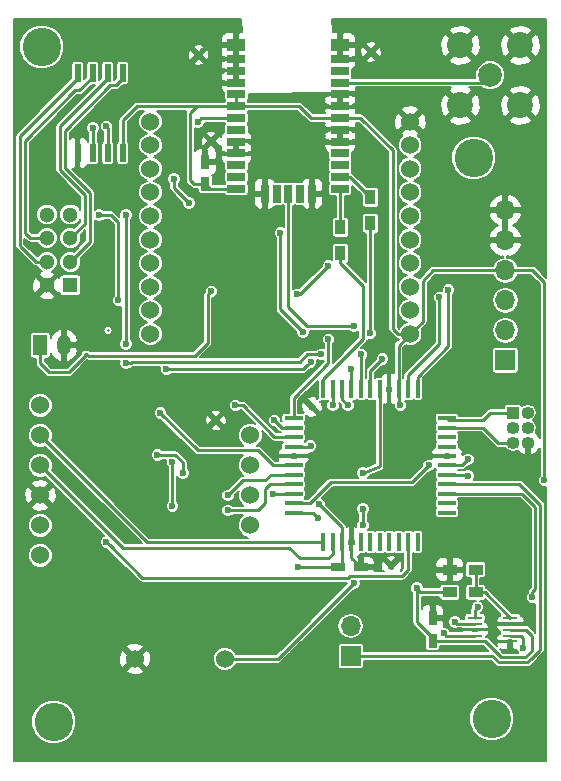
<source format=gbr>
G04 #@! TF.FileFunction,Copper,L2,Bot,Signal*
%FSLAX46Y46*%
G04 Gerber Fmt 4.6, Leading zero omitted, Abs format (unit mm)*
G04 Created by KiCad (PCBNEW 4.0.6) date Thu Dec 28 14:10:06 2017*
%MOMM*%
%LPD*%
G01*
G04 APERTURE LIST*
%ADD10C,0.128000*%
%ADD11C,1.524000*%
%ADD12R,0.550000X1.500000*%
%ADD13R,0.400000X1.500000*%
%ADD14R,1.500000X0.400000*%
%ADD15R,1.250000X0.270000*%
%ADD16R,0.700000X1.500000*%
%ADD17R,1.500000X0.700000*%
%ADD18R,1.500000X1.000000*%
%ADD19R,1.100000X1.100000*%
%ADD20O,1.100000X1.100000*%
%ADD21R,1.700000X1.700000*%
%ADD22O,1.700000X1.700000*%
%ADD23R,1.200000X0.750000*%
%ADD24R,0.750000X1.200000*%
%ADD25R,1.200000X0.900000*%
%ADD26R,1.300000X1.300000*%
%ADD27C,1.300000*%
%ADD28C,2.200000*%
%ADD29C,2.000000*%
%ADD30R,0.900000X1.200000*%
%ADD31C,0.600000*%
%ADD32R,1.200000X1.700000*%
%ADD33O,1.200000X1.700000*%
%ADD34C,3.250000*%
%ADD35C,0.250000*%
%ADD36C,0.180000*%
G04 APERTURE END LIST*
D10*
D11*
X145161000Y-110363000D03*
X152781000Y-110363000D03*
D12*
X144145000Y-60735000D03*
X144145000Y-67535000D03*
X142875000Y-60735000D03*
X142875000Y-67535000D03*
X141605000Y-60735000D03*
X141605000Y-67535000D03*
X140335000Y-60735000D03*
X140335000Y-67535000D03*
D13*
X169100000Y-100480000D03*
X168300000Y-100480000D03*
X167500000Y-100480000D03*
X166700000Y-100480000D03*
X165900000Y-100480000D03*
X165100000Y-100480000D03*
X164300000Y-100480000D03*
X163500000Y-100480000D03*
X162700000Y-100480000D03*
X161900000Y-100480000D03*
X161100000Y-100480000D03*
D14*
X158600000Y-97980000D03*
X158600000Y-97180000D03*
X158600000Y-96380000D03*
X158600000Y-95580000D03*
X158600000Y-94780000D03*
X158600000Y-93980000D03*
X158600000Y-93180000D03*
X158600000Y-92380000D03*
X158600000Y-91580000D03*
X158600000Y-90780000D03*
X158600000Y-89980000D03*
D13*
X161100000Y-87480000D03*
X161900000Y-87480000D03*
X162700000Y-87480000D03*
X163500000Y-87480000D03*
X164300000Y-87480000D03*
X165100000Y-87480000D03*
X165900000Y-87480000D03*
X166700000Y-87480000D03*
X167500000Y-87480000D03*
X168300000Y-87480000D03*
X169100000Y-87480000D03*
D14*
X171600000Y-89980000D03*
X171600000Y-90780000D03*
X171600000Y-91580000D03*
X171600000Y-92380000D03*
X171600000Y-93180000D03*
X171600000Y-93980000D03*
X171600000Y-94780000D03*
X171600000Y-95580000D03*
X171600000Y-96380000D03*
X171600000Y-97180000D03*
X171600000Y-97980000D03*
D15*
X176950500Y-108886500D03*
X173950500Y-108886500D03*
X176950500Y-108386500D03*
X173950500Y-108386500D03*
X176950500Y-107886500D03*
X173950500Y-107886500D03*
X176950500Y-107386500D03*
X173950500Y-107386500D03*
X176950500Y-106886500D03*
X173950500Y-106886500D03*
D16*
X160160000Y-70970000D03*
D17*
X153760000Y-70570000D03*
X153760000Y-69570000D03*
X153760000Y-68570000D03*
X153760000Y-67570000D03*
X153760000Y-66570000D03*
X153760000Y-65570000D03*
X153760000Y-64570000D03*
X153760000Y-63570000D03*
X153760000Y-62570000D03*
X153760000Y-61570000D03*
X153760000Y-60570000D03*
X153760000Y-59570000D03*
D18*
X153760000Y-58420000D03*
X162560000Y-58420000D03*
D17*
X162560000Y-59570000D03*
X162560000Y-60570000D03*
X162560000Y-61570000D03*
X162560000Y-62570000D03*
X162560000Y-63570000D03*
X162560000Y-64570000D03*
X162560000Y-65570000D03*
X162560000Y-66570000D03*
X162560000Y-67570000D03*
X162560000Y-68570000D03*
X162560000Y-69570000D03*
X162560000Y-70570000D03*
D16*
X159160000Y-70970000D03*
X158160000Y-70970000D03*
X157160000Y-70970000D03*
X156160000Y-70970000D03*
D11*
X168478200Y-82864960D03*
X168478200Y-80863440D03*
X168478200Y-78864460D03*
X168478200Y-76862940D03*
X168478200Y-74863960D03*
X168478200Y-72864980D03*
X168478200Y-70863460D03*
X168478200Y-68864480D03*
X168478200Y-66862960D03*
X168478200Y-64863980D03*
X146481800Y-64863980D03*
X146481800Y-66862960D03*
X146481800Y-68864480D03*
X146481800Y-70863460D03*
X146481800Y-72864980D03*
X146481800Y-74863960D03*
X146481800Y-76862940D03*
X146481800Y-78864460D03*
X146481800Y-80863440D03*
X146481800Y-82864960D03*
D19*
X177165000Y-89535000D03*
D20*
X178435000Y-89535000D03*
X177165000Y-90805000D03*
X178435000Y-90805000D03*
X177165000Y-92075000D03*
X178435000Y-92075000D03*
D21*
X176530000Y-85090000D03*
D22*
X176530000Y-82550000D03*
X176530000Y-80010000D03*
X176530000Y-77470000D03*
X176530000Y-74930000D03*
X176530000Y-72390000D03*
D23*
X162372000Y-102616000D03*
X164272000Y-102616000D03*
D24*
X170370500Y-108836500D03*
X170370500Y-106936500D03*
D25*
X171810500Y-104711500D03*
X174010500Y-104711500D03*
X174010500Y-102806500D03*
X171810500Y-102806500D03*
D11*
X137160000Y-101600000D03*
X137160000Y-99060000D03*
X137160000Y-96520000D03*
X137160000Y-93980000D03*
X137160000Y-91440000D03*
X137160000Y-88900000D03*
X154940000Y-91440000D03*
X154940000Y-93980000D03*
X154940000Y-96520000D03*
X154940000Y-99060000D03*
D26*
X139700000Y-78740000D03*
D27*
X139700000Y-76740000D03*
X139700000Y-74740000D03*
X139700000Y-72740000D03*
X137700000Y-78740000D03*
X137700000Y-76740000D03*
X137700000Y-74740000D03*
X137700000Y-72740000D03*
D28*
X172720000Y-63500000D03*
X172720000Y-58420000D03*
X177800000Y-58420000D03*
X177800000Y-63500000D03*
D29*
X175260000Y-60960000D03*
D30*
X165100000Y-71290000D03*
X165100000Y-73490000D03*
X162560000Y-73830000D03*
X162560000Y-76030000D03*
D24*
X151130000Y-70165000D03*
X151130000Y-68265000D03*
D31*
X152019000Y-90170000D03*
X165163500Y-58991500D03*
X150558500Y-59245500D03*
D21*
X163449000Y-110109000D03*
D22*
X163449000Y-107569000D03*
D32*
X137160000Y-83820000D03*
D33*
X139160000Y-83820000D03*
D31*
X166878000Y-102489000D03*
X151638000Y-66548000D03*
X160147000Y-89027000D03*
D34*
X138303000Y-115697000D03*
X173863000Y-67945000D03*
X137287000Y-58547000D03*
X175387000Y-115443000D03*
D31*
X151638000Y-79247998D03*
X173355000Y-94869000D03*
X179832000Y-95250000D03*
X160782000Y-97282000D03*
X160039021Y-92329000D03*
X159004000Y-102616000D03*
X167640000Y-88900000D03*
X174180500Y-105981500D03*
X149733000Y-71755000D03*
X148463000Y-69723000D03*
X150495000Y-64897000D03*
X153670000Y-88900000D03*
X165099998Y-82804000D03*
X161543998Y-83312000D03*
X166116000Y-84963000D03*
X163703000Y-82169000D03*
X173355000Y-93472000D03*
X159385000Y-82677000D03*
X169037000Y-104374979D03*
X157480000Y-74295000D03*
X161925000Y-88900000D03*
X163195000Y-88900000D03*
X160655000Y-98425000D03*
X170053000Y-93980000D03*
X178054000Y-109474000D03*
X158877000Y-79502000D03*
X161544000Y-77089000D03*
X172275500Y-107251500D03*
X171323000Y-108204000D03*
X170942000Y-79756000D03*
X142748000Y-65278000D03*
X171704004Y-79121000D03*
X141605000Y-65405000D03*
X156972000Y-90170000D03*
X142748000Y-100457000D03*
X149225000Y-94615000D03*
X147066000Y-93091000D03*
X156845000Y-96393002D03*
X148336001Y-97408999D03*
X148336000Y-93726000D03*
X153035000Y-97790000D03*
X153035000Y-96520000D03*
X147320000Y-89535000D03*
X144399000Y-85314010D03*
X142113000Y-72771000D03*
X143764000Y-80010000D03*
X160909000Y-84582000D03*
X164338000Y-84582000D03*
X144399000Y-72771000D03*
X147828000Y-85852000D03*
X163449000Y-85852000D03*
X160039021Y-85217000D03*
X144399002Y-83693000D03*
X163703000Y-103944968D03*
X164465000Y-97663000D03*
X164465000Y-99060000D03*
X164465000Y-94615000D03*
X178816000Y-105156000D03*
D35*
X142875000Y-82550000D02*
X142875000Y-82550000D01*
X150241000Y-84709000D02*
X151338001Y-83611999D01*
X141097000Y-84582000D02*
X141224000Y-84709000D01*
X141224000Y-84709000D02*
X150241000Y-84709000D01*
X151338001Y-83611999D02*
X151338001Y-79547997D01*
X151338001Y-79547997D02*
X151638000Y-79247998D01*
X137160000Y-83820000D02*
X137160000Y-85344000D01*
X139573000Y-86106000D02*
X141097000Y-84582000D01*
X137922000Y-86106000D02*
X139573000Y-86106000D01*
X137160000Y-85344000D02*
X137922000Y-86106000D01*
X140970000Y-84582000D02*
X141097000Y-84582000D01*
X163500000Y-100480000D02*
X163500000Y-101844000D01*
X163500000Y-101844000D02*
X164272000Y-102616000D01*
X173266000Y-94780000D02*
X171600000Y-94780000D01*
X173355000Y-94869000D02*
X173266000Y-94780000D01*
X173355000Y-94869000D02*
X173355000Y-94869000D01*
X178943000Y-77597000D02*
X179197000Y-77851000D01*
X179197000Y-77851000D02*
X179832000Y-78486000D01*
X176530000Y-77470000D02*
X178816000Y-77470000D01*
X178816000Y-77470000D02*
X179197000Y-77851000D01*
X169545201Y-78358799D02*
X170434000Y-77470000D01*
X170434000Y-77470000D02*
X176530000Y-77470000D01*
X168478200Y-82864960D02*
X169545201Y-81797959D01*
X169545201Y-81797959D02*
X169545201Y-78358799D01*
X179832000Y-78486000D02*
X179832000Y-94825736D01*
X179832000Y-94825736D02*
X179832000Y-95250000D01*
X162700000Y-99200000D02*
X161081999Y-97581999D01*
X162700000Y-100480000D02*
X162700000Y-99200000D01*
X161081999Y-97581999D02*
X160782000Y-97282000D01*
X158600000Y-92380000D02*
X159988021Y-92380000D01*
X159988021Y-92380000D02*
X160039021Y-92329000D01*
X162372000Y-102616000D02*
X161522000Y-102616000D01*
X161522000Y-102616000D02*
X159004000Y-102616000D01*
X162372000Y-102616000D02*
X162700000Y-102288000D01*
X162700000Y-102288000D02*
X162700000Y-100480000D01*
X168478200Y-82864960D02*
X167500000Y-83843160D01*
X167500000Y-83843160D02*
X167500000Y-87480000D01*
X153760000Y-63570000D02*
X159074000Y-63570000D01*
X160074000Y-64570000D02*
X162560000Y-64570000D01*
X159074000Y-63570000D02*
X160074000Y-64570000D01*
X168478200Y-82864960D02*
X167446960Y-82864960D01*
X167446960Y-82864960D02*
X167005000Y-82423000D01*
X167005000Y-82423000D02*
X167005000Y-67310000D01*
X167005000Y-67310000D02*
X164265000Y-64570000D01*
X164265000Y-64570000D02*
X162560000Y-64570000D01*
X153760000Y-62570000D02*
X153760000Y-63570000D01*
X151130000Y-70165000D02*
X150175000Y-70165000D01*
X149860000Y-64135000D02*
X150425000Y-63570000D01*
X149860000Y-69850000D02*
X149860000Y-64135000D01*
X150175000Y-70165000D02*
X149860000Y-69850000D01*
X153760000Y-70570000D02*
X151535000Y-70570000D01*
X151535000Y-70570000D02*
X151130000Y-70165000D01*
X167500000Y-87480000D02*
X167500000Y-88760000D01*
X167500000Y-88760000D02*
X167640000Y-88900000D01*
X144145000Y-66900000D02*
X144145000Y-64770000D01*
X144145000Y-64770000D02*
X145345000Y-63570000D01*
X145345000Y-63570000D02*
X150425000Y-63570000D01*
X150425000Y-63570000D02*
X153760000Y-63570000D01*
X173950500Y-106886500D02*
X173950500Y-106211500D01*
X173950500Y-106211500D02*
X174180500Y-105981500D01*
X149433001Y-71455001D02*
X149733000Y-71755000D01*
X148463000Y-70485000D02*
X149433001Y-71455001D01*
X148463000Y-69723000D02*
X148463000Y-70485000D01*
X150822000Y-64570000D02*
X150794999Y-64597001D01*
X153760000Y-64570000D02*
X150822000Y-64570000D01*
X150794999Y-64597001D02*
X150495000Y-64897000D01*
X153670000Y-88900000D02*
X154305000Y-88900000D01*
X154305000Y-88900000D02*
X156972000Y-91567000D01*
X156972000Y-91567000D02*
X158460000Y-91567000D01*
X158600000Y-89980000D02*
X158600000Y-88288000D01*
X158600000Y-88288000D02*
X161543998Y-85344002D01*
X161543998Y-85344002D02*
X161543998Y-83736264D01*
X161543998Y-83736264D02*
X161543998Y-83312000D01*
X165100000Y-82803998D02*
X165099998Y-82804000D01*
X165100000Y-73490000D02*
X165100000Y-82803998D01*
X162560000Y-76030000D02*
X162560000Y-76880000D01*
X162560000Y-76880000D02*
X164465000Y-78785000D01*
X164465000Y-78785000D02*
X164465000Y-83312000D01*
X164465000Y-83312000D02*
X161100000Y-86677000D01*
X161100000Y-86677000D02*
X161100000Y-87480000D01*
X163278736Y-82169000D02*
X163703000Y-82169000D01*
X159772404Y-82169000D02*
X163278736Y-82169000D01*
X158160000Y-80556596D02*
X159772404Y-82169000D01*
X158160000Y-70970000D02*
X158160000Y-80556596D01*
X165100000Y-85979000D02*
X165100000Y-87480000D01*
X166116000Y-84963000D02*
X165100000Y-85979000D01*
X173055001Y-93771999D02*
X173355000Y-93472000D01*
X172847000Y-93980000D02*
X173055001Y-93771999D01*
X171600000Y-93980000D02*
X172847000Y-93980000D01*
X176175000Y-110236000D02*
X174825500Y-108886500D01*
X178752500Y-108394500D02*
X178752500Y-109691374D01*
X178752500Y-109691374D02*
X178207874Y-110236000D01*
X178244500Y-107886500D02*
X178752500Y-108394500D01*
X176950500Y-107886500D02*
X178244500Y-107886500D01*
X174825500Y-108886500D02*
X173950500Y-108886500D01*
X178207874Y-110236000D02*
X176175000Y-110236000D01*
X159085001Y-82377001D02*
X159385000Y-82677000D01*
X157480000Y-80772000D02*
X159085001Y-82377001D01*
X157480000Y-74295000D02*
X157480000Y-80772000D01*
X170370500Y-108611500D02*
X169037000Y-107278000D01*
X169373521Y-104711500D02*
X169336999Y-104674978D01*
X169037000Y-107278000D02*
X169037000Y-104799243D01*
X169037000Y-104799243D02*
X169037000Y-104374979D01*
X171810500Y-104711500D02*
X169373521Y-104711500D01*
X169336999Y-104674978D02*
X169037000Y-104374979D01*
X170370500Y-108836500D02*
X170370500Y-108611500D01*
X171640500Y-108836500D02*
X170685500Y-108836500D01*
X170685500Y-108836500D02*
X170370500Y-108521500D01*
X173950500Y-108886500D02*
X171690500Y-108886500D01*
X171690500Y-108886500D02*
X171640500Y-108836500D01*
X161900000Y-87480000D02*
X161900000Y-88875000D01*
X161900000Y-88875000D02*
X161925000Y-88900000D01*
X162700000Y-87480000D02*
X162700000Y-88405000D01*
X162700000Y-88405000D02*
X163195000Y-88900000D01*
X177165000Y-89535000D02*
X175260000Y-89535000D01*
X175260000Y-89535000D02*
X174625000Y-90170000D01*
X174625000Y-90170000D02*
X171790000Y-90170000D01*
X171790000Y-90170000D02*
X171600000Y-89980000D01*
X171600000Y-90780000D02*
X174600000Y-90780000D01*
X174600000Y-90780000D02*
X175895000Y-92075000D01*
X175895000Y-92075000D02*
X177165000Y-92075000D01*
X160655000Y-98425000D02*
X160210000Y-97980000D01*
X160210000Y-97980000D02*
X158600000Y-97980000D01*
X168610001Y-95422999D02*
X169753001Y-94279999D01*
X161745599Y-95422999D02*
X168610001Y-95422999D01*
X158600000Y-97180000D02*
X159988598Y-97180000D01*
X169753001Y-94279999D02*
X170053000Y-93980000D01*
X159988598Y-97180000D02*
X161745599Y-95422999D01*
X178054000Y-109049736D02*
X178054000Y-109474000D01*
X176950500Y-108386500D02*
X177825500Y-108386500D01*
X177825500Y-108386500D02*
X178054000Y-108615000D01*
X178054000Y-108615000D02*
X178054000Y-109049736D01*
X159131000Y-79502000D02*
X158877000Y-79502000D01*
X161544000Y-77089000D02*
X159131000Y-79502000D01*
X174010500Y-104711500D02*
X174010500Y-102806500D01*
X174010500Y-104711500D02*
X174775500Y-104711500D01*
X174775500Y-104711500D02*
X176950500Y-106886500D01*
X172410500Y-107386500D02*
X172275500Y-107251500D01*
X172410500Y-107386500D02*
X173950500Y-107386500D01*
X171505500Y-108386500D02*
X173950500Y-108386500D01*
X171323000Y-108204000D02*
X171505500Y-108386500D01*
X170942000Y-83693000D02*
X170942000Y-80180264D01*
X168300000Y-86335000D02*
X170942000Y-83693000D01*
X168300000Y-87480000D02*
X168300000Y-86335000D01*
X170942000Y-80180264D02*
X170942000Y-79756000D01*
X142875000Y-65405000D02*
X142875000Y-67535000D01*
X142748000Y-65278000D02*
X142875000Y-65405000D01*
X169100000Y-87480000D02*
X169100000Y-86480000D01*
X169100000Y-86480000D02*
X171704000Y-83876000D01*
X171704000Y-83876000D02*
X171704000Y-79121004D01*
X171704000Y-79121004D02*
X171704004Y-79121000D01*
X141605000Y-65405000D02*
X141605000Y-67535000D01*
X158600000Y-90780000D02*
X157582000Y-90780000D01*
X157582000Y-90780000D02*
X156972000Y-90170000D01*
X161900000Y-100480000D02*
X161900000Y-101480000D01*
X161900000Y-101480000D02*
X161526000Y-101854000D01*
X158248402Y-100965000D02*
X144145000Y-100965000D01*
X161526000Y-101854000D02*
X159137402Y-101854000D01*
X159137402Y-101854000D02*
X158248402Y-100965000D01*
X144145000Y-100965000D02*
X137921999Y-94741999D01*
X137921999Y-94741999D02*
X137160000Y-93980000D01*
X161100000Y-100480000D02*
X146200000Y-100480000D01*
X146200000Y-100480000D02*
X137160000Y-91440000D01*
X143047999Y-100756999D02*
X142748000Y-100457000D01*
X145796000Y-103505000D02*
X143047999Y-100756999D01*
X163412599Y-103339967D02*
X163247566Y-103505000D01*
X167805033Y-103339967D02*
X163412599Y-103339967D01*
X168300000Y-102845000D02*
X167805033Y-103339967D01*
X163247566Y-103505000D02*
X145796000Y-103505000D01*
X168300000Y-100480000D02*
X168300000Y-102845000D01*
X149225000Y-94190736D02*
X149225000Y-94615000D01*
X148596404Y-93091000D02*
X149225000Y-93719596D01*
X147066000Y-93091000D02*
X148596404Y-93091000D01*
X149225000Y-93719596D02*
X149225000Y-94190736D01*
X156858002Y-96380000D02*
X156845000Y-96393002D01*
X158600000Y-96380000D02*
X156858002Y-96380000D01*
X148336001Y-96984735D02*
X148336001Y-97408999D01*
X148336001Y-94150265D02*
X148336001Y-96984735D01*
X148336000Y-93726000D02*
X148336001Y-94150265D01*
X153459264Y-97790000D02*
X153035000Y-97790000D01*
X158600000Y-95580000D02*
X156635598Y-95580000D01*
X155575000Y-97790000D02*
X153459264Y-97790000D01*
X156635598Y-95580000D02*
X156210000Y-96005598D01*
X156210000Y-96005598D02*
X156210000Y-97155000D01*
X156210000Y-97155000D02*
X155575000Y-97790000D01*
X158600000Y-94780000D02*
X156680000Y-94780000D01*
X154305000Y-95250000D02*
X153035000Y-96520000D01*
X156210000Y-95250000D02*
X154305000Y-95250000D01*
X156680000Y-94780000D02*
X156210000Y-95250000D01*
X158600000Y-93980000D02*
X156845000Y-93980000D01*
X150495000Y-92710000D02*
X147320000Y-89535000D01*
X155575000Y-92710000D02*
X150495000Y-92710000D01*
X156845000Y-93980000D02*
X155575000Y-92710000D01*
X162560000Y-61570000D02*
X174650000Y-61570000D01*
X174650000Y-61570000D02*
X175260000Y-60960000D01*
X162560000Y-69570000D02*
X163380000Y-69570000D01*
X163380000Y-69570000D02*
X165100000Y-71290000D01*
X162560000Y-70570000D02*
X162560000Y-73830000D01*
X144823264Y-85314010D02*
X144399000Y-85314010D01*
X159766000Y-84582000D02*
X159131000Y-85217000D01*
X160909000Y-84582000D02*
X159766000Y-84582000D01*
X144920274Y-85217000D02*
X144823264Y-85314010D01*
X159131000Y-85217000D02*
X144920274Y-85217000D01*
X143764000Y-80010000D02*
X143764000Y-73406000D01*
X143764000Y-73406000D02*
X143129000Y-72771000D01*
X143129000Y-72771000D02*
X142113000Y-72771000D01*
X164300000Y-84620000D02*
X164338000Y-84582000D01*
X164300000Y-87480000D02*
X164300000Y-84620000D01*
X163500000Y-87480000D02*
X163500000Y-85903000D01*
X163500000Y-85903000D02*
X163449000Y-85852000D01*
X147828000Y-85852000D02*
X159404021Y-85852000D01*
X159739022Y-85516999D02*
X160039021Y-85217000D01*
X159404021Y-85852000D02*
X159739022Y-85516999D01*
X144399000Y-72771000D02*
X144399000Y-83692998D01*
X144399000Y-83692998D02*
X144399002Y-83693000D01*
X158046968Y-109601000D02*
X163403001Y-104244967D01*
X152781000Y-110363000D02*
X157284968Y-110363000D01*
X157284968Y-110363000D02*
X158046968Y-109601000D01*
X163403001Y-104244967D02*
X163703000Y-103944968D01*
X164465000Y-99060000D02*
X164465000Y-97663000D01*
X165900000Y-87480000D02*
X165900000Y-94069000D01*
X165900000Y-94069000D02*
X164465000Y-94615000D01*
X179451000Y-109601000D02*
X178689000Y-110363000D01*
X163449000Y-110109000D02*
X175439876Y-110109000D01*
X175439876Y-110109000D02*
X175996885Y-110666010D01*
X175996885Y-110666010D02*
X178385990Y-110666010D01*
X178385990Y-110666010D02*
X178689000Y-110363000D01*
X171600000Y-95580000D02*
X177722127Y-95580000D01*
X179500011Y-97357884D02*
X179500011Y-104655852D01*
X177722127Y-95580000D02*
X179500011Y-97357884D01*
X179500011Y-104655852D02*
X179451000Y-104704863D01*
X179451000Y-104704863D02*
X179451000Y-109601000D01*
X177914000Y-96380000D02*
X179070000Y-97536000D01*
X178816000Y-104731736D02*
X178816000Y-105156000D01*
X171600000Y-96380000D02*
X177914000Y-96380000D01*
X179070000Y-97536000D02*
X179070000Y-104477736D01*
X179070000Y-104477736D02*
X178816000Y-104731736D01*
X139241011Y-65638989D02*
X143089999Y-61790001D01*
X144145000Y-61210000D02*
X144145000Y-60735000D01*
X143564999Y-61790001D02*
X144145000Y-61210000D01*
X139700000Y-76740000D02*
X141351000Y-75089000D01*
X141351000Y-70892873D02*
X139241011Y-68782884D01*
X141351000Y-75089000D02*
X141351000Y-70892873D01*
X139241011Y-68782884D02*
X139241011Y-65638989D01*
X143089999Y-61790001D02*
X143564999Y-61790001D01*
X138811000Y-68961000D02*
X138811000Y-65274000D01*
X140920989Y-73519011D02*
X140920989Y-71070989D01*
X138811000Y-65274000D02*
X142875000Y-61210000D01*
X140920989Y-71070989D02*
X138811000Y-68961000D01*
X139700000Y-74740000D02*
X140920989Y-73519011D01*
X142875000Y-61210000D02*
X142875000Y-60735000D01*
X137700000Y-74740000D02*
X136308111Y-74740000D01*
X141605000Y-61087000D02*
X141605000Y-60735000D01*
X136308111Y-74740000D02*
X135851000Y-74282889D01*
X135851000Y-74282889D02*
X135851000Y-66489000D01*
X135851000Y-66489000D02*
X140110000Y-62230000D01*
X140110000Y-62230000D02*
X140462000Y-62230000D01*
X140462000Y-62230000D02*
X141605000Y-61087000D01*
X135420989Y-66124011D02*
X140335000Y-61210000D01*
X135420989Y-75380227D02*
X135420989Y-66124011D01*
X137700000Y-76740000D02*
X136780762Y-76740000D01*
X140335000Y-61210000D02*
X140335000Y-60735000D01*
X136780762Y-76740000D02*
X135420989Y-75380227D01*
D36*
G36*
X154224321Y-57322000D02*
X154073500Y-57322000D01*
X153924000Y-57471500D01*
X153924000Y-58256000D01*
X153944000Y-58256000D01*
X153944000Y-58584000D01*
X153924000Y-58584000D01*
X153924000Y-59406000D01*
X153944000Y-59406000D01*
X153944000Y-59734000D01*
X153924000Y-59734000D01*
X153924000Y-60406000D01*
X153944000Y-60406000D01*
X153944000Y-60734000D01*
X153924000Y-60734000D01*
X153924000Y-61406000D01*
X153944000Y-61406000D01*
X153944000Y-61734000D01*
X153924000Y-61734000D01*
X153924000Y-61754000D01*
X153596000Y-61754000D01*
X153596000Y-61734000D01*
X152561500Y-61734000D01*
X152412000Y-61883500D01*
X152412000Y-62038949D01*
X152503040Y-62258740D01*
X152671260Y-62426960D01*
X152734711Y-62453242D01*
X152734711Y-62920000D01*
X152753538Y-63020056D01*
X152785693Y-63070026D01*
X152756400Y-63112897D01*
X152743824Y-63175000D01*
X145345000Y-63175000D01*
X145193840Y-63205068D01*
X145065693Y-63290693D01*
X143865693Y-64490693D01*
X143780068Y-64618840D01*
X143750000Y-64770000D01*
X143750000Y-66541372D01*
X143678049Y-66587671D01*
X143616400Y-66677897D01*
X143594711Y-66785000D01*
X143594711Y-68285000D01*
X143613538Y-68385056D01*
X143672671Y-68476951D01*
X143762897Y-68538600D01*
X143870000Y-68560289D01*
X144420000Y-68560289D01*
X144520056Y-68541462D01*
X144611951Y-68482329D01*
X144673600Y-68392103D01*
X144695289Y-68285000D01*
X144695289Y-66785000D01*
X144676462Y-66684944D01*
X144617329Y-66593049D01*
X144540000Y-66540212D01*
X144540000Y-64933614D01*
X145508614Y-63965000D01*
X145955058Y-63965000D01*
X145897983Y-63988583D01*
X145607423Y-64278636D01*
X145449980Y-64657802D01*
X145449621Y-65068357D01*
X145606403Y-65447797D01*
X145896456Y-65738357D01*
X146198036Y-65863583D01*
X145897983Y-65987563D01*
X145607423Y-66277616D01*
X145449980Y-66656782D01*
X145449621Y-67067337D01*
X145606403Y-67446777D01*
X145896456Y-67737337D01*
X146201102Y-67863836D01*
X145897983Y-67989083D01*
X145607423Y-68279136D01*
X145449980Y-68658302D01*
X145449621Y-69068857D01*
X145606403Y-69448297D01*
X145896456Y-69738857D01*
X146198036Y-69864083D01*
X145897983Y-69988063D01*
X145607423Y-70278116D01*
X145449980Y-70657282D01*
X145449621Y-71067837D01*
X145606403Y-71447277D01*
X145896456Y-71737837D01*
X146201102Y-71864336D01*
X145897983Y-71989583D01*
X145607423Y-72279636D01*
X145449980Y-72658802D01*
X145449621Y-73069357D01*
X145606403Y-73448797D01*
X145896456Y-73739357D01*
X146198036Y-73864583D01*
X145897983Y-73988563D01*
X145607423Y-74278616D01*
X145449980Y-74657782D01*
X145449621Y-75068337D01*
X145606403Y-75447777D01*
X145896456Y-75738337D01*
X146198036Y-75863563D01*
X145897983Y-75987543D01*
X145607423Y-76277596D01*
X145449980Y-76656762D01*
X145449621Y-77067317D01*
X145606403Y-77446757D01*
X145896456Y-77737317D01*
X146201102Y-77863816D01*
X145897983Y-77989063D01*
X145607423Y-78279116D01*
X145449980Y-78658282D01*
X145449621Y-79068837D01*
X145606403Y-79448277D01*
X145896456Y-79738837D01*
X146198036Y-79864063D01*
X145897983Y-79988043D01*
X145607423Y-80278096D01*
X145449980Y-80657262D01*
X145449621Y-81067817D01*
X145606403Y-81447257D01*
X145896456Y-81737817D01*
X146201102Y-81864316D01*
X145897983Y-81989563D01*
X145607423Y-82279616D01*
X145449980Y-82658782D01*
X145449621Y-83069337D01*
X145606403Y-83448777D01*
X145896456Y-83739337D01*
X146275622Y-83896780D01*
X146686177Y-83897139D01*
X147065617Y-83740357D01*
X147356177Y-83450304D01*
X147513620Y-83071138D01*
X147513979Y-82660583D01*
X147357197Y-82281143D01*
X147067144Y-81990583D01*
X146762498Y-81864084D01*
X147065617Y-81738837D01*
X147356177Y-81448784D01*
X147513620Y-81069618D01*
X147513979Y-80659063D01*
X147357197Y-80279623D01*
X147067144Y-79989063D01*
X146765564Y-79863837D01*
X147065617Y-79739857D01*
X147356177Y-79449804D01*
X147513620Y-79070638D01*
X147513979Y-78660083D01*
X147357197Y-78280643D01*
X147067144Y-77990083D01*
X146762498Y-77863584D01*
X147065617Y-77738337D01*
X147356177Y-77448284D01*
X147513620Y-77069118D01*
X147513979Y-76658563D01*
X147357197Y-76279123D01*
X147067144Y-75988563D01*
X146765564Y-75863337D01*
X147065617Y-75739357D01*
X147356177Y-75449304D01*
X147513620Y-75070138D01*
X147513979Y-74659583D01*
X147357197Y-74280143D01*
X147067144Y-73989583D01*
X146765564Y-73864357D01*
X147065617Y-73740377D01*
X147356177Y-73450324D01*
X147513620Y-73071158D01*
X147513979Y-72660603D01*
X147357197Y-72281163D01*
X147067144Y-71990603D01*
X146762498Y-71864104D01*
X147065617Y-71738857D01*
X147356177Y-71448804D01*
X147513620Y-71069638D01*
X147513979Y-70659083D01*
X147357197Y-70279643D01*
X147067144Y-69989083D01*
X146765564Y-69863857D01*
X146833265Y-69835883D01*
X147892901Y-69835883D01*
X147979496Y-70045457D01*
X148068000Y-70134116D01*
X148068000Y-70485000D01*
X148098068Y-70636160D01*
X148183693Y-70764307D01*
X149163009Y-71743623D01*
X149162901Y-71867883D01*
X149249496Y-72077457D01*
X149409699Y-72237941D01*
X149619123Y-72324901D01*
X149845883Y-72325099D01*
X150055457Y-72238504D01*
X150215941Y-72078301D01*
X150302901Y-71868877D01*
X150303099Y-71642117D01*
X150216504Y-71432543D01*
X150067722Y-71283500D01*
X155212000Y-71283500D01*
X155212000Y-71838950D01*
X155303040Y-72058740D01*
X155471260Y-72226960D01*
X155691051Y-72318000D01*
X155846500Y-72318000D01*
X155996000Y-72168500D01*
X155996000Y-71134000D01*
X155361500Y-71134000D01*
X155212000Y-71283500D01*
X150067722Y-71283500D01*
X150056301Y-71272059D01*
X149846877Y-71185099D01*
X149721604Y-71184990D01*
X148858000Y-70321386D01*
X148858000Y-70134088D01*
X148945941Y-70046301D01*
X149032901Y-69836877D01*
X149033099Y-69610117D01*
X148946504Y-69400543D01*
X148786301Y-69240059D01*
X148576877Y-69153099D01*
X148350117Y-69152901D01*
X148140543Y-69239496D01*
X147980059Y-69399699D01*
X147893099Y-69609123D01*
X147892901Y-69835883D01*
X146833265Y-69835883D01*
X147065617Y-69739877D01*
X147356177Y-69449824D01*
X147513620Y-69070658D01*
X147513979Y-68660103D01*
X147357197Y-68280663D01*
X147067144Y-67990103D01*
X146762498Y-67863604D01*
X147065617Y-67738357D01*
X147356177Y-67448304D01*
X147513620Y-67069138D01*
X147513979Y-66658583D01*
X147357197Y-66279143D01*
X147067144Y-65988583D01*
X146765564Y-65863357D01*
X147065617Y-65739377D01*
X147356177Y-65449324D01*
X147513620Y-65070158D01*
X147513979Y-64659603D01*
X147357197Y-64280163D01*
X147067144Y-63989603D01*
X147007893Y-63965000D01*
X149507656Y-63965000D01*
X149495068Y-63983840D01*
X149465000Y-64135000D01*
X149465000Y-69850000D01*
X149495068Y-70001160D01*
X149580693Y-70129307D01*
X149895693Y-70444307D01*
X150023840Y-70529932D01*
X150175000Y-70560000D01*
X150479711Y-70560000D01*
X150479711Y-70765000D01*
X150498538Y-70865056D01*
X150557671Y-70956951D01*
X150647897Y-71018600D01*
X150755000Y-71040289D01*
X151505000Y-71040289D01*
X151605056Y-71021462D01*
X151692800Y-70965000D01*
X152743178Y-70965000D01*
X152753538Y-71020056D01*
X152812671Y-71111951D01*
X152902897Y-71173600D01*
X153010000Y-71195289D01*
X154510000Y-71195289D01*
X154610056Y-71176462D01*
X154701951Y-71117329D01*
X154763600Y-71027103D01*
X154785289Y-70920000D01*
X154785289Y-70220000D01*
X154766462Y-70119944D01*
X154754304Y-70101050D01*
X155212000Y-70101050D01*
X155212000Y-70656500D01*
X155361500Y-70806000D01*
X155996000Y-70806000D01*
X155996000Y-69771500D01*
X155846500Y-69622000D01*
X155691051Y-69622000D01*
X155471260Y-69713040D01*
X155303040Y-69881260D01*
X155212000Y-70101050D01*
X154754304Y-70101050D01*
X154734307Y-70069974D01*
X154763600Y-70027103D01*
X154785289Y-69920000D01*
X154785289Y-69220000D01*
X154766462Y-69119944D01*
X154734307Y-69069974D01*
X154763600Y-69027103D01*
X154785289Y-68920000D01*
X154785289Y-68453242D01*
X154848740Y-68426960D01*
X155016960Y-68258740D01*
X155108000Y-68038949D01*
X155108000Y-67883500D01*
X154958500Y-67734000D01*
X153924000Y-67734000D01*
X153924000Y-67754000D01*
X153596000Y-67754000D01*
X153596000Y-67734000D01*
X152561500Y-67734000D01*
X152412000Y-67883500D01*
X152412000Y-68038949D01*
X152503040Y-68258740D01*
X152671260Y-68426960D01*
X152734711Y-68453242D01*
X152734711Y-68920000D01*
X152753538Y-69020056D01*
X152785693Y-69070026D01*
X152756400Y-69112897D01*
X152734711Y-69220000D01*
X152734711Y-69920000D01*
X152753538Y-70020056D01*
X152785693Y-70070026D01*
X152756400Y-70112897D01*
X152743824Y-70175000D01*
X151780289Y-70175000D01*
X151780289Y-69565000D01*
X151761462Y-69464944D01*
X151731535Y-69418437D01*
X151843740Y-69371960D01*
X152011960Y-69203740D01*
X152103000Y-68983950D01*
X152103000Y-68578500D01*
X151953500Y-68429000D01*
X151294000Y-68429000D01*
X151294000Y-68449000D01*
X150966000Y-68449000D01*
X150966000Y-68429000D01*
X150946000Y-68429000D01*
X150946000Y-68101000D01*
X150966000Y-68101000D01*
X150966000Y-67216500D01*
X150934791Y-67185291D01*
X151212841Y-67185291D01*
X151228452Y-67366890D01*
X151294000Y-67384848D01*
X151294000Y-68101000D01*
X151953500Y-68101000D01*
X152103000Y-67951500D01*
X152103000Y-67546050D01*
X152031537Y-67373522D01*
X152047548Y-67366890D01*
X152063159Y-67185291D01*
X151638000Y-66760132D01*
X151212841Y-67185291D01*
X150934791Y-67185291D01*
X150816500Y-67067000D01*
X150636051Y-67067000D01*
X150416260Y-67158040D01*
X150255000Y-67319300D01*
X150255000Y-66483002D01*
X150724717Y-66483002D01*
X150769362Y-66837448D01*
X150819110Y-66957548D01*
X151000709Y-66973159D01*
X151425868Y-66548000D01*
X151000709Y-66122841D01*
X150819110Y-66138452D01*
X150724717Y-66483002D01*
X150255000Y-66483002D01*
X150255000Y-65910709D01*
X151212841Y-65910709D01*
X151638000Y-66335868D01*
X152063159Y-65910709D01*
X152047548Y-65729110D01*
X151702998Y-65634717D01*
X151348552Y-65679362D01*
X151228452Y-65729110D01*
X151212841Y-65910709D01*
X150255000Y-65910709D01*
X150255000Y-65414530D01*
X150381123Y-65466901D01*
X150607883Y-65467099D01*
X150817457Y-65380504D01*
X150977941Y-65220301D01*
X151064901Y-65010877D01*
X151064941Y-64965000D01*
X152743178Y-64965000D01*
X152753538Y-65020056D01*
X152785693Y-65070026D01*
X152756400Y-65112897D01*
X152734711Y-65220000D01*
X152734711Y-65686758D01*
X152671260Y-65713040D01*
X152503040Y-65881260D01*
X152412000Y-66101051D01*
X152412000Y-66134593D01*
X152275291Y-66122841D01*
X151850132Y-66548000D01*
X152275291Y-66973159D01*
X152412000Y-66961407D01*
X152412000Y-67038949D01*
X152424862Y-67070000D01*
X152412000Y-67101051D01*
X152412000Y-67256500D01*
X152561500Y-67406000D01*
X152650300Y-67406000D01*
X152671260Y-67426960D01*
X152891050Y-67518000D01*
X153446500Y-67518000D01*
X153558500Y-67406000D01*
X153596000Y-67406000D01*
X153596000Y-66734000D01*
X153924000Y-66734000D01*
X153924000Y-67406000D01*
X153961500Y-67406000D01*
X154073500Y-67518000D01*
X154628950Y-67518000D01*
X154848740Y-67426960D01*
X154869700Y-67406000D01*
X154958500Y-67406000D01*
X155108000Y-67256500D01*
X155108000Y-67101051D01*
X155095138Y-67070000D01*
X155108000Y-67038949D01*
X155108000Y-66883500D01*
X161212000Y-66883500D01*
X161212000Y-67038949D01*
X161303040Y-67258740D01*
X161471260Y-67426960D01*
X161534711Y-67453242D01*
X161534711Y-67920000D01*
X161553538Y-68020056D01*
X161585693Y-68070026D01*
X161556400Y-68112897D01*
X161534711Y-68220000D01*
X161534711Y-68920000D01*
X161553538Y-69020056D01*
X161585693Y-69070026D01*
X161556400Y-69112897D01*
X161534711Y-69220000D01*
X161534711Y-69920000D01*
X161553538Y-70020056D01*
X161585693Y-70070026D01*
X161556400Y-70112897D01*
X161534711Y-70220000D01*
X161534711Y-70920000D01*
X161553538Y-71020056D01*
X161612671Y-71111951D01*
X161702897Y-71173600D01*
X161810000Y-71195289D01*
X162165000Y-71195289D01*
X162165000Y-72954711D01*
X162110000Y-72954711D01*
X162009944Y-72973538D01*
X161918049Y-73032671D01*
X161856400Y-73122897D01*
X161834711Y-73230000D01*
X161834711Y-74430000D01*
X161853538Y-74530056D01*
X161912671Y-74621951D01*
X162002897Y-74683600D01*
X162110000Y-74705289D01*
X163010000Y-74705289D01*
X163110056Y-74686462D01*
X163201951Y-74627329D01*
X163263600Y-74537103D01*
X163285289Y-74430000D01*
X163285289Y-73230000D01*
X163266462Y-73129944D01*
X163207329Y-73038049D01*
X163117103Y-72976400D01*
X163010000Y-72954711D01*
X162955000Y-72954711D01*
X162955000Y-71195289D01*
X163310000Y-71195289D01*
X163410056Y-71176462D01*
X163501951Y-71117329D01*
X163563600Y-71027103D01*
X163585289Y-70920000D01*
X163585289Y-70333903D01*
X164374711Y-71123325D01*
X164374711Y-71890000D01*
X164393538Y-71990056D01*
X164452671Y-72081951D01*
X164542897Y-72143600D01*
X164650000Y-72165289D01*
X165550000Y-72165289D01*
X165650056Y-72146462D01*
X165741951Y-72087329D01*
X165803600Y-71997103D01*
X165825289Y-71890000D01*
X165825289Y-70690000D01*
X165806462Y-70589944D01*
X165747329Y-70498049D01*
X165657103Y-70436400D01*
X165550000Y-70414711D01*
X164783325Y-70414711D01*
X163659307Y-69290693D01*
X163585289Y-69241236D01*
X163585289Y-69220000D01*
X163566462Y-69119944D01*
X163534307Y-69069974D01*
X163563600Y-69027103D01*
X163585289Y-68920000D01*
X163585289Y-68220000D01*
X163566462Y-68119944D01*
X163534307Y-68069974D01*
X163563600Y-68027103D01*
X163585289Y-67920000D01*
X163585289Y-67453242D01*
X163648740Y-67426960D01*
X163816960Y-67258740D01*
X163908000Y-67038949D01*
X163908000Y-66883500D01*
X163758500Y-66734000D01*
X162724000Y-66734000D01*
X162724000Y-66754000D01*
X162396000Y-66754000D01*
X162396000Y-66734000D01*
X161361500Y-66734000D01*
X161212000Y-66883500D01*
X155108000Y-66883500D01*
X154958500Y-66734000D01*
X154869700Y-66734000D01*
X154848740Y-66713040D01*
X154628950Y-66622000D01*
X154073500Y-66622000D01*
X153961500Y-66734000D01*
X153924000Y-66734000D01*
X153596000Y-66734000D01*
X153576000Y-66734000D01*
X153576000Y-66406000D01*
X153596000Y-66406000D01*
X153596000Y-66386000D01*
X153924000Y-66386000D01*
X153924000Y-66406000D01*
X154958500Y-66406000D01*
X155108000Y-66256500D01*
X155108000Y-66101051D01*
X155017888Y-65883500D01*
X161212000Y-65883500D01*
X161212000Y-66038949D01*
X161224862Y-66070000D01*
X161212000Y-66101051D01*
X161212000Y-66256500D01*
X161361500Y-66406000D01*
X161450300Y-66406000D01*
X161471260Y-66426960D01*
X161691050Y-66518000D01*
X162246500Y-66518000D01*
X162358500Y-66406000D01*
X162396000Y-66406000D01*
X162396000Y-65734000D01*
X162724000Y-65734000D01*
X162724000Y-66406000D01*
X162761500Y-66406000D01*
X162873500Y-66518000D01*
X163428950Y-66518000D01*
X163648740Y-66426960D01*
X163669700Y-66406000D01*
X163758500Y-66406000D01*
X163908000Y-66256500D01*
X163908000Y-66101051D01*
X163895138Y-66070000D01*
X163908000Y-66038949D01*
X163908000Y-65883500D01*
X163758500Y-65734000D01*
X163669700Y-65734000D01*
X163648740Y-65713040D01*
X163428950Y-65622000D01*
X162873500Y-65622000D01*
X162761500Y-65734000D01*
X162724000Y-65734000D01*
X162396000Y-65734000D01*
X162358500Y-65734000D01*
X162246500Y-65622000D01*
X161691050Y-65622000D01*
X161471260Y-65713040D01*
X161450300Y-65734000D01*
X161361500Y-65734000D01*
X161212000Y-65883500D01*
X155017888Y-65883500D01*
X155016960Y-65881260D01*
X154848740Y-65713040D01*
X154785289Y-65686758D01*
X154785289Y-65220000D01*
X154766462Y-65119944D01*
X154734307Y-65069974D01*
X154763600Y-65027103D01*
X154785289Y-64920000D01*
X154785289Y-64220000D01*
X154766462Y-64119944D01*
X154734307Y-64069974D01*
X154763600Y-64027103D01*
X154776176Y-63965000D01*
X158910386Y-63965000D01*
X159794693Y-64849307D01*
X159922840Y-64934932D01*
X160074000Y-64965000D01*
X161268354Y-64965000D01*
X161212000Y-65101051D01*
X161212000Y-65256500D01*
X161361500Y-65406000D01*
X162396000Y-65406000D01*
X162396000Y-65386000D01*
X162724000Y-65386000D01*
X162724000Y-65406000D01*
X163758500Y-65406000D01*
X163908000Y-65256500D01*
X163908000Y-65101051D01*
X163851646Y-64965000D01*
X164101386Y-64965000D01*
X166610000Y-67473614D01*
X166610000Y-82423000D01*
X166640068Y-82574160D01*
X166725693Y-82702307D01*
X167167653Y-83144267D01*
X167295800Y-83229892D01*
X167446960Y-83259960D01*
X167524586Y-83259960D01*
X167220693Y-83563853D01*
X167135068Y-83692000D01*
X167105000Y-83843160D01*
X167105000Y-86167643D01*
X167018950Y-86132000D01*
X166949500Y-86132000D01*
X166800000Y-86281500D01*
X166800000Y-87316000D01*
X166884000Y-87316000D01*
X166884000Y-87644000D01*
X166800000Y-87644000D01*
X166800000Y-88678500D01*
X166949500Y-88828000D01*
X167018950Y-88828000D01*
X167070081Y-88806821D01*
X167069901Y-89012883D01*
X167156496Y-89222457D01*
X167316699Y-89382941D01*
X167526123Y-89469901D01*
X167752883Y-89470099D01*
X167962457Y-89383504D01*
X168122941Y-89223301D01*
X168209901Y-89013877D01*
X168210099Y-88787117D01*
X168123504Y-88577543D01*
X168039057Y-88492948D01*
X168100000Y-88505289D01*
X168500000Y-88505289D01*
X168600056Y-88486462D01*
X168691951Y-88427329D01*
X168699254Y-88416641D01*
X168702671Y-88421951D01*
X168792897Y-88483600D01*
X168900000Y-88505289D01*
X169300000Y-88505289D01*
X169400056Y-88486462D01*
X169491951Y-88427329D01*
X169553600Y-88337103D01*
X169575289Y-88230000D01*
X169575289Y-86730000D01*
X169556462Y-86629944D01*
X169537750Y-86600864D01*
X171898614Y-84240000D01*
X175404711Y-84240000D01*
X175404711Y-85940000D01*
X175423538Y-86040056D01*
X175482671Y-86131951D01*
X175572897Y-86193600D01*
X175680000Y-86215289D01*
X177380000Y-86215289D01*
X177480056Y-86196462D01*
X177571951Y-86137329D01*
X177633600Y-86047103D01*
X177655289Y-85940000D01*
X177655289Y-84240000D01*
X177636462Y-84139944D01*
X177577329Y-84048049D01*
X177487103Y-83986400D01*
X177380000Y-83964711D01*
X175680000Y-83964711D01*
X175579944Y-83983538D01*
X175488049Y-84042671D01*
X175426400Y-84132897D01*
X175404711Y-84240000D01*
X171898614Y-84240000D01*
X171983307Y-84155307D01*
X172068932Y-84027160D01*
X172099000Y-83876000D01*
X172099000Y-82550000D01*
X175388058Y-82550000D01*
X175473313Y-82978605D01*
X175716098Y-83341960D01*
X176079453Y-83584745D01*
X176508058Y-83670000D01*
X176551942Y-83670000D01*
X176980547Y-83584745D01*
X177343902Y-83341960D01*
X177586687Y-82978605D01*
X177671942Y-82550000D01*
X177586687Y-82121395D01*
X177343902Y-81758040D01*
X176980547Y-81515255D01*
X176551942Y-81430000D01*
X176508058Y-81430000D01*
X176079453Y-81515255D01*
X175716098Y-81758040D01*
X175473313Y-82121395D01*
X175388058Y-82550000D01*
X172099000Y-82550000D01*
X172099000Y-80010000D01*
X175388058Y-80010000D01*
X175473313Y-80438605D01*
X175716098Y-80801960D01*
X176079453Y-81044745D01*
X176508058Y-81130000D01*
X176551942Y-81130000D01*
X176980547Y-81044745D01*
X177343902Y-80801960D01*
X177586687Y-80438605D01*
X177671942Y-80010000D01*
X177586687Y-79581395D01*
X177343902Y-79218040D01*
X176980547Y-78975255D01*
X176551942Y-78890000D01*
X176508058Y-78890000D01*
X176079453Y-78975255D01*
X175716098Y-79218040D01*
X175473313Y-79581395D01*
X175388058Y-80010000D01*
X172099000Y-80010000D01*
X172099000Y-79532092D01*
X172186945Y-79444301D01*
X172273905Y-79234877D01*
X172274103Y-79008117D01*
X172187508Y-78798543D01*
X172027305Y-78638059D01*
X171817881Y-78551099D01*
X171591121Y-78550901D01*
X171381547Y-78637496D01*
X171221063Y-78797699D01*
X171134103Y-79007123D01*
X171133918Y-79218504D01*
X171055877Y-79186099D01*
X170829117Y-79185901D01*
X170619543Y-79272496D01*
X170459059Y-79432699D01*
X170372099Y-79642123D01*
X170371901Y-79868883D01*
X170458496Y-80078457D01*
X170547000Y-80167116D01*
X170547000Y-83529386D01*
X168020693Y-86055693D01*
X167935068Y-86183840D01*
X167905000Y-86335000D01*
X167905000Y-86537133D01*
X167900746Y-86543359D01*
X167897329Y-86538049D01*
X167895000Y-86536458D01*
X167895000Y-84006774D01*
X168083341Y-83818433D01*
X168272022Y-83896780D01*
X168682577Y-83897139D01*
X169062017Y-83740357D01*
X169352577Y-83450304D01*
X169510020Y-83071138D01*
X169510379Y-82660583D01*
X169431673Y-82470101D01*
X169824508Y-82077266D01*
X169910133Y-81949119D01*
X169940201Y-81797959D01*
X169940201Y-78522413D01*
X170597614Y-77865000D01*
X175466629Y-77865000D01*
X175473313Y-77898605D01*
X175716098Y-78261960D01*
X176079453Y-78504745D01*
X176508058Y-78590000D01*
X176551942Y-78590000D01*
X176980547Y-78504745D01*
X177343902Y-78261960D01*
X177586687Y-77898605D01*
X177593371Y-77865000D01*
X178652386Y-77865000D01*
X179437000Y-78649614D01*
X179437000Y-91635332D01*
X179409747Y-91569520D01*
X179142110Y-91234978D01*
X179090170Y-91206377D01*
X179161472Y-91099666D01*
X179220085Y-90805000D01*
X179161472Y-90510334D01*
X178994557Y-90260528D01*
X178859072Y-90170000D01*
X178994557Y-90079472D01*
X179161472Y-89829666D01*
X179220085Y-89535000D01*
X179161472Y-89240334D01*
X178994557Y-88990528D01*
X178744751Y-88823613D01*
X178450085Y-88765000D01*
X178419915Y-88765000D01*
X178125249Y-88823613D01*
X177925613Y-88957005D01*
X177921462Y-88934944D01*
X177862329Y-88843049D01*
X177772103Y-88781400D01*
X177665000Y-88759711D01*
X176665000Y-88759711D01*
X176564944Y-88778538D01*
X176473049Y-88837671D01*
X176411400Y-88927897D01*
X176389711Y-89035000D01*
X176389711Y-89140000D01*
X175260000Y-89140000D01*
X175108840Y-89170068D01*
X174980693Y-89255693D01*
X174461386Y-89775000D01*
X172624348Y-89775000D01*
X172606462Y-89679944D01*
X172547329Y-89588049D01*
X172457103Y-89526400D01*
X172350000Y-89504711D01*
X170850000Y-89504711D01*
X170749944Y-89523538D01*
X170658049Y-89582671D01*
X170596400Y-89672897D01*
X170574711Y-89780000D01*
X170574711Y-90180000D01*
X170593538Y-90280056D01*
X170652671Y-90371951D01*
X170663359Y-90379254D01*
X170658049Y-90382671D01*
X170596400Y-90472897D01*
X170574711Y-90580000D01*
X170574711Y-90980000D01*
X170593538Y-91080056D01*
X170652671Y-91171951D01*
X170663359Y-91179254D01*
X170658049Y-91182671D01*
X170596400Y-91272897D01*
X170574711Y-91380000D01*
X170574711Y-91780000D01*
X170593538Y-91880056D01*
X170652671Y-91971951D01*
X170663359Y-91979254D01*
X170658049Y-91982671D01*
X170596400Y-92072897D01*
X170574711Y-92180000D01*
X170574711Y-92446758D01*
X170511260Y-92473040D01*
X170343040Y-92641260D01*
X170252000Y-92861050D01*
X170252000Y-92930500D01*
X170401500Y-93080000D01*
X171436000Y-93080000D01*
X171436000Y-92996000D01*
X171764000Y-92996000D01*
X171764000Y-93080000D01*
X171784000Y-93080000D01*
X171784000Y-93280000D01*
X171764000Y-93280000D01*
X171764000Y-93364000D01*
X171436000Y-93364000D01*
X171436000Y-93280000D01*
X170401500Y-93280000D01*
X170252000Y-93429500D01*
X170252000Y-93445445D01*
X170166877Y-93410099D01*
X169940117Y-93409901D01*
X169730543Y-93496496D01*
X169570059Y-93656699D01*
X169483099Y-93866123D01*
X169482990Y-93991396D01*
X168446387Y-95027999D01*
X164858086Y-95027999D01*
X164947941Y-94938301D01*
X164989576Y-94838031D01*
X166040468Y-94438180D01*
X166045425Y-94435073D01*
X166051160Y-94433932D01*
X166110548Y-94394250D01*
X166171054Y-94356322D01*
X166174442Y-94351557D01*
X166179307Y-94348307D01*
X166218995Y-94288909D01*
X166260375Y-94230723D01*
X166261682Y-94225023D01*
X166264932Y-94220160D01*
X166278868Y-94150102D01*
X166294832Y-94080503D01*
X166293859Y-94074737D01*
X166295000Y-94069000D01*
X166295000Y-88792357D01*
X166381050Y-88828000D01*
X166450500Y-88828000D01*
X166600000Y-88678500D01*
X166600000Y-87644000D01*
X166516000Y-87644000D01*
X166516000Y-87316000D01*
X166600000Y-87316000D01*
X166600000Y-86281500D01*
X166450500Y-86132000D01*
X166381050Y-86132000D01*
X166161260Y-86223040D01*
X165993040Y-86391260D01*
X165966758Y-86454711D01*
X165700000Y-86454711D01*
X165599944Y-86473538D01*
X165508049Y-86532671D01*
X165500746Y-86543359D01*
X165497329Y-86538049D01*
X165495000Y-86536458D01*
X165495000Y-86142614D01*
X166104623Y-85532991D01*
X166228883Y-85533099D01*
X166438457Y-85446504D01*
X166598941Y-85286301D01*
X166685901Y-85076877D01*
X166686099Y-84850117D01*
X166599504Y-84640543D01*
X166439301Y-84480059D01*
X166229877Y-84393099D01*
X166003117Y-84392901D01*
X165793543Y-84479496D01*
X165633059Y-84639699D01*
X165546099Y-84849123D01*
X165545990Y-84974396D01*
X164820693Y-85699693D01*
X164735068Y-85827840D01*
X164705000Y-85979000D01*
X164705000Y-86537133D01*
X164700746Y-86543359D01*
X164697329Y-86538049D01*
X164695000Y-86536458D01*
X164695000Y-85031021D01*
X164820941Y-84905301D01*
X164907901Y-84695877D01*
X164908099Y-84469117D01*
X164821504Y-84259543D01*
X164661301Y-84099059D01*
X164451877Y-84012099D01*
X164323627Y-84011987D01*
X164744307Y-83591307D01*
X164797921Y-83511068D01*
X164829932Y-83463160D01*
X164858249Y-83320804D01*
X164986121Y-83373901D01*
X165212881Y-83374099D01*
X165422455Y-83287504D01*
X165582939Y-83127301D01*
X165669899Y-82917877D01*
X165670097Y-82691117D01*
X165583502Y-82481543D01*
X165495000Y-82392886D01*
X165495000Y-74365289D01*
X165550000Y-74365289D01*
X165650056Y-74346462D01*
X165741951Y-74287329D01*
X165803600Y-74197103D01*
X165825289Y-74090000D01*
X165825289Y-72890000D01*
X165806462Y-72789944D01*
X165747329Y-72698049D01*
X165657103Y-72636400D01*
X165550000Y-72614711D01*
X164650000Y-72614711D01*
X164549944Y-72633538D01*
X164458049Y-72692671D01*
X164396400Y-72782897D01*
X164374711Y-72890000D01*
X164374711Y-74090000D01*
X164393538Y-74190056D01*
X164452671Y-74281951D01*
X164542897Y-74343600D01*
X164650000Y-74365289D01*
X164705000Y-74365289D01*
X164705000Y-78466386D01*
X163119195Y-76880581D01*
X163201951Y-76827329D01*
X163263600Y-76737103D01*
X163285289Y-76630000D01*
X163285289Y-75430000D01*
X163266462Y-75329944D01*
X163207329Y-75238049D01*
X163117103Y-75176400D01*
X163010000Y-75154711D01*
X162110000Y-75154711D01*
X162009944Y-75173538D01*
X161918049Y-75232671D01*
X161856400Y-75322897D01*
X161834711Y-75430000D01*
X161834711Y-76592527D01*
X161657877Y-76519099D01*
X161431117Y-76518901D01*
X161221543Y-76605496D01*
X161061059Y-76765699D01*
X160974099Y-76975123D01*
X160973990Y-77100396D01*
X159097863Y-78976523D01*
X158990877Y-78932099D01*
X158764117Y-78931901D01*
X158555000Y-79018307D01*
X158555000Y-71986822D01*
X158610056Y-71976462D01*
X158660026Y-71944307D01*
X158702897Y-71973600D01*
X158810000Y-71995289D01*
X159276758Y-71995289D01*
X159303040Y-72058740D01*
X159471260Y-72226960D01*
X159691051Y-72318000D01*
X159846500Y-72318000D01*
X159996000Y-72168500D01*
X159996000Y-71134000D01*
X160324000Y-71134000D01*
X160324000Y-72168500D01*
X160473500Y-72318000D01*
X160628949Y-72318000D01*
X160848740Y-72226960D01*
X161016960Y-72058740D01*
X161108000Y-71838950D01*
X161108000Y-71283500D01*
X160958500Y-71134000D01*
X160324000Y-71134000D01*
X159996000Y-71134000D01*
X159976000Y-71134000D01*
X159976000Y-70806000D01*
X159996000Y-70806000D01*
X159996000Y-69771500D01*
X160324000Y-69771500D01*
X160324000Y-70806000D01*
X160958500Y-70806000D01*
X161108000Y-70656500D01*
X161108000Y-70101050D01*
X161016960Y-69881260D01*
X160848740Y-69713040D01*
X160628949Y-69622000D01*
X160473500Y-69622000D01*
X160324000Y-69771500D01*
X159996000Y-69771500D01*
X159846500Y-69622000D01*
X159691051Y-69622000D01*
X159471260Y-69713040D01*
X159303040Y-69881260D01*
X159276758Y-69944711D01*
X158810000Y-69944711D01*
X158709944Y-69963538D01*
X158659974Y-69995693D01*
X158617103Y-69966400D01*
X158510000Y-69944711D01*
X157810000Y-69944711D01*
X157709944Y-69963538D01*
X157659974Y-69995693D01*
X157617103Y-69966400D01*
X157510000Y-69944711D01*
X157043242Y-69944711D01*
X157016960Y-69881260D01*
X156848740Y-69713040D01*
X156628949Y-69622000D01*
X156473500Y-69622000D01*
X156324000Y-69771500D01*
X156324000Y-70806000D01*
X156344000Y-70806000D01*
X156344000Y-71134000D01*
X156324000Y-71134000D01*
X156324000Y-72168500D01*
X156473500Y-72318000D01*
X156628949Y-72318000D01*
X156848740Y-72226960D01*
X157016960Y-72058740D01*
X157043242Y-71995289D01*
X157510000Y-71995289D01*
X157610056Y-71976462D01*
X157660026Y-71944307D01*
X157702897Y-71973600D01*
X157765000Y-71986176D01*
X157765000Y-73796155D01*
X157593877Y-73725099D01*
X157367117Y-73724901D01*
X157157543Y-73811496D01*
X156997059Y-73971699D01*
X156910099Y-74181123D01*
X156909901Y-74407883D01*
X156996496Y-74617457D01*
X157085000Y-74706116D01*
X157085000Y-80772000D01*
X157115068Y-80923160D01*
X157200693Y-81051307D01*
X158815009Y-82665623D01*
X158814901Y-82789883D01*
X158901496Y-82999457D01*
X159061699Y-83159941D01*
X159271123Y-83246901D01*
X159497883Y-83247099D01*
X159707457Y-83160504D01*
X159867941Y-83000301D01*
X159954901Y-82790877D01*
X159955099Y-82564117D01*
X159955051Y-82564000D01*
X163291912Y-82564000D01*
X163379699Y-82651941D01*
X163589123Y-82738901D01*
X163815883Y-82739099D01*
X164025457Y-82652504D01*
X164070000Y-82608039D01*
X164070000Y-83148386D01*
X161938998Y-85279388D01*
X161938998Y-83723088D01*
X162026939Y-83635301D01*
X162113899Y-83425877D01*
X162114097Y-83199117D01*
X162027502Y-82989543D01*
X161867299Y-82829059D01*
X161657875Y-82742099D01*
X161431115Y-82741901D01*
X161221541Y-82828496D01*
X161061057Y-82988699D01*
X160974097Y-83198123D01*
X160973899Y-83424883D01*
X161060494Y-83634457D01*
X161148998Y-83723116D01*
X161148998Y-84064469D01*
X161022877Y-84012099D01*
X160796117Y-84011901D01*
X160586543Y-84098496D01*
X160497884Y-84187000D01*
X159766000Y-84187000D01*
X159614840Y-84217068D01*
X159557969Y-84255068D01*
X159486693Y-84302693D01*
X158967386Y-84822000D01*
X150686614Y-84822000D01*
X151617308Y-83891306D01*
X151664953Y-83820000D01*
X151702933Y-83763159D01*
X151733001Y-83611999D01*
X151733001Y-79818081D01*
X151750883Y-79818097D01*
X151960457Y-79731502D01*
X152120941Y-79571299D01*
X152207901Y-79361875D01*
X152208099Y-79135115D01*
X152121504Y-78925541D01*
X151961301Y-78765057D01*
X151751877Y-78678097D01*
X151525117Y-78677899D01*
X151315543Y-78764494D01*
X151155059Y-78924697D01*
X151068099Y-79134121D01*
X151067990Y-79259394D01*
X151058694Y-79268690D01*
X150973069Y-79396837D01*
X150943001Y-79547997D01*
X150943001Y-83448385D01*
X150077386Y-84314000D01*
X141387614Y-84314000D01*
X141376307Y-84302693D01*
X141248160Y-84217068D01*
X141097000Y-84187000D01*
X140970000Y-84187000D01*
X140818840Y-84217068D01*
X140690693Y-84302693D01*
X140605068Y-84430840D01*
X140584092Y-84536293D01*
X139409386Y-85711000D01*
X138085614Y-85711000D01*
X137555000Y-85180386D01*
X137555000Y-84945289D01*
X137760000Y-84945289D01*
X137860056Y-84926462D01*
X137951951Y-84867329D01*
X138013600Y-84777103D01*
X138035289Y-84670000D01*
X138035289Y-84441754D01*
X138088602Y-84625691D01*
X138382811Y-84993398D01*
X138812375Y-85216456D01*
X138996000Y-85105595D01*
X138996000Y-83984000D01*
X139324000Y-83984000D01*
X139324000Y-85105595D01*
X139507625Y-85216456D01*
X139937189Y-84993398D01*
X140231398Y-84625691D01*
X140362496Y-84173385D01*
X140214364Y-83984000D01*
X139324000Y-83984000D01*
X138996000Y-83984000D01*
X138976000Y-83984000D01*
X138976000Y-83656000D01*
X138996000Y-83656000D01*
X138996000Y-82534405D01*
X139324000Y-82534405D01*
X139324000Y-83656000D01*
X140214364Y-83656000D01*
X140362496Y-83466615D01*
X140231398Y-83014309D01*
X139937189Y-82646602D01*
X139751154Y-82550000D01*
X142480000Y-82550000D01*
X142510068Y-82701160D01*
X142595693Y-82829307D01*
X142723840Y-82914932D01*
X142875000Y-82945000D01*
X143026160Y-82914932D01*
X143154307Y-82829307D01*
X143239932Y-82701160D01*
X143270000Y-82550000D01*
X143239932Y-82398840D01*
X143154307Y-82270693D01*
X143026160Y-82185068D01*
X142875000Y-82155000D01*
X142723840Y-82185068D01*
X142595693Y-82270693D01*
X142510068Y-82398840D01*
X142480000Y-82550000D01*
X139751154Y-82550000D01*
X139507625Y-82423544D01*
X139324000Y-82534405D01*
X138996000Y-82534405D01*
X138812375Y-82423544D01*
X138382811Y-82646602D01*
X138088602Y-83014309D01*
X138035289Y-83198246D01*
X138035289Y-82970000D01*
X138016462Y-82869944D01*
X137957329Y-82778049D01*
X137867103Y-82716400D01*
X137760000Y-82694711D01*
X136560000Y-82694711D01*
X136459944Y-82713538D01*
X136368049Y-82772671D01*
X136306400Y-82862897D01*
X136284711Y-82970000D01*
X136284711Y-84670000D01*
X136303538Y-84770056D01*
X136362671Y-84861951D01*
X136452897Y-84923600D01*
X136560000Y-84945289D01*
X136765000Y-84945289D01*
X136765000Y-85344000D01*
X136795068Y-85495160D01*
X136880693Y-85623307D01*
X137642693Y-86385307D01*
X137770840Y-86470932D01*
X137922000Y-86501000D01*
X139573000Y-86501000D01*
X139724160Y-86470932D01*
X139852307Y-86385307D01*
X141148611Y-85089004D01*
X141224000Y-85104000D01*
X143869017Y-85104000D01*
X143829099Y-85200133D01*
X143828901Y-85426893D01*
X143915496Y-85636467D01*
X144075699Y-85796951D01*
X144285123Y-85883911D01*
X144511883Y-85884109D01*
X144721457Y-85797514D01*
X144810116Y-85709010D01*
X144823264Y-85709010D01*
X144974424Y-85678942D01*
X145074610Y-85612000D01*
X147310470Y-85612000D01*
X147258099Y-85738123D01*
X147257901Y-85964883D01*
X147344496Y-86174457D01*
X147504699Y-86334941D01*
X147714123Y-86421901D01*
X147940883Y-86422099D01*
X148150457Y-86335504D01*
X148239116Y-86247000D01*
X159404021Y-86247000D01*
X159555181Y-86216932D01*
X159683328Y-86131307D01*
X160027644Y-85786991D01*
X160151904Y-85787099D01*
X160361478Y-85700504D01*
X160521962Y-85540301D01*
X160608922Y-85330877D01*
X160609120Y-85104117D01*
X160594431Y-85068567D01*
X160795123Y-85151901D01*
X161021883Y-85152099D01*
X161148998Y-85099576D01*
X161148998Y-85180388D01*
X158320693Y-88008693D01*
X158235068Y-88136840D01*
X158205000Y-88288000D01*
X158205000Y-89504711D01*
X157850000Y-89504711D01*
X157749944Y-89523538D01*
X157658049Y-89582671D01*
X157596400Y-89672897D01*
X157574711Y-89780000D01*
X157574711Y-90180000D01*
X157582614Y-90222000D01*
X157541991Y-90181377D01*
X157542099Y-90057117D01*
X157455504Y-89847543D01*
X157295301Y-89687059D01*
X157085877Y-89600099D01*
X156859117Y-89599901D01*
X156649543Y-89686496D01*
X156489059Y-89846699D01*
X156402099Y-90056123D01*
X156401901Y-90282883D01*
X156488496Y-90492457D01*
X156648699Y-90652941D01*
X156858123Y-90739901D01*
X156983396Y-90740010D01*
X157302693Y-91059307D01*
X157430840Y-91144932D01*
X157566918Y-91172000D01*
X157135614Y-91172000D01*
X154584307Y-88620693D01*
X154456160Y-88535068D01*
X154305000Y-88505000D01*
X154081088Y-88505000D01*
X153993301Y-88417059D01*
X153783877Y-88330099D01*
X153557117Y-88329901D01*
X153347543Y-88416496D01*
X153187059Y-88576699D01*
X153100099Y-88786123D01*
X153099901Y-89012883D01*
X153186496Y-89222457D01*
X153346699Y-89382941D01*
X153556123Y-89469901D01*
X153782883Y-89470099D01*
X153992457Y-89383504D01*
X154081116Y-89295000D01*
X154141386Y-89295000D01*
X155331531Y-90485145D01*
X155146178Y-90408180D01*
X154735623Y-90407821D01*
X154356183Y-90564603D01*
X154065623Y-90854656D01*
X153908180Y-91233822D01*
X153907821Y-91644377D01*
X154064603Y-92023817D01*
X154354656Y-92314377D01*
X154356156Y-92315000D01*
X150658614Y-92315000D01*
X149150905Y-90807291D01*
X151593841Y-90807291D01*
X151609452Y-90988890D01*
X151954002Y-91083283D01*
X152308448Y-91038638D01*
X152428548Y-90988890D01*
X152444159Y-90807291D01*
X152019000Y-90382132D01*
X151593841Y-90807291D01*
X149150905Y-90807291D01*
X148448616Y-90105002D01*
X151105717Y-90105002D01*
X151150362Y-90459448D01*
X151200110Y-90579548D01*
X151381709Y-90595159D01*
X151806868Y-90170000D01*
X152231132Y-90170000D01*
X152656291Y-90595159D01*
X152837890Y-90579548D01*
X152932283Y-90234998D01*
X152887638Y-89880552D01*
X152837890Y-89760452D01*
X152656291Y-89744841D01*
X152231132Y-90170000D01*
X151806868Y-90170000D01*
X151381709Y-89744841D01*
X151200110Y-89760452D01*
X151105717Y-90105002D01*
X148448616Y-90105002D01*
X147889991Y-89546377D01*
X147890002Y-89532709D01*
X151593841Y-89532709D01*
X152019000Y-89957868D01*
X152444159Y-89532709D01*
X152428548Y-89351110D01*
X152083998Y-89256717D01*
X151729552Y-89301362D01*
X151609452Y-89351110D01*
X151593841Y-89532709D01*
X147890002Y-89532709D01*
X147890099Y-89422117D01*
X147803504Y-89212543D01*
X147643301Y-89052059D01*
X147433877Y-88965099D01*
X147207117Y-88964901D01*
X146997543Y-89051496D01*
X146837059Y-89211699D01*
X146750099Y-89421123D01*
X146749901Y-89647883D01*
X146836496Y-89857457D01*
X146996699Y-90017941D01*
X147206123Y-90104901D01*
X147331396Y-90105010D01*
X150215693Y-92989307D01*
X150343840Y-93074932D01*
X150495000Y-93105000D01*
X154355785Y-93105000D01*
X154065623Y-93394656D01*
X153908180Y-93773822D01*
X153907821Y-94184377D01*
X154064603Y-94563817D01*
X154354656Y-94854377D01*
X154356156Y-94855000D01*
X154305000Y-94855000D01*
X154153840Y-94885068D01*
X154025693Y-94970693D01*
X153046377Y-95950009D01*
X152922117Y-95949901D01*
X152712543Y-96036496D01*
X152552059Y-96196699D01*
X152465099Y-96406123D01*
X152464901Y-96632883D01*
X152551496Y-96842457D01*
X152711699Y-97002941D01*
X152921123Y-97089901D01*
X153147883Y-97090099D01*
X153357457Y-97003504D01*
X153517941Y-96843301D01*
X153604901Y-96633877D01*
X153605010Y-96508604D01*
X153985145Y-96128469D01*
X153908180Y-96313822D01*
X153907821Y-96724377D01*
X154064603Y-97103817D01*
X154354656Y-97394377D01*
X154356156Y-97395000D01*
X153446088Y-97395000D01*
X153358301Y-97307059D01*
X153148877Y-97220099D01*
X152922117Y-97219901D01*
X152712543Y-97306496D01*
X152552059Y-97466699D01*
X152465099Y-97676123D01*
X152464901Y-97902883D01*
X152551496Y-98112457D01*
X152711699Y-98272941D01*
X152921123Y-98359901D01*
X153147883Y-98360099D01*
X153357457Y-98273504D01*
X153446116Y-98185000D01*
X154355785Y-98185000D01*
X154065623Y-98474656D01*
X153908180Y-98853822D01*
X153907821Y-99264377D01*
X154064603Y-99643817D01*
X154354656Y-99934377D01*
X154717398Y-100085000D01*
X146363614Y-100085000D01*
X139482497Y-93203883D01*
X146495901Y-93203883D01*
X146582496Y-93413457D01*
X146742699Y-93573941D01*
X146952123Y-93660901D01*
X147178883Y-93661099D01*
X147388457Y-93574504D01*
X147477116Y-93486000D01*
X147818470Y-93486000D01*
X147766099Y-93612123D01*
X147765901Y-93838883D01*
X147852496Y-94048457D01*
X147941001Y-94137117D01*
X147941001Y-96997911D01*
X147853060Y-97085698D01*
X147766100Y-97295122D01*
X147765902Y-97521882D01*
X147852497Y-97731456D01*
X148012700Y-97891940D01*
X148222124Y-97978900D01*
X148448884Y-97979098D01*
X148658458Y-97892503D01*
X148818942Y-97732300D01*
X148905902Y-97522876D01*
X148906100Y-97296116D01*
X148819505Y-97086542D01*
X148731001Y-96997883D01*
X148731001Y-94912057D01*
X148741496Y-94937457D01*
X148901699Y-95097941D01*
X149111123Y-95184901D01*
X149337883Y-95185099D01*
X149547457Y-95098504D01*
X149707941Y-94938301D01*
X149794901Y-94728877D01*
X149795099Y-94502117D01*
X149708504Y-94292543D01*
X149620000Y-94203884D01*
X149620000Y-93719596D01*
X149589932Y-93568436D01*
X149504307Y-93440289D01*
X148875711Y-92811693D01*
X148747564Y-92726068D01*
X148596404Y-92696000D01*
X147477088Y-92696000D01*
X147389301Y-92608059D01*
X147179877Y-92521099D01*
X146953117Y-92520901D01*
X146743543Y-92607496D01*
X146583059Y-92767699D01*
X146496099Y-92977123D01*
X146495901Y-93203883D01*
X139482497Y-93203883D01*
X138113473Y-91834859D01*
X138191820Y-91646178D01*
X138192179Y-91235623D01*
X138035397Y-90856183D01*
X137745344Y-90565623D01*
X137366178Y-90408180D01*
X136955623Y-90407821D01*
X136576183Y-90564603D01*
X136285623Y-90854656D01*
X136128180Y-91233822D01*
X136127821Y-91644377D01*
X136284603Y-92023817D01*
X136574656Y-92314377D01*
X136953822Y-92471820D01*
X137364377Y-92472179D01*
X137554859Y-92393473D01*
X145731386Y-100570000D01*
X144308614Y-100570000D01*
X138113473Y-94374859D01*
X138191820Y-94186178D01*
X138192179Y-93775623D01*
X138035397Y-93396183D01*
X137745344Y-93105623D01*
X137366178Y-92948180D01*
X136955623Y-92947821D01*
X136576183Y-93104603D01*
X136285623Y-93394656D01*
X136128180Y-93773822D01*
X136127821Y-94184377D01*
X136284603Y-94563817D01*
X136574656Y-94854377D01*
X136953822Y-95011820D01*
X137364377Y-95012179D01*
X137554859Y-94933473D01*
X142545370Y-99923984D01*
X142425543Y-99973496D01*
X142265059Y-100133699D01*
X142178099Y-100343123D01*
X142177901Y-100569883D01*
X142264496Y-100779457D01*
X142424699Y-100939941D01*
X142634123Y-101026901D01*
X142759396Y-101027010D01*
X145516693Y-103784307D01*
X145644840Y-103869932D01*
X145796000Y-103900000D01*
X163133039Y-103900000D01*
X163132990Y-103956364D01*
X163123697Y-103965657D01*
X163123694Y-103965659D01*
X157767661Y-109321693D01*
X157121354Y-109968000D01*
X153734415Y-109968000D01*
X153656397Y-109779183D01*
X153366344Y-109488623D01*
X152987178Y-109331180D01*
X152576623Y-109330821D01*
X152197183Y-109487603D01*
X151906623Y-109777656D01*
X151749180Y-110156822D01*
X151748821Y-110567377D01*
X151905603Y-110946817D01*
X152195656Y-111237377D01*
X152574822Y-111394820D01*
X152985377Y-111395179D01*
X153364817Y-111238397D01*
X153655377Y-110948344D01*
X153734414Y-110758000D01*
X157284968Y-110758000D01*
X157436128Y-110727932D01*
X157564275Y-110642307D01*
X158326275Y-109880307D01*
X160637582Y-107569000D01*
X162307058Y-107569000D01*
X162392313Y-107997605D01*
X162635098Y-108360960D01*
X162998453Y-108603745D01*
X163427058Y-108689000D01*
X163470942Y-108689000D01*
X163899547Y-108603745D01*
X164262902Y-108360960D01*
X164505687Y-107997605D01*
X164590942Y-107569000D01*
X164505687Y-107140395D01*
X164262902Y-106777040D01*
X163899547Y-106534255D01*
X163470942Y-106449000D01*
X163427058Y-106449000D01*
X162998453Y-106534255D01*
X162635098Y-106777040D01*
X162392313Y-107140395D01*
X162307058Y-107569000D01*
X160637582Y-107569000D01*
X163682309Y-104524274D01*
X163682311Y-104524271D01*
X163691623Y-104514959D01*
X163815883Y-104515067D01*
X164025457Y-104428472D01*
X164185941Y-104268269D01*
X164272901Y-104058845D01*
X164273099Y-103832085D01*
X164232970Y-103734967D01*
X167805033Y-103734967D01*
X167956193Y-103704899D01*
X168084340Y-103619274D01*
X168579307Y-103124307D01*
X168582184Y-103120000D01*
X170612500Y-103120000D01*
X170612500Y-103375449D01*
X170703540Y-103595240D01*
X170871760Y-103763460D01*
X171091550Y-103854500D01*
X171497000Y-103854500D01*
X171646500Y-103705000D01*
X171646500Y-102970500D01*
X171974500Y-102970500D01*
X171974500Y-103705000D01*
X172124000Y-103854500D01*
X172529450Y-103854500D01*
X172749240Y-103763460D01*
X172917460Y-103595240D01*
X173008500Y-103375449D01*
X173008500Y-103120000D01*
X172859000Y-102970500D01*
X171974500Y-102970500D01*
X171646500Y-102970500D01*
X170762000Y-102970500D01*
X170612500Y-103120000D01*
X168582184Y-103120000D01*
X168664932Y-102996160D01*
X168695000Y-102845000D01*
X168695000Y-102237551D01*
X170612500Y-102237551D01*
X170612500Y-102493000D01*
X170762000Y-102642500D01*
X171646500Y-102642500D01*
X171646500Y-101908000D01*
X171974500Y-101908000D01*
X171974500Y-102642500D01*
X172859000Y-102642500D01*
X173008500Y-102493000D01*
X173008500Y-102237551D01*
X172917460Y-102017760D01*
X172749240Y-101849540D01*
X172529450Y-101758500D01*
X172124000Y-101758500D01*
X171974500Y-101908000D01*
X171646500Y-101908000D01*
X171497000Y-101758500D01*
X171091550Y-101758500D01*
X170871760Y-101849540D01*
X170703540Y-102017760D01*
X170612500Y-102237551D01*
X168695000Y-102237551D01*
X168695000Y-101422867D01*
X168699254Y-101416641D01*
X168702671Y-101421951D01*
X168792897Y-101483600D01*
X168900000Y-101505289D01*
X169300000Y-101505289D01*
X169400056Y-101486462D01*
X169491951Y-101427329D01*
X169553600Y-101337103D01*
X169575289Y-101230000D01*
X169575289Y-99730000D01*
X169556462Y-99629944D01*
X169497329Y-99538049D01*
X169407103Y-99476400D01*
X169300000Y-99454711D01*
X168900000Y-99454711D01*
X168799944Y-99473538D01*
X168708049Y-99532671D01*
X168700746Y-99543359D01*
X168697329Y-99538049D01*
X168607103Y-99476400D01*
X168500000Y-99454711D01*
X168100000Y-99454711D01*
X167999944Y-99473538D01*
X167908049Y-99532671D01*
X167900746Y-99543359D01*
X167897329Y-99538049D01*
X167807103Y-99476400D01*
X167700000Y-99454711D01*
X167300000Y-99454711D01*
X167199944Y-99473538D01*
X167108049Y-99532671D01*
X167100746Y-99543359D01*
X167097329Y-99538049D01*
X167007103Y-99476400D01*
X166900000Y-99454711D01*
X166500000Y-99454711D01*
X166399944Y-99473538D01*
X166308049Y-99532671D01*
X166300746Y-99543359D01*
X166297329Y-99538049D01*
X166207103Y-99476400D01*
X166100000Y-99454711D01*
X165700000Y-99454711D01*
X165599944Y-99473538D01*
X165508049Y-99532671D01*
X165500746Y-99543359D01*
X165497329Y-99538049D01*
X165407103Y-99476400D01*
X165300000Y-99454711D01*
X164900000Y-99454711D01*
X164870925Y-99460182D01*
X164947941Y-99383301D01*
X165034901Y-99173877D01*
X165035099Y-98947117D01*
X164948504Y-98737543D01*
X164860000Y-98648884D01*
X164860000Y-98074088D01*
X164947941Y-97986301D01*
X165034901Y-97776877D01*
X165035099Y-97550117D01*
X164948504Y-97340543D01*
X164788301Y-97180059D01*
X164578877Y-97093099D01*
X164352117Y-97092901D01*
X164142543Y-97179496D01*
X163982059Y-97339699D01*
X163895099Y-97549123D01*
X163894901Y-97775883D01*
X163981496Y-97985457D01*
X164070000Y-98074116D01*
X164070000Y-98648912D01*
X163982059Y-98736699D01*
X163895099Y-98946123D01*
X163894909Y-99163463D01*
X163818950Y-99132000D01*
X163749500Y-99132000D01*
X163600000Y-99281500D01*
X163600000Y-100316000D01*
X163684000Y-100316000D01*
X163684000Y-100644000D01*
X163600000Y-100644000D01*
X163600000Y-100664000D01*
X163400000Y-100664000D01*
X163400000Y-100644000D01*
X163316000Y-100644000D01*
X163316000Y-100316000D01*
X163400000Y-100316000D01*
X163400000Y-99281500D01*
X163250500Y-99132000D01*
X163181050Y-99132000D01*
X163089054Y-99170106D01*
X163064932Y-99048840D01*
X162979307Y-98920693D01*
X161351991Y-97293377D01*
X161352099Y-97169117D01*
X161265504Y-96959543D01*
X161105301Y-96799059D01*
X160980129Y-96747083D01*
X161909213Y-95817999D01*
X168610001Y-95817999D01*
X168761161Y-95787931D01*
X168889308Y-95702306D01*
X170041623Y-94549991D01*
X170165883Y-94550099D01*
X170375457Y-94463504D01*
X170535941Y-94303301D01*
X170578587Y-94200598D01*
X170593538Y-94280056D01*
X170652671Y-94371951D01*
X170663359Y-94379254D01*
X170658049Y-94382671D01*
X170596400Y-94472897D01*
X170574711Y-94580000D01*
X170574711Y-94980000D01*
X170593538Y-95080056D01*
X170652671Y-95171951D01*
X170663359Y-95179254D01*
X170658049Y-95182671D01*
X170596400Y-95272897D01*
X170574711Y-95380000D01*
X170574711Y-95780000D01*
X170593538Y-95880056D01*
X170652671Y-95971951D01*
X170663359Y-95979254D01*
X170658049Y-95982671D01*
X170596400Y-96072897D01*
X170574711Y-96180000D01*
X170574711Y-96580000D01*
X170593538Y-96680056D01*
X170652671Y-96771951D01*
X170663359Y-96779254D01*
X170658049Y-96782671D01*
X170596400Y-96872897D01*
X170574711Y-96980000D01*
X170574711Y-97380000D01*
X170593538Y-97480056D01*
X170652671Y-97571951D01*
X170663359Y-97579254D01*
X170658049Y-97582671D01*
X170596400Y-97672897D01*
X170574711Y-97780000D01*
X170574711Y-98180000D01*
X170593538Y-98280056D01*
X170652671Y-98371951D01*
X170742897Y-98433600D01*
X170850000Y-98455289D01*
X172350000Y-98455289D01*
X172450056Y-98436462D01*
X172541951Y-98377329D01*
X172603600Y-98287103D01*
X172625289Y-98180000D01*
X172625289Y-97780000D01*
X172606462Y-97679944D01*
X172547329Y-97588049D01*
X172536641Y-97580746D01*
X172541951Y-97577329D01*
X172603600Y-97487103D01*
X172625289Y-97380000D01*
X172625289Y-96980000D01*
X172606462Y-96879944D01*
X172547329Y-96788049D01*
X172536641Y-96780746D01*
X172541951Y-96777329D01*
X172543542Y-96775000D01*
X177750386Y-96775000D01*
X178675000Y-97699614D01*
X178675000Y-104314122D01*
X178536693Y-104452429D01*
X178451068Y-104580576D01*
X178421000Y-104731736D01*
X178421000Y-104744912D01*
X178333059Y-104832699D01*
X178246099Y-105042123D01*
X178245901Y-105268883D01*
X178332496Y-105478457D01*
X178492699Y-105638941D01*
X178702123Y-105725901D01*
X178928883Y-105726099D01*
X179056000Y-105673575D01*
X179056000Y-108151400D01*
X179031807Y-108115192D01*
X178523807Y-107607193D01*
X178395660Y-107521568D01*
X178244500Y-107491500D01*
X178061500Y-107491500D01*
X178024000Y-107454000D01*
X177114500Y-107454000D01*
X177114500Y-107476211D01*
X176786500Y-107476211D01*
X176786500Y-107454000D01*
X175877000Y-107454000D01*
X175727500Y-107603500D01*
X175727500Y-107640450D01*
X175818540Y-107860240D01*
X175986760Y-108028460D01*
X176056995Y-108057552D01*
X176069038Y-108121556D01*
X176077995Y-108135476D01*
X176071900Y-108144397D01*
X176057559Y-108215214D01*
X175986760Y-108244540D01*
X175818540Y-108412760D01*
X175727500Y-108632550D01*
X175727500Y-108669500D01*
X175877000Y-108819000D01*
X176786500Y-108819000D01*
X176786500Y-108796789D01*
X177114500Y-108796789D01*
X177114500Y-108819000D01*
X177134500Y-108819000D01*
X177134500Y-108954000D01*
X177114500Y-108954000D01*
X177114500Y-109470000D01*
X177264000Y-109619500D01*
X177497378Y-109619500D01*
X177570496Y-109796457D01*
X177614961Y-109841000D01*
X176338614Y-109841000D01*
X176053873Y-109556259D01*
X176206551Y-109619500D01*
X176637000Y-109619500D01*
X176786500Y-109470000D01*
X176786500Y-108954000D01*
X175877000Y-108954000D01*
X175727500Y-109103500D01*
X175727500Y-109140450D01*
X175790741Y-109293127D01*
X175104807Y-108607193D01*
X174976660Y-108521568D01*
X174930345Y-108512355D01*
X175082460Y-108360240D01*
X175173500Y-108140450D01*
X175173500Y-108103500D01*
X175024000Y-107954000D01*
X174114500Y-107954000D01*
X174114500Y-107976211D01*
X173786500Y-107976211D01*
X173786500Y-107954000D01*
X172877000Y-107954000D01*
X172839500Y-107991500D01*
X171851938Y-107991500D01*
X171806504Y-107881543D01*
X171646301Y-107721059D01*
X171436877Y-107634099D01*
X171343500Y-107634017D01*
X171343500Y-107364383D01*
X171705401Y-107364383D01*
X171791996Y-107573957D01*
X171952199Y-107734441D01*
X172161623Y-107821401D01*
X172388383Y-107821599D01*
X172485429Y-107781500D01*
X172839500Y-107781500D01*
X172877000Y-107819000D01*
X173786500Y-107819000D01*
X173786500Y-107796789D01*
X174114500Y-107796789D01*
X174114500Y-107819000D01*
X175024000Y-107819000D01*
X175173500Y-107669500D01*
X175173500Y-107632550D01*
X175082460Y-107412760D01*
X174914240Y-107244540D01*
X174844005Y-107215448D01*
X174831962Y-107151444D01*
X174823005Y-107137524D01*
X174829100Y-107128603D01*
X174850789Y-107021500D01*
X174850789Y-106751500D01*
X174831962Y-106651444D01*
X174772829Y-106559549D01*
X174682603Y-106497900D01*
X174575500Y-106476211D01*
X174475834Y-106476211D01*
X174502957Y-106465004D01*
X174663441Y-106304801D01*
X174750401Y-106095377D01*
X174750599Y-105868617D01*
X174664004Y-105659043D01*
X174503801Y-105498559D01*
X174355042Y-105436789D01*
X174610500Y-105436789D01*
X174710556Y-105417962D01*
X174802451Y-105358829D01*
X174827522Y-105322136D01*
X176103514Y-106598129D01*
X176071900Y-106644397D01*
X176057559Y-106715214D01*
X175986760Y-106744540D01*
X175818540Y-106912760D01*
X175727500Y-107132550D01*
X175727500Y-107169500D01*
X175877000Y-107319000D01*
X176786500Y-107319000D01*
X176786500Y-107296789D01*
X177114500Y-107296789D01*
X177114500Y-107319000D01*
X178024000Y-107319000D01*
X178173500Y-107169500D01*
X178173500Y-107132550D01*
X178082460Y-106912760D01*
X177914240Y-106744540D01*
X177844005Y-106715448D01*
X177831962Y-106651444D01*
X177772829Y-106559549D01*
X177682603Y-106497900D01*
X177575500Y-106476211D01*
X177098826Y-106476211D01*
X175054807Y-104432193D01*
X174926660Y-104346568D01*
X174885789Y-104338438D01*
X174885789Y-104261500D01*
X174866962Y-104161444D01*
X174807829Y-104069549D01*
X174717603Y-104007900D01*
X174610500Y-103986211D01*
X174405500Y-103986211D01*
X174405500Y-103531789D01*
X174610500Y-103531789D01*
X174710556Y-103512962D01*
X174802451Y-103453829D01*
X174864100Y-103363603D01*
X174885789Y-103256500D01*
X174885789Y-102356500D01*
X174866962Y-102256444D01*
X174807829Y-102164549D01*
X174717603Y-102102900D01*
X174610500Y-102081211D01*
X173410500Y-102081211D01*
X173310444Y-102100038D01*
X173218549Y-102159171D01*
X173156900Y-102249397D01*
X173135211Y-102356500D01*
X173135211Y-103256500D01*
X173154038Y-103356556D01*
X173213171Y-103448451D01*
X173303397Y-103510100D01*
X173410500Y-103531789D01*
X173615500Y-103531789D01*
X173615500Y-103986211D01*
X173410500Y-103986211D01*
X173310444Y-104005038D01*
X173218549Y-104064171D01*
X173156900Y-104154397D01*
X173135211Y-104261500D01*
X173135211Y-105161500D01*
X173154038Y-105261556D01*
X173213171Y-105353451D01*
X173303397Y-105415100D01*
X173410500Y-105436789D01*
X174006174Y-105436789D01*
X173858043Y-105497996D01*
X173697559Y-105658199D01*
X173610599Y-105867623D01*
X173610463Y-106023082D01*
X173585568Y-106060340D01*
X173555500Y-106211500D01*
X173555500Y-106476211D01*
X173325500Y-106476211D01*
X173225444Y-106495038D01*
X173133549Y-106554171D01*
X173071900Y-106644397D01*
X173050211Y-106751500D01*
X173050211Y-106991500D01*
X172784811Y-106991500D01*
X172759004Y-106929043D01*
X172598801Y-106768559D01*
X172389377Y-106681599D01*
X172162617Y-106681401D01*
X171953043Y-106767996D01*
X171792559Y-106928199D01*
X171705599Y-107137623D01*
X171705401Y-107364383D01*
X171343500Y-107364383D01*
X171343500Y-107250000D01*
X171194000Y-107100500D01*
X170534500Y-107100500D01*
X170534500Y-107120500D01*
X170206500Y-107120500D01*
X170206500Y-107100500D01*
X170186500Y-107100500D01*
X170186500Y-106772500D01*
X170206500Y-106772500D01*
X170206500Y-105888000D01*
X170534500Y-105888000D01*
X170534500Y-106772500D01*
X171194000Y-106772500D01*
X171343500Y-106623000D01*
X171343500Y-106217550D01*
X171252460Y-105997760D01*
X171084240Y-105829540D01*
X170864449Y-105738500D01*
X170684000Y-105738500D01*
X170534500Y-105888000D01*
X170206500Y-105888000D01*
X170057000Y-105738500D01*
X169876551Y-105738500D01*
X169656760Y-105829540D01*
X169488540Y-105997760D01*
X169432000Y-106134260D01*
X169432000Y-105106500D01*
X170935211Y-105106500D01*
X170935211Y-105161500D01*
X170954038Y-105261556D01*
X171013171Y-105353451D01*
X171103397Y-105415100D01*
X171210500Y-105436789D01*
X172410500Y-105436789D01*
X172510556Y-105417962D01*
X172602451Y-105358829D01*
X172664100Y-105268603D01*
X172685789Y-105161500D01*
X172685789Y-104261500D01*
X172666962Y-104161444D01*
X172607829Y-104069549D01*
X172517603Y-104007900D01*
X172410500Y-103986211D01*
X171210500Y-103986211D01*
X171110444Y-104005038D01*
X171018549Y-104064171D01*
X170956900Y-104154397D01*
X170935211Y-104261500D01*
X170935211Y-104316500D01*
X169607051Y-104316500D01*
X169607099Y-104262096D01*
X169520504Y-104052522D01*
X169360301Y-103892038D01*
X169150877Y-103805078D01*
X168924117Y-103804880D01*
X168714543Y-103891475D01*
X168554059Y-104051678D01*
X168467099Y-104261102D01*
X168466901Y-104487862D01*
X168553496Y-104697436D01*
X168642000Y-104786095D01*
X168642000Y-107278000D01*
X168672068Y-107429160D01*
X168757693Y-107557307D01*
X169720211Y-108519825D01*
X169720211Y-109436500D01*
X169739038Y-109536556D01*
X169798171Y-109628451D01*
X169888397Y-109690100D01*
X169995500Y-109711789D01*
X170745500Y-109711789D01*
X170845556Y-109692962D01*
X170937451Y-109633829D01*
X170999100Y-109543603D01*
X171020789Y-109436500D01*
X171020789Y-109231500D01*
X171509510Y-109231500D01*
X171539340Y-109251432D01*
X171690500Y-109281500D01*
X173250001Y-109281500D01*
X173325500Y-109296789D01*
X174575500Y-109296789D01*
X174656753Y-109281500D01*
X174661886Y-109281500D01*
X175094386Y-109714000D01*
X164574289Y-109714000D01*
X164574289Y-109259000D01*
X164555462Y-109158944D01*
X164496329Y-109067049D01*
X164406103Y-109005400D01*
X164299000Y-108983711D01*
X162599000Y-108983711D01*
X162498944Y-109002538D01*
X162407049Y-109061671D01*
X162345400Y-109151897D01*
X162323711Y-109259000D01*
X162323711Y-110959000D01*
X162342538Y-111059056D01*
X162401671Y-111150951D01*
X162491897Y-111212600D01*
X162599000Y-111234289D01*
X164299000Y-111234289D01*
X164399056Y-111215462D01*
X164490951Y-111156329D01*
X164552600Y-111066103D01*
X164574289Y-110959000D01*
X164574289Y-110504000D01*
X175276262Y-110504000D01*
X175717577Y-110945317D01*
X175845725Y-111030942D01*
X175996885Y-111061010D01*
X178385990Y-111061010D01*
X178537150Y-111030942D01*
X178665297Y-110945317D01*
X179730307Y-109880307D01*
X179764126Y-109829693D01*
X179815932Y-109752160D01*
X179846000Y-109601000D01*
X179846000Y-104835362D01*
X179864943Y-104807012D01*
X179895011Y-104655852D01*
X179895011Y-97357884D01*
X179864943Y-97206724D01*
X179779318Y-97078577D01*
X178001434Y-95300693D01*
X177873287Y-95215068D01*
X177722127Y-95185000D01*
X173840973Y-95185000D01*
X173924901Y-94982877D01*
X173925099Y-94756117D01*
X173838504Y-94546543D01*
X173678301Y-94386059D01*
X173468877Y-94299099D01*
X173242117Y-94298901D01*
X173033743Y-94385000D01*
X172542867Y-94385000D01*
X172536641Y-94380746D01*
X172541951Y-94377329D01*
X172543542Y-94375000D01*
X172847000Y-94375000D01*
X172998160Y-94344932D01*
X173126307Y-94259307D01*
X173343623Y-94041991D01*
X173467883Y-94042099D01*
X173677457Y-93955504D01*
X173837941Y-93795301D01*
X173924901Y-93585877D01*
X173925099Y-93359117D01*
X173838504Y-93149543D01*
X173678301Y-92989059D01*
X173468877Y-92902099D01*
X173242117Y-92901901D01*
X173032543Y-92988496D01*
X172948000Y-93072891D01*
X172948000Y-93015998D01*
X172862502Y-93015998D01*
X172948000Y-92930500D01*
X172948000Y-92861050D01*
X172856960Y-92641260D01*
X172688740Y-92473040D01*
X172625289Y-92446758D01*
X172625289Y-92180000D01*
X172606462Y-92079944D01*
X172547329Y-91988049D01*
X172536641Y-91980746D01*
X172541951Y-91977329D01*
X172603600Y-91887103D01*
X172625289Y-91780000D01*
X172625289Y-91380000D01*
X172606462Y-91279944D01*
X172547329Y-91188049D01*
X172536641Y-91180746D01*
X172541951Y-91177329D01*
X172543542Y-91175000D01*
X174436386Y-91175000D01*
X175615693Y-92354307D01*
X175743840Y-92439932D01*
X175895000Y-92470000D01*
X176505569Y-92470000D01*
X176605443Y-92619472D01*
X176855249Y-92786387D01*
X177149915Y-92845000D01*
X177180085Y-92845000D01*
X177474751Y-92786387D01*
X177572649Y-92720974D01*
X177727890Y-92915022D01*
X178103178Y-93121678D01*
X178271000Y-93011200D01*
X178271000Y-92239000D01*
X178251000Y-92239000D01*
X178251000Y-91911000D01*
X178271000Y-91911000D01*
X178271000Y-91891000D01*
X178599000Y-91891000D01*
X178599000Y-91911000D01*
X178619000Y-91911000D01*
X178619000Y-92239000D01*
X178599000Y-92239000D01*
X178599000Y-93011200D01*
X178766822Y-93121678D01*
X179142110Y-92915022D01*
X179409747Y-92580480D01*
X179437000Y-92514668D01*
X179437000Y-94838912D01*
X179349059Y-94926699D01*
X179262099Y-95136123D01*
X179261901Y-95362883D01*
X179348496Y-95572457D01*
X179508699Y-95732941D01*
X179718123Y-95819901D01*
X179944883Y-95820099D01*
X179995000Y-95799391D01*
X179995000Y-119035000D01*
X134965000Y-119035000D01*
X134965000Y-116072285D01*
X136407672Y-116072285D01*
X136695561Y-116769029D01*
X137228167Y-117302566D01*
X137924408Y-117591670D01*
X138678285Y-117592328D01*
X139375029Y-117304439D01*
X139908566Y-116771833D01*
X140197670Y-116075592D01*
X140197894Y-115818285D01*
X173491672Y-115818285D01*
X173779561Y-116515029D01*
X174312167Y-117048566D01*
X175008408Y-117337670D01*
X175762285Y-117338328D01*
X176459029Y-117050439D01*
X176992566Y-116517833D01*
X177281670Y-115821592D01*
X177282328Y-115067715D01*
X176994439Y-114370971D01*
X176461833Y-113837434D01*
X175765592Y-113548330D01*
X175011715Y-113547672D01*
X174314971Y-113835561D01*
X173781434Y-114368167D01*
X173492330Y-115064408D01*
X173491672Y-115818285D01*
X140197894Y-115818285D01*
X140198328Y-115321715D01*
X139910439Y-114624971D01*
X139377833Y-114091434D01*
X138681592Y-113802330D01*
X137927715Y-113801672D01*
X137230971Y-114089561D01*
X136697434Y-114622167D01*
X136408330Y-115318408D01*
X136407672Y-116072285D01*
X134965000Y-116072285D01*
X134965000Y-111346038D01*
X144409893Y-111346038D01*
X144484350Y-111573342D01*
X144999034Y-111740153D01*
X145538377Y-111697305D01*
X145837650Y-111573342D01*
X145912107Y-111346038D01*
X145161000Y-110594931D01*
X144409893Y-111346038D01*
X134965000Y-111346038D01*
X134965000Y-110201034D01*
X143783847Y-110201034D01*
X143826695Y-110740377D01*
X143950658Y-111039650D01*
X144177962Y-111114107D01*
X144929069Y-110363000D01*
X145392931Y-110363000D01*
X146144038Y-111114107D01*
X146371342Y-111039650D01*
X146538153Y-110524966D01*
X146495305Y-109985623D01*
X146371342Y-109686350D01*
X146144038Y-109611893D01*
X145392931Y-110363000D01*
X144929069Y-110363000D01*
X144177962Y-109611893D01*
X143950658Y-109686350D01*
X143783847Y-110201034D01*
X134965000Y-110201034D01*
X134965000Y-109379962D01*
X144409893Y-109379962D01*
X145161000Y-110131069D01*
X145912107Y-109379962D01*
X145837650Y-109152658D01*
X145322966Y-108985847D01*
X144783623Y-109028695D01*
X144484350Y-109152658D01*
X144409893Y-109379962D01*
X134965000Y-109379962D01*
X134965000Y-101804377D01*
X136127821Y-101804377D01*
X136284603Y-102183817D01*
X136574656Y-102474377D01*
X136953822Y-102631820D01*
X137364377Y-102632179D01*
X137743817Y-102475397D01*
X138034377Y-102185344D01*
X138191820Y-101806178D01*
X138192179Y-101395623D01*
X138035397Y-101016183D01*
X137745344Y-100725623D01*
X137366178Y-100568180D01*
X136955623Y-100567821D01*
X136576183Y-100724603D01*
X136285623Y-101014656D01*
X136128180Y-101393822D01*
X136127821Y-101804377D01*
X134965000Y-101804377D01*
X134965000Y-99264377D01*
X136127821Y-99264377D01*
X136284603Y-99643817D01*
X136574656Y-99934377D01*
X136953822Y-100091820D01*
X137364377Y-100092179D01*
X137743817Y-99935397D01*
X138034377Y-99645344D01*
X138191820Y-99266178D01*
X138192179Y-98855623D01*
X138035397Y-98476183D01*
X137745344Y-98185623D01*
X137366178Y-98028180D01*
X136955623Y-98027821D01*
X136576183Y-98184603D01*
X136285623Y-98474656D01*
X136128180Y-98853822D01*
X136127821Y-99264377D01*
X134965000Y-99264377D01*
X134965000Y-97503038D01*
X136408893Y-97503038D01*
X136483350Y-97730342D01*
X136998034Y-97897153D01*
X137537377Y-97854305D01*
X137836650Y-97730342D01*
X137911107Y-97503038D01*
X137160000Y-96751931D01*
X136408893Y-97503038D01*
X134965000Y-97503038D01*
X134965000Y-96358034D01*
X135782847Y-96358034D01*
X135825695Y-96897377D01*
X135949658Y-97196650D01*
X136176962Y-97271107D01*
X136928069Y-96520000D01*
X137391931Y-96520000D01*
X138143038Y-97271107D01*
X138370342Y-97196650D01*
X138537153Y-96681966D01*
X138494305Y-96142623D01*
X138370342Y-95843350D01*
X138143038Y-95768893D01*
X137391931Y-96520000D01*
X136928069Y-96520000D01*
X136176962Y-95768893D01*
X135949658Y-95843350D01*
X135782847Y-96358034D01*
X134965000Y-96358034D01*
X134965000Y-95536962D01*
X136408893Y-95536962D01*
X137160000Y-96288069D01*
X137911107Y-95536962D01*
X137836650Y-95309658D01*
X137321966Y-95142847D01*
X136782623Y-95185695D01*
X136483350Y-95309658D01*
X136408893Y-95536962D01*
X134965000Y-95536962D01*
X134965000Y-89104377D01*
X136127821Y-89104377D01*
X136284603Y-89483817D01*
X136574656Y-89774377D01*
X136953822Y-89931820D01*
X137364377Y-89932179D01*
X137743817Y-89775397D01*
X138034377Y-89485344D01*
X138191820Y-89106178D01*
X138192179Y-88695623D01*
X138035397Y-88316183D01*
X137745344Y-88025623D01*
X137366178Y-87868180D01*
X136955623Y-87867821D01*
X136576183Y-88024603D01*
X136285623Y-88314656D01*
X136128180Y-88693822D01*
X136127821Y-89104377D01*
X134965000Y-89104377D01*
X134965000Y-79641498D01*
X137030434Y-79641498D01*
X137090990Y-79857244D01*
X137564899Y-80005257D01*
X138059376Y-79960646D01*
X138309010Y-79857244D01*
X138369566Y-79641498D01*
X137700000Y-78971931D01*
X137030434Y-79641498D01*
X134965000Y-79641498D01*
X134965000Y-78604899D01*
X136434743Y-78604899D01*
X136479354Y-79099376D01*
X136582756Y-79349010D01*
X136798502Y-79409566D01*
X137468069Y-78740000D01*
X137931931Y-78740000D01*
X138601498Y-79409566D01*
X138774711Y-79360948D01*
X138774711Y-79390000D01*
X138793538Y-79490056D01*
X138852671Y-79581951D01*
X138942897Y-79643600D01*
X139050000Y-79665289D01*
X140350000Y-79665289D01*
X140450056Y-79646462D01*
X140541951Y-79587329D01*
X140603600Y-79497103D01*
X140625289Y-79390000D01*
X140625289Y-78090000D01*
X140606462Y-77989944D01*
X140547329Y-77898049D01*
X140457103Y-77836400D01*
X140350000Y-77814711D01*
X139050000Y-77814711D01*
X138949944Y-77833538D01*
X138858049Y-77892671D01*
X138796400Y-77982897D01*
X138774711Y-78090000D01*
X138774711Y-78119052D01*
X138601498Y-78070434D01*
X137931931Y-78740000D01*
X137468069Y-78740000D01*
X136798502Y-78070434D01*
X136582756Y-78130990D01*
X136434743Y-78604899D01*
X134965000Y-78604899D01*
X134965000Y-66124011D01*
X135025989Y-66124011D01*
X135025989Y-75380227D01*
X135056057Y-75531387D01*
X135141682Y-75659534D01*
X136501455Y-77019307D01*
X136629602Y-77104932D01*
X136780762Y-77135000D01*
X136867769Y-77135000D01*
X136919607Y-77260457D01*
X137178181Y-77519483D01*
X137259147Y-77553103D01*
X137090990Y-77622756D01*
X137030434Y-77838502D01*
X137700000Y-78508069D01*
X138369566Y-77838502D01*
X138309010Y-77622756D01*
X138117487Y-77562939D01*
X138220457Y-77520393D01*
X138479483Y-77261819D01*
X138619840Y-76923802D01*
X138620159Y-76557804D01*
X138480393Y-76219543D01*
X138221819Y-75960517D01*
X137883802Y-75820160D01*
X137517804Y-75819841D01*
X137179543Y-75959607D01*
X136920517Y-76218181D01*
X136890308Y-76290932D01*
X135815989Y-75216613D01*
X135815989Y-74806492D01*
X136028804Y-75019307D01*
X136156951Y-75104932D01*
X136308111Y-75135000D01*
X136867769Y-75135000D01*
X136919607Y-75260457D01*
X137178181Y-75519483D01*
X137516198Y-75659840D01*
X137882196Y-75660159D01*
X138220457Y-75520393D01*
X138479483Y-75261819D01*
X138619840Y-74923802D01*
X138620159Y-74557804D01*
X138480393Y-74219543D01*
X138221819Y-73960517D01*
X137883802Y-73820160D01*
X137517804Y-73819841D01*
X137179543Y-73959607D01*
X136920517Y-74218181D01*
X136867857Y-74345000D01*
X136471725Y-74345000D01*
X136246000Y-74119275D01*
X136246000Y-72922196D01*
X136779841Y-72922196D01*
X136919607Y-73260457D01*
X137178181Y-73519483D01*
X137516198Y-73659840D01*
X137882196Y-73660159D01*
X138220457Y-73520393D01*
X138479483Y-73261819D01*
X138619840Y-72923802D01*
X138620159Y-72557804D01*
X138480393Y-72219543D01*
X138221819Y-71960517D01*
X137883802Y-71820160D01*
X137517804Y-71819841D01*
X137179543Y-71959607D01*
X136920517Y-72218181D01*
X136780160Y-72556198D01*
X136779841Y-72922196D01*
X136246000Y-72922196D01*
X136246000Y-66652614D01*
X140273614Y-62625000D01*
X140462000Y-62625000D01*
X140613160Y-62594932D01*
X140741307Y-62509307D01*
X141490325Y-61760289D01*
X141766097Y-61760289D01*
X138531693Y-64994693D01*
X138446068Y-65122840D01*
X138416000Y-65274000D01*
X138416000Y-68961000D01*
X138446068Y-69112160D01*
X138531693Y-69240307D01*
X140525989Y-71234603D01*
X140525989Y-72329894D01*
X140480393Y-72219543D01*
X140221819Y-71960517D01*
X139883802Y-71820160D01*
X139517804Y-71819841D01*
X139179543Y-71959607D01*
X138920517Y-72218181D01*
X138780160Y-72556198D01*
X138779841Y-72922196D01*
X138919607Y-73260457D01*
X139178181Y-73519483D01*
X139516198Y-73659840D01*
X139882196Y-73660159D01*
X140220457Y-73520393D01*
X140479483Y-73261819D01*
X140525989Y-73149820D01*
X140525989Y-73355397D01*
X140009169Y-73872217D01*
X139883802Y-73820160D01*
X139517804Y-73819841D01*
X139179543Y-73959607D01*
X138920517Y-74218181D01*
X138780160Y-74556198D01*
X138779841Y-74922196D01*
X138919607Y-75260457D01*
X139178181Y-75519483D01*
X139516198Y-75659840D01*
X139882196Y-75660159D01*
X140220457Y-75520393D01*
X140479483Y-75261819D01*
X140619840Y-74923802D01*
X140620159Y-74557804D01*
X140567721Y-74430893D01*
X140956000Y-74042614D01*
X140956000Y-74925386D01*
X140009169Y-75872217D01*
X139883802Y-75820160D01*
X139517804Y-75819841D01*
X139179543Y-75959607D01*
X138920517Y-76218181D01*
X138780160Y-76556198D01*
X138779841Y-76922196D01*
X138919607Y-77260457D01*
X139178181Y-77519483D01*
X139516198Y-77659840D01*
X139882196Y-77660159D01*
X140220457Y-77520393D01*
X140479483Y-77261819D01*
X140619840Y-76923802D01*
X140620159Y-76557804D01*
X140567721Y-76430893D01*
X141630307Y-75368307D01*
X141664562Y-75317040D01*
X141715932Y-75240160D01*
X141746000Y-75089000D01*
X141746000Y-73210165D01*
X141789699Y-73253941D01*
X141999123Y-73340901D01*
X142225883Y-73341099D01*
X142435457Y-73254504D01*
X142524116Y-73166000D01*
X142965386Y-73166000D01*
X143369000Y-73569614D01*
X143369000Y-79598912D01*
X143281059Y-79686699D01*
X143194099Y-79896123D01*
X143193901Y-80122883D01*
X143280496Y-80332457D01*
X143440699Y-80492941D01*
X143650123Y-80579901D01*
X143876883Y-80580099D01*
X144004000Y-80527575D01*
X144004000Y-83281914D01*
X143916061Y-83369699D01*
X143829101Y-83579123D01*
X143828903Y-83805883D01*
X143915498Y-84015457D01*
X144075701Y-84175941D01*
X144285125Y-84262901D01*
X144511885Y-84263099D01*
X144721459Y-84176504D01*
X144881943Y-84016301D01*
X144968903Y-83806877D01*
X144969101Y-83580117D01*
X144882506Y-83370543D01*
X144794000Y-83281882D01*
X144794000Y-73182088D01*
X144881941Y-73094301D01*
X144968901Y-72884877D01*
X144969099Y-72658117D01*
X144882504Y-72448543D01*
X144722301Y-72288059D01*
X144512877Y-72201099D01*
X144286117Y-72200901D01*
X144076543Y-72287496D01*
X143916059Y-72447699D01*
X143829099Y-72657123D01*
X143828901Y-72883883D01*
X143848902Y-72932288D01*
X143408307Y-72491693D01*
X143280160Y-72406068D01*
X143129000Y-72376000D01*
X142524088Y-72376000D01*
X142436301Y-72288059D01*
X142226877Y-72201099D01*
X142000117Y-72200901D01*
X141790543Y-72287496D01*
X141746000Y-72331961D01*
X141746000Y-70892873D01*
X141715932Y-70741713D01*
X141630307Y-70613566D01*
X139870531Y-68853790D01*
X139941050Y-68883000D01*
X140048000Y-68883000D01*
X140197500Y-68733500D01*
X140197500Y-67699000D01*
X140151000Y-67699000D01*
X140151000Y-67371000D01*
X140197500Y-67371000D01*
X140197500Y-66336500D01*
X140472500Y-66336500D01*
X140472500Y-67371000D01*
X140519000Y-67371000D01*
X140519000Y-67699000D01*
X140472500Y-67699000D01*
X140472500Y-68733500D01*
X140622000Y-68883000D01*
X140728950Y-68883000D01*
X140948740Y-68791960D01*
X141116960Y-68623740D01*
X141167815Y-68500964D01*
X141222897Y-68538600D01*
X141330000Y-68560289D01*
X141880000Y-68560289D01*
X141980056Y-68541462D01*
X142071951Y-68482329D01*
X142133600Y-68392103D01*
X142155289Y-68285000D01*
X142155289Y-66785000D01*
X142136462Y-66684944D01*
X142077329Y-66593049D01*
X142000000Y-66540212D01*
X142000000Y-65816088D01*
X142087941Y-65728301D01*
X142174901Y-65518877D01*
X142175012Y-65390883D01*
X142177901Y-65390883D01*
X142264496Y-65600457D01*
X142424699Y-65760941D01*
X142480000Y-65783904D01*
X142480000Y-66541372D01*
X142408049Y-66587671D01*
X142346400Y-66677897D01*
X142324711Y-66785000D01*
X142324711Y-68285000D01*
X142343538Y-68385056D01*
X142402671Y-68476951D01*
X142492897Y-68538600D01*
X142600000Y-68560289D01*
X143150000Y-68560289D01*
X143250056Y-68541462D01*
X143341951Y-68482329D01*
X143403600Y-68392103D01*
X143425289Y-68285000D01*
X143425289Y-66785000D01*
X143406462Y-66684944D01*
X143347329Y-66593049D01*
X143270000Y-66540212D01*
X143270000Y-65507236D01*
X143317901Y-65391877D01*
X143318099Y-65165117D01*
X143231504Y-64955543D01*
X143071301Y-64795059D01*
X142861877Y-64708099D01*
X142635117Y-64707901D01*
X142425543Y-64794496D01*
X142265059Y-64954699D01*
X142178099Y-65164123D01*
X142177901Y-65390883D01*
X142175012Y-65390883D01*
X142175099Y-65292117D01*
X142088504Y-65082543D01*
X141928301Y-64922059D01*
X141718877Y-64835099D01*
X141492117Y-64834901D01*
X141282543Y-64921496D01*
X141122059Y-65081699D01*
X141035099Y-65291123D01*
X141034901Y-65517883D01*
X141121496Y-65727457D01*
X141210000Y-65816116D01*
X141210000Y-66541372D01*
X141167645Y-66568626D01*
X141116960Y-66446260D01*
X140948740Y-66278040D01*
X140728950Y-66187000D01*
X140622000Y-66187000D01*
X140472500Y-66336500D01*
X140197500Y-66336500D01*
X140048000Y-66187000D01*
X139941050Y-66187000D01*
X139721260Y-66278040D01*
X139636011Y-66363289D01*
X139636011Y-65802603D01*
X143253613Y-62185001D01*
X143564999Y-62185001D01*
X143716159Y-62154933D01*
X143844306Y-62069308D01*
X144153325Y-61760289D01*
X144420000Y-61760289D01*
X144520056Y-61741462D01*
X144611951Y-61682329D01*
X144673600Y-61592103D01*
X144695289Y-61485000D01*
X144695289Y-60883500D01*
X152412000Y-60883500D01*
X152412000Y-61038949D01*
X152424862Y-61070000D01*
X152412000Y-61101051D01*
X152412000Y-61256500D01*
X152561500Y-61406000D01*
X152650300Y-61406000D01*
X152671260Y-61426960D01*
X152891050Y-61518000D01*
X153446500Y-61518000D01*
X153558500Y-61406000D01*
X153596000Y-61406000D01*
X153596000Y-60734000D01*
X153558500Y-60734000D01*
X153446500Y-60622000D01*
X152891050Y-60622000D01*
X152671260Y-60713040D01*
X152650300Y-60734000D01*
X152561500Y-60734000D01*
X152412000Y-60883500D01*
X144695289Y-60883500D01*
X144695289Y-59985000D01*
X144676462Y-59884944D01*
X144675077Y-59882791D01*
X150133341Y-59882791D01*
X150148952Y-60064390D01*
X150493502Y-60158783D01*
X150847948Y-60114138D01*
X150968048Y-60064390D01*
X150983598Y-59883500D01*
X152412000Y-59883500D01*
X152412000Y-60038949D01*
X152424862Y-60070000D01*
X152412000Y-60101051D01*
X152412000Y-60256500D01*
X152561500Y-60406000D01*
X152650300Y-60406000D01*
X152671260Y-60426960D01*
X152891050Y-60518000D01*
X153446500Y-60518000D01*
X153558500Y-60406000D01*
X153596000Y-60406000D01*
X153596000Y-59734000D01*
X153558500Y-59734000D01*
X153446500Y-59622000D01*
X152891050Y-59622000D01*
X152671260Y-59713040D01*
X152650300Y-59734000D01*
X152561500Y-59734000D01*
X152412000Y-59883500D01*
X150983598Y-59883500D01*
X150983659Y-59882791D01*
X150558500Y-59457632D01*
X150133341Y-59882791D01*
X144675077Y-59882791D01*
X144617329Y-59793049D01*
X144527103Y-59731400D01*
X144420000Y-59709711D01*
X143870000Y-59709711D01*
X143769944Y-59728538D01*
X143678049Y-59787671D01*
X143616400Y-59877897D01*
X143594711Y-59985000D01*
X143594711Y-61201675D01*
X143425289Y-61371097D01*
X143425289Y-59985000D01*
X143406462Y-59884944D01*
X143347329Y-59793049D01*
X143257103Y-59731400D01*
X143150000Y-59709711D01*
X142600000Y-59709711D01*
X142499944Y-59728538D01*
X142408049Y-59787671D01*
X142346400Y-59877897D01*
X142324711Y-59985000D01*
X142324711Y-61201675D01*
X142155289Y-61371097D01*
X142155289Y-59985000D01*
X142136462Y-59884944D01*
X142077329Y-59793049D01*
X141987103Y-59731400D01*
X141880000Y-59709711D01*
X141330000Y-59709711D01*
X141229944Y-59728538D01*
X141138049Y-59787671D01*
X141076400Y-59877897D01*
X141054711Y-59985000D01*
X141054711Y-61078675D01*
X140885289Y-61248097D01*
X140885289Y-59985000D01*
X140866462Y-59884944D01*
X140807329Y-59793049D01*
X140717103Y-59731400D01*
X140610000Y-59709711D01*
X140060000Y-59709711D01*
X139959944Y-59728538D01*
X139868049Y-59787671D01*
X139806400Y-59877897D01*
X139784711Y-59985000D01*
X139784711Y-61201675D01*
X135141682Y-65844704D01*
X135056057Y-65972851D01*
X135025989Y-66124011D01*
X134965000Y-66124011D01*
X134965000Y-58922285D01*
X135391672Y-58922285D01*
X135679561Y-59619029D01*
X136212167Y-60152566D01*
X136908408Y-60441670D01*
X137662285Y-60442328D01*
X138359029Y-60154439D01*
X138892566Y-59621833D01*
X139075822Y-59180502D01*
X149645217Y-59180502D01*
X149689862Y-59534948D01*
X149739610Y-59655048D01*
X149921209Y-59670659D01*
X150346368Y-59245500D01*
X150770632Y-59245500D01*
X151195791Y-59670659D01*
X151377390Y-59655048D01*
X151471783Y-59310498D01*
X151427138Y-58956052D01*
X151377390Y-58835952D01*
X151195791Y-58820341D01*
X150770632Y-59245500D01*
X150346368Y-59245500D01*
X149921209Y-58820341D01*
X149739610Y-58835952D01*
X149645217Y-59180502D01*
X139075822Y-59180502D01*
X139181670Y-58925592D01*
X139181947Y-58608209D01*
X150133341Y-58608209D01*
X150558500Y-59033368D01*
X150858368Y-58733500D01*
X152412000Y-58733500D01*
X152412000Y-59038949D01*
X152424862Y-59070000D01*
X152412000Y-59101051D01*
X152412000Y-59256500D01*
X152561500Y-59406000D01*
X152650300Y-59406000D01*
X152671260Y-59426960D01*
X152891050Y-59518000D01*
X153446500Y-59518000D01*
X153558500Y-59406000D01*
X153596000Y-59406000D01*
X153596000Y-58584000D01*
X152561500Y-58584000D01*
X152412000Y-58733500D01*
X150858368Y-58733500D01*
X150983659Y-58608209D01*
X150968048Y-58426610D01*
X150623498Y-58332217D01*
X150269052Y-58376862D01*
X150148952Y-58426610D01*
X150133341Y-58608209D01*
X139181947Y-58608209D01*
X139182328Y-58171715D01*
X139029173Y-57801051D01*
X152412000Y-57801051D01*
X152412000Y-58106500D01*
X152561500Y-58256000D01*
X153596000Y-58256000D01*
X153596000Y-57471500D01*
X153446500Y-57322000D01*
X152891050Y-57322000D01*
X152671260Y-57413040D01*
X152503040Y-57581260D01*
X152412000Y-57801051D01*
X139029173Y-57801051D01*
X138894439Y-57474971D01*
X138361833Y-56941434D01*
X137665592Y-56652330D01*
X136911715Y-56651672D01*
X136214971Y-56939561D01*
X135681434Y-57472167D01*
X135392330Y-58168408D01*
X135391672Y-58922285D01*
X134965000Y-58922285D01*
X134965000Y-56225000D01*
X154185830Y-56225000D01*
X154224321Y-57322000D01*
X154224321Y-57322000D01*
G37*
X154224321Y-57322000D02*
X154073500Y-57322000D01*
X153924000Y-57471500D01*
X153924000Y-58256000D01*
X153944000Y-58256000D01*
X153944000Y-58584000D01*
X153924000Y-58584000D01*
X153924000Y-59406000D01*
X153944000Y-59406000D01*
X153944000Y-59734000D01*
X153924000Y-59734000D01*
X153924000Y-60406000D01*
X153944000Y-60406000D01*
X153944000Y-60734000D01*
X153924000Y-60734000D01*
X153924000Y-61406000D01*
X153944000Y-61406000D01*
X153944000Y-61734000D01*
X153924000Y-61734000D01*
X153924000Y-61754000D01*
X153596000Y-61754000D01*
X153596000Y-61734000D01*
X152561500Y-61734000D01*
X152412000Y-61883500D01*
X152412000Y-62038949D01*
X152503040Y-62258740D01*
X152671260Y-62426960D01*
X152734711Y-62453242D01*
X152734711Y-62920000D01*
X152753538Y-63020056D01*
X152785693Y-63070026D01*
X152756400Y-63112897D01*
X152743824Y-63175000D01*
X145345000Y-63175000D01*
X145193840Y-63205068D01*
X145065693Y-63290693D01*
X143865693Y-64490693D01*
X143780068Y-64618840D01*
X143750000Y-64770000D01*
X143750000Y-66541372D01*
X143678049Y-66587671D01*
X143616400Y-66677897D01*
X143594711Y-66785000D01*
X143594711Y-68285000D01*
X143613538Y-68385056D01*
X143672671Y-68476951D01*
X143762897Y-68538600D01*
X143870000Y-68560289D01*
X144420000Y-68560289D01*
X144520056Y-68541462D01*
X144611951Y-68482329D01*
X144673600Y-68392103D01*
X144695289Y-68285000D01*
X144695289Y-66785000D01*
X144676462Y-66684944D01*
X144617329Y-66593049D01*
X144540000Y-66540212D01*
X144540000Y-64933614D01*
X145508614Y-63965000D01*
X145955058Y-63965000D01*
X145897983Y-63988583D01*
X145607423Y-64278636D01*
X145449980Y-64657802D01*
X145449621Y-65068357D01*
X145606403Y-65447797D01*
X145896456Y-65738357D01*
X146198036Y-65863583D01*
X145897983Y-65987563D01*
X145607423Y-66277616D01*
X145449980Y-66656782D01*
X145449621Y-67067337D01*
X145606403Y-67446777D01*
X145896456Y-67737337D01*
X146201102Y-67863836D01*
X145897983Y-67989083D01*
X145607423Y-68279136D01*
X145449980Y-68658302D01*
X145449621Y-69068857D01*
X145606403Y-69448297D01*
X145896456Y-69738857D01*
X146198036Y-69864083D01*
X145897983Y-69988063D01*
X145607423Y-70278116D01*
X145449980Y-70657282D01*
X145449621Y-71067837D01*
X145606403Y-71447277D01*
X145896456Y-71737837D01*
X146201102Y-71864336D01*
X145897983Y-71989583D01*
X145607423Y-72279636D01*
X145449980Y-72658802D01*
X145449621Y-73069357D01*
X145606403Y-73448797D01*
X145896456Y-73739357D01*
X146198036Y-73864583D01*
X145897983Y-73988563D01*
X145607423Y-74278616D01*
X145449980Y-74657782D01*
X145449621Y-75068337D01*
X145606403Y-75447777D01*
X145896456Y-75738337D01*
X146198036Y-75863563D01*
X145897983Y-75987543D01*
X145607423Y-76277596D01*
X145449980Y-76656762D01*
X145449621Y-77067317D01*
X145606403Y-77446757D01*
X145896456Y-77737317D01*
X146201102Y-77863816D01*
X145897983Y-77989063D01*
X145607423Y-78279116D01*
X145449980Y-78658282D01*
X145449621Y-79068837D01*
X145606403Y-79448277D01*
X145896456Y-79738837D01*
X146198036Y-79864063D01*
X145897983Y-79988043D01*
X145607423Y-80278096D01*
X145449980Y-80657262D01*
X145449621Y-81067817D01*
X145606403Y-81447257D01*
X145896456Y-81737817D01*
X146201102Y-81864316D01*
X145897983Y-81989563D01*
X145607423Y-82279616D01*
X145449980Y-82658782D01*
X145449621Y-83069337D01*
X145606403Y-83448777D01*
X145896456Y-83739337D01*
X146275622Y-83896780D01*
X146686177Y-83897139D01*
X147065617Y-83740357D01*
X147356177Y-83450304D01*
X147513620Y-83071138D01*
X147513979Y-82660583D01*
X147357197Y-82281143D01*
X147067144Y-81990583D01*
X146762498Y-81864084D01*
X147065617Y-81738837D01*
X147356177Y-81448784D01*
X147513620Y-81069618D01*
X147513979Y-80659063D01*
X147357197Y-80279623D01*
X147067144Y-79989063D01*
X146765564Y-79863837D01*
X147065617Y-79739857D01*
X147356177Y-79449804D01*
X147513620Y-79070638D01*
X147513979Y-78660083D01*
X147357197Y-78280643D01*
X147067144Y-77990083D01*
X146762498Y-77863584D01*
X147065617Y-77738337D01*
X147356177Y-77448284D01*
X147513620Y-77069118D01*
X147513979Y-76658563D01*
X147357197Y-76279123D01*
X147067144Y-75988563D01*
X146765564Y-75863337D01*
X147065617Y-75739357D01*
X147356177Y-75449304D01*
X147513620Y-75070138D01*
X147513979Y-74659583D01*
X147357197Y-74280143D01*
X147067144Y-73989583D01*
X146765564Y-73864357D01*
X147065617Y-73740377D01*
X147356177Y-73450324D01*
X147513620Y-73071158D01*
X147513979Y-72660603D01*
X147357197Y-72281163D01*
X147067144Y-71990603D01*
X146762498Y-71864104D01*
X147065617Y-71738857D01*
X147356177Y-71448804D01*
X147513620Y-71069638D01*
X147513979Y-70659083D01*
X147357197Y-70279643D01*
X147067144Y-69989083D01*
X146765564Y-69863857D01*
X146833265Y-69835883D01*
X147892901Y-69835883D01*
X147979496Y-70045457D01*
X148068000Y-70134116D01*
X148068000Y-70485000D01*
X148098068Y-70636160D01*
X148183693Y-70764307D01*
X149163009Y-71743623D01*
X149162901Y-71867883D01*
X149249496Y-72077457D01*
X149409699Y-72237941D01*
X149619123Y-72324901D01*
X149845883Y-72325099D01*
X150055457Y-72238504D01*
X150215941Y-72078301D01*
X150302901Y-71868877D01*
X150303099Y-71642117D01*
X150216504Y-71432543D01*
X150067722Y-71283500D01*
X155212000Y-71283500D01*
X155212000Y-71838950D01*
X155303040Y-72058740D01*
X155471260Y-72226960D01*
X155691051Y-72318000D01*
X155846500Y-72318000D01*
X155996000Y-72168500D01*
X155996000Y-71134000D01*
X155361500Y-71134000D01*
X155212000Y-71283500D01*
X150067722Y-71283500D01*
X150056301Y-71272059D01*
X149846877Y-71185099D01*
X149721604Y-71184990D01*
X148858000Y-70321386D01*
X148858000Y-70134088D01*
X148945941Y-70046301D01*
X149032901Y-69836877D01*
X149033099Y-69610117D01*
X148946504Y-69400543D01*
X148786301Y-69240059D01*
X148576877Y-69153099D01*
X148350117Y-69152901D01*
X148140543Y-69239496D01*
X147980059Y-69399699D01*
X147893099Y-69609123D01*
X147892901Y-69835883D01*
X146833265Y-69835883D01*
X147065617Y-69739877D01*
X147356177Y-69449824D01*
X147513620Y-69070658D01*
X147513979Y-68660103D01*
X147357197Y-68280663D01*
X147067144Y-67990103D01*
X146762498Y-67863604D01*
X147065617Y-67738357D01*
X147356177Y-67448304D01*
X147513620Y-67069138D01*
X147513979Y-66658583D01*
X147357197Y-66279143D01*
X147067144Y-65988583D01*
X146765564Y-65863357D01*
X147065617Y-65739377D01*
X147356177Y-65449324D01*
X147513620Y-65070158D01*
X147513979Y-64659603D01*
X147357197Y-64280163D01*
X147067144Y-63989603D01*
X147007893Y-63965000D01*
X149507656Y-63965000D01*
X149495068Y-63983840D01*
X149465000Y-64135000D01*
X149465000Y-69850000D01*
X149495068Y-70001160D01*
X149580693Y-70129307D01*
X149895693Y-70444307D01*
X150023840Y-70529932D01*
X150175000Y-70560000D01*
X150479711Y-70560000D01*
X150479711Y-70765000D01*
X150498538Y-70865056D01*
X150557671Y-70956951D01*
X150647897Y-71018600D01*
X150755000Y-71040289D01*
X151505000Y-71040289D01*
X151605056Y-71021462D01*
X151692800Y-70965000D01*
X152743178Y-70965000D01*
X152753538Y-71020056D01*
X152812671Y-71111951D01*
X152902897Y-71173600D01*
X153010000Y-71195289D01*
X154510000Y-71195289D01*
X154610056Y-71176462D01*
X154701951Y-71117329D01*
X154763600Y-71027103D01*
X154785289Y-70920000D01*
X154785289Y-70220000D01*
X154766462Y-70119944D01*
X154754304Y-70101050D01*
X155212000Y-70101050D01*
X155212000Y-70656500D01*
X155361500Y-70806000D01*
X155996000Y-70806000D01*
X155996000Y-69771500D01*
X155846500Y-69622000D01*
X155691051Y-69622000D01*
X155471260Y-69713040D01*
X155303040Y-69881260D01*
X155212000Y-70101050D01*
X154754304Y-70101050D01*
X154734307Y-70069974D01*
X154763600Y-70027103D01*
X154785289Y-69920000D01*
X154785289Y-69220000D01*
X154766462Y-69119944D01*
X154734307Y-69069974D01*
X154763600Y-69027103D01*
X154785289Y-68920000D01*
X154785289Y-68453242D01*
X154848740Y-68426960D01*
X155016960Y-68258740D01*
X155108000Y-68038949D01*
X155108000Y-67883500D01*
X154958500Y-67734000D01*
X153924000Y-67734000D01*
X153924000Y-67754000D01*
X153596000Y-67754000D01*
X153596000Y-67734000D01*
X152561500Y-67734000D01*
X152412000Y-67883500D01*
X152412000Y-68038949D01*
X152503040Y-68258740D01*
X152671260Y-68426960D01*
X152734711Y-68453242D01*
X152734711Y-68920000D01*
X152753538Y-69020056D01*
X152785693Y-69070026D01*
X152756400Y-69112897D01*
X152734711Y-69220000D01*
X152734711Y-69920000D01*
X152753538Y-70020056D01*
X152785693Y-70070026D01*
X152756400Y-70112897D01*
X152743824Y-70175000D01*
X151780289Y-70175000D01*
X151780289Y-69565000D01*
X151761462Y-69464944D01*
X151731535Y-69418437D01*
X151843740Y-69371960D01*
X152011960Y-69203740D01*
X152103000Y-68983950D01*
X152103000Y-68578500D01*
X151953500Y-68429000D01*
X151294000Y-68429000D01*
X151294000Y-68449000D01*
X150966000Y-68449000D01*
X150966000Y-68429000D01*
X150946000Y-68429000D01*
X150946000Y-68101000D01*
X150966000Y-68101000D01*
X150966000Y-67216500D01*
X150934791Y-67185291D01*
X151212841Y-67185291D01*
X151228452Y-67366890D01*
X151294000Y-67384848D01*
X151294000Y-68101000D01*
X151953500Y-68101000D01*
X152103000Y-67951500D01*
X152103000Y-67546050D01*
X152031537Y-67373522D01*
X152047548Y-67366890D01*
X152063159Y-67185291D01*
X151638000Y-66760132D01*
X151212841Y-67185291D01*
X150934791Y-67185291D01*
X150816500Y-67067000D01*
X150636051Y-67067000D01*
X150416260Y-67158040D01*
X150255000Y-67319300D01*
X150255000Y-66483002D01*
X150724717Y-66483002D01*
X150769362Y-66837448D01*
X150819110Y-66957548D01*
X151000709Y-66973159D01*
X151425868Y-66548000D01*
X151000709Y-66122841D01*
X150819110Y-66138452D01*
X150724717Y-66483002D01*
X150255000Y-66483002D01*
X150255000Y-65910709D01*
X151212841Y-65910709D01*
X151638000Y-66335868D01*
X152063159Y-65910709D01*
X152047548Y-65729110D01*
X151702998Y-65634717D01*
X151348552Y-65679362D01*
X151228452Y-65729110D01*
X151212841Y-65910709D01*
X150255000Y-65910709D01*
X150255000Y-65414530D01*
X150381123Y-65466901D01*
X150607883Y-65467099D01*
X150817457Y-65380504D01*
X150977941Y-65220301D01*
X151064901Y-65010877D01*
X151064941Y-64965000D01*
X152743178Y-64965000D01*
X152753538Y-65020056D01*
X152785693Y-65070026D01*
X152756400Y-65112897D01*
X152734711Y-65220000D01*
X152734711Y-65686758D01*
X152671260Y-65713040D01*
X152503040Y-65881260D01*
X152412000Y-66101051D01*
X152412000Y-66134593D01*
X152275291Y-66122841D01*
X151850132Y-66548000D01*
X152275291Y-66973159D01*
X152412000Y-66961407D01*
X152412000Y-67038949D01*
X152424862Y-67070000D01*
X152412000Y-67101051D01*
X152412000Y-67256500D01*
X152561500Y-67406000D01*
X152650300Y-67406000D01*
X152671260Y-67426960D01*
X152891050Y-67518000D01*
X153446500Y-67518000D01*
X153558500Y-67406000D01*
X153596000Y-67406000D01*
X153596000Y-66734000D01*
X153924000Y-66734000D01*
X153924000Y-67406000D01*
X153961500Y-67406000D01*
X154073500Y-67518000D01*
X154628950Y-67518000D01*
X154848740Y-67426960D01*
X154869700Y-67406000D01*
X154958500Y-67406000D01*
X155108000Y-67256500D01*
X155108000Y-67101051D01*
X155095138Y-67070000D01*
X155108000Y-67038949D01*
X155108000Y-66883500D01*
X161212000Y-66883500D01*
X161212000Y-67038949D01*
X161303040Y-67258740D01*
X161471260Y-67426960D01*
X161534711Y-67453242D01*
X161534711Y-67920000D01*
X161553538Y-68020056D01*
X161585693Y-68070026D01*
X161556400Y-68112897D01*
X161534711Y-68220000D01*
X161534711Y-68920000D01*
X161553538Y-69020056D01*
X161585693Y-69070026D01*
X161556400Y-69112897D01*
X161534711Y-69220000D01*
X161534711Y-69920000D01*
X161553538Y-70020056D01*
X161585693Y-70070026D01*
X161556400Y-70112897D01*
X161534711Y-70220000D01*
X161534711Y-70920000D01*
X161553538Y-71020056D01*
X161612671Y-71111951D01*
X161702897Y-71173600D01*
X161810000Y-71195289D01*
X162165000Y-71195289D01*
X162165000Y-72954711D01*
X162110000Y-72954711D01*
X162009944Y-72973538D01*
X161918049Y-73032671D01*
X161856400Y-73122897D01*
X161834711Y-73230000D01*
X161834711Y-74430000D01*
X161853538Y-74530056D01*
X161912671Y-74621951D01*
X162002897Y-74683600D01*
X162110000Y-74705289D01*
X163010000Y-74705289D01*
X163110056Y-74686462D01*
X163201951Y-74627329D01*
X163263600Y-74537103D01*
X163285289Y-74430000D01*
X163285289Y-73230000D01*
X163266462Y-73129944D01*
X163207329Y-73038049D01*
X163117103Y-72976400D01*
X163010000Y-72954711D01*
X162955000Y-72954711D01*
X162955000Y-71195289D01*
X163310000Y-71195289D01*
X163410056Y-71176462D01*
X163501951Y-71117329D01*
X163563600Y-71027103D01*
X163585289Y-70920000D01*
X163585289Y-70333903D01*
X164374711Y-71123325D01*
X164374711Y-71890000D01*
X164393538Y-71990056D01*
X164452671Y-72081951D01*
X164542897Y-72143600D01*
X164650000Y-72165289D01*
X165550000Y-72165289D01*
X165650056Y-72146462D01*
X165741951Y-72087329D01*
X165803600Y-71997103D01*
X165825289Y-71890000D01*
X165825289Y-70690000D01*
X165806462Y-70589944D01*
X165747329Y-70498049D01*
X165657103Y-70436400D01*
X165550000Y-70414711D01*
X164783325Y-70414711D01*
X163659307Y-69290693D01*
X163585289Y-69241236D01*
X163585289Y-69220000D01*
X163566462Y-69119944D01*
X163534307Y-69069974D01*
X163563600Y-69027103D01*
X163585289Y-68920000D01*
X163585289Y-68220000D01*
X163566462Y-68119944D01*
X163534307Y-68069974D01*
X163563600Y-68027103D01*
X163585289Y-67920000D01*
X163585289Y-67453242D01*
X163648740Y-67426960D01*
X163816960Y-67258740D01*
X163908000Y-67038949D01*
X163908000Y-66883500D01*
X163758500Y-66734000D01*
X162724000Y-66734000D01*
X162724000Y-66754000D01*
X162396000Y-66754000D01*
X162396000Y-66734000D01*
X161361500Y-66734000D01*
X161212000Y-66883500D01*
X155108000Y-66883500D01*
X154958500Y-66734000D01*
X154869700Y-66734000D01*
X154848740Y-66713040D01*
X154628950Y-66622000D01*
X154073500Y-66622000D01*
X153961500Y-66734000D01*
X153924000Y-66734000D01*
X153596000Y-66734000D01*
X153576000Y-66734000D01*
X153576000Y-66406000D01*
X153596000Y-66406000D01*
X153596000Y-66386000D01*
X153924000Y-66386000D01*
X153924000Y-66406000D01*
X154958500Y-66406000D01*
X155108000Y-66256500D01*
X155108000Y-66101051D01*
X155017888Y-65883500D01*
X161212000Y-65883500D01*
X161212000Y-66038949D01*
X161224862Y-66070000D01*
X161212000Y-66101051D01*
X161212000Y-66256500D01*
X161361500Y-66406000D01*
X161450300Y-66406000D01*
X161471260Y-66426960D01*
X161691050Y-66518000D01*
X162246500Y-66518000D01*
X162358500Y-66406000D01*
X162396000Y-66406000D01*
X162396000Y-65734000D01*
X162724000Y-65734000D01*
X162724000Y-66406000D01*
X162761500Y-66406000D01*
X162873500Y-66518000D01*
X163428950Y-66518000D01*
X163648740Y-66426960D01*
X163669700Y-66406000D01*
X163758500Y-66406000D01*
X163908000Y-66256500D01*
X163908000Y-66101051D01*
X163895138Y-66070000D01*
X163908000Y-66038949D01*
X163908000Y-65883500D01*
X163758500Y-65734000D01*
X163669700Y-65734000D01*
X163648740Y-65713040D01*
X163428950Y-65622000D01*
X162873500Y-65622000D01*
X162761500Y-65734000D01*
X162724000Y-65734000D01*
X162396000Y-65734000D01*
X162358500Y-65734000D01*
X162246500Y-65622000D01*
X161691050Y-65622000D01*
X161471260Y-65713040D01*
X161450300Y-65734000D01*
X161361500Y-65734000D01*
X161212000Y-65883500D01*
X155017888Y-65883500D01*
X155016960Y-65881260D01*
X154848740Y-65713040D01*
X154785289Y-65686758D01*
X154785289Y-65220000D01*
X154766462Y-65119944D01*
X154734307Y-65069974D01*
X154763600Y-65027103D01*
X154785289Y-64920000D01*
X154785289Y-64220000D01*
X154766462Y-64119944D01*
X154734307Y-64069974D01*
X154763600Y-64027103D01*
X154776176Y-63965000D01*
X158910386Y-63965000D01*
X159794693Y-64849307D01*
X159922840Y-64934932D01*
X160074000Y-64965000D01*
X161268354Y-64965000D01*
X161212000Y-65101051D01*
X161212000Y-65256500D01*
X161361500Y-65406000D01*
X162396000Y-65406000D01*
X162396000Y-65386000D01*
X162724000Y-65386000D01*
X162724000Y-65406000D01*
X163758500Y-65406000D01*
X163908000Y-65256500D01*
X163908000Y-65101051D01*
X163851646Y-64965000D01*
X164101386Y-64965000D01*
X166610000Y-67473614D01*
X166610000Y-82423000D01*
X166640068Y-82574160D01*
X166725693Y-82702307D01*
X167167653Y-83144267D01*
X167295800Y-83229892D01*
X167446960Y-83259960D01*
X167524586Y-83259960D01*
X167220693Y-83563853D01*
X167135068Y-83692000D01*
X167105000Y-83843160D01*
X167105000Y-86167643D01*
X167018950Y-86132000D01*
X166949500Y-86132000D01*
X166800000Y-86281500D01*
X166800000Y-87316000D01*
X166884000Y-87316000D01*
X166884000Y-87644000D01*
X166800000Y-87644000D01*
X166800000Y-88678500D01*
X166949500Y-88828000D01*
X167018950Y-88828000D01*
X167070081Y-88806821D01*
X167069901Y-89012883D01*
X167156496Y-89222457D01*
X167316699Y-89382941D01*
X167526123Y-89469901D01*
X167752883Y-89470099D01*
X167962457Y-89383504D01*
X168122941Y-89223301D01*
X168209901Y-89013877D01*
X168210099Y-88787117D01*
X168123504Y-88577543D01*
X168039057Y-88492948D01*
X168100000Y-88505289D01*
X168500000Y-88505289D01*
X168600056Y-88486462D01*
X168691951Y-88427329D01*
X168699254Y-88416641D01*
X168702671Y-88421951D01*
X168792897Y-88483600D01*
X168900000Y-88505289D01*
X169300000Y-88505289D01*
X169400056Y-88486462D01*
X169491951Y-88427329D01*
X169553600Y-88337103D01*
X169575289Y-88230000D01*
X169575289Y-86730000D01*
X169556462Y-86629944D01*
X169537750Y-86600864D01*
X171898614Y-84240000D01*
X175404711Y-84240000D01*
X175404711Y-85940000D01*
X175423538Y-86040056D01*
X175482671Y-86131951D01*
X175572897Y-86193600D01*
X175680000Y-86215289D01*
X177380000Y-86215289D01*
X177480056Y-86196462D01*
X177571951Y-86137329D01*
X177633600Y-86047103D01*
X177655289Y-85940000D01*
X177655289Y-84240000D01*
X177636462Y-84139944D01*
X177577329Y-84048049D01*
X177487103Y-83986400D01*
X177380000Y-83964711D01*
X175680000Y-83964711D01*
X175579944Y-83983538D01*
X175488049Y-84042671D01*
X175426400Y-84132897D01*
X175404711Y-84240000D01*
X171898614Y-84240000D01*
X171983307Y-84155307D01*
X172068932Y-84027160D01*
X172099000Y-83876000D01*
X172099000Y-82550000D01*
X175388058Y-82550000D01*
X175473313Y-82978605D01*
X175716098Y-83341960D01*
X176079453Y-83584745D01*
X176508058Y-83670000D01*
X176551942Y-83670000D01*
X176980547Y-83584745D01*
X177343902Y-83341960D01*
X177586687Y-82978605D01*
X177671942Y-82550000D01*
X177586687Y-82121395D01*
X177343902Y-81758040D01*
X176980547Y-81515255D01*
X176551942Y-81430000D01*
X176508058Y-81430000D01*
X176079453Y-81515255D01*
X175716098Y-81758040D01*
X175473313Y-82121395D01*
X175388058Y-82550000D01*
X172099000Y-82550000D01*
X172099000Y-80010000D01*
X175388058Y-80010000D01*
X175473313Y-80438605D01*
X175716098Y-80801960D01*
X176079453Y-81044745D01*
X176508058Y-81130000D01*
X176551942Y-81130000D01*
X176980547Y-81044745D01*
X177343902Y-80801960D01*
X177586687Y-80438605D01*
X177671942Y-80010000D01*
X177586687Y-79581395D01*
X177343902Y-79218040D01*
X176980547Y-78975255D01*
X176551942Y-78890000D01*
X176508058Y-78890000D01*
X176079453Y-78975255D01*
X175716098Y-79218040D01*
X175473313Y-79581395D01*
X175388058Y-80010000D01*
X172099000Y-80010000D01*
X172099000Y-79532092D01*
X172186945Y-79444301D01*
X172273905Y-79234877D01*
X172274103Y-79008117D01*
X172187508Y-78798543D01*
X172027305Y-78638059D01*
X171817881Y-78551099D01*
X171591121Y-78550901D01*
X171381547Y-78637496D01*
X171221063Y-78797699D01*
X171134103Y-79007123D01*
X171133918Y-79218504D01*
X171055877Y-79186099D01*
X170829117Y-79185901D01*
X170619543Y-79272496D01*
X170459059Y-79432699D01*
X170372099Y-79642123D01*
X170371901Y-79868883D01*
X170458496Y-80078457D01*
X170547000Y-80167116D01*
X170547000Y-83529386D01*
X168020693Y-86055693D01*
X167935068Y-86183840D01*
X167905000Y-86335000D01*
X167905000Y-86537133D01*
X167900746Y-86543359D01*
X167897329Y-86538049D01*
X167895000Y-86536458D01*
X167895000Y-84006774D01*
X168083341Y-83818433D01*
X168272022Y-83896780D01*
X168682577Y-83897139D01*
X169062017Y-83740357D01*
X169352577Y-83450304D01*
X169510020Y-83071138D01*
X169510379Y-82660583D01*
X169431673Y-82470101D01*
X169824508Y-82077266D01*
X169910133Y-81949119D01*
X169940201Y-81797959D01*
X169940201Y-78522413D01*
X170597614Y-77865000D01*
X175466629Y-77865000D01*
X175473313Y-77898605D01*
X175716098Y-78261960D01*
X176079453Y-78504745D01*
X176508058Y-78590000D01*
X176551942Y-78590000D01*
X176980547Y-78504745D01*
X177343902Y-78261960D01*
X177586687Y-77898605D01*
X177593371Y-77865000D01*
X178652386Y-77865000D01*
X179437000Y-78649614D01*
X179437000Y-91635332D01*
X179409747Y-91569520D01*
X179142110Y-91234978D01*
X179090170Y-91206377D01*
X179161472Y-91099666D01*
X179220085Y-90805000D01*
X179161472Y-90510334D01*
X178994557Y-90260528D01*
X178859072Y-90170000D01*
X178994557Y-90079472D01*
X179161472Y-89829666D01*
X179220085Y-89535000D01*
X179161472Y-89240334D01*
X178994557Y-88990528D01*
X178744751Y-88823613D01*
X178450085Y-88765000D01*
X178419915Y-88765000D01*
X178125249Y-88823613D01*
X177925613Y-88957005D01*
X177921462Y-88934944D01*
X177862329Y-88843049D01*
X177772103Y-88781400D01*
X177665000Y-88759711D01*
X176665000Y-88759711D01*
X176564944Y-88778538D01*
X176473049Y-88837671D01*
X176411400Y-88927897D01*
X176389711Y-89035000D01*
X176389711Y-89140000D01*
X175260000Y-89140000D01*
X175108840Y-89170068D01*
X174980693Y-89255693D01*
X174461386Y-89775000D01*
X172624348Y-89775000D01*
X172606462Y-89679944D01*
X172547329Y-89588049D01*
X172457103Y-89526400D01*
X172350000Y-89504711D01*
X170850000Y-89504711D01*
X170749944Y-89523538D01*
X170658049Y-89582671D01*
X170596400Y-89672897D01*
X170574711Y-89780000D01*
X170574711Y-90180000D01*
X170593538Y-90280056D01*
X170652671Y-90371951D01*
X170663359Y-90379254D01*
X170658049Y-90382671D01*
X170596400Y-90472897D01*
X170574711Y-90580000D01*
X170574711Y-90980000D01*
X170593538Y-91080056D01*
X170652671Y-91171951D01*
X170663359Y-91179254D01*
X170658049Y-91182671D01*
X170596400Y-91272897D01*
X170574711Y-91380000D01*
X170574711Y-91780000D01*
X170593538Y-91880056D01*
X170652671Y-91971951D01*
X170663359Y-91979254D01*
X170658049Y-91982671D01*
X170596400Y-92072897D01*
X170574711Y-92180000D01*
X170574711Y-92446758D01*
X170511260Y-92473040D01*
X170343040Y-92641260D01*
X170252000Y-92861050D01*
X170252000Y-92930500D01*
X170401500Y-93080000D01*
X171436000Y-93080000D01*
X171436000Y-92996000D01*
X171764000Y-92996000D01*
X171764000Y-93080000D01*
X171784000Y-93080000D01*
X171784000Y-93280000D01*
X171764000Y-93280000D01*
X171764000Y-93364000D01*
X171436000Y-93364000D01*
X171436000Y-93280000D01*
X170401500Y-93280000D01*
X170252000Y-93429500D01*
X170252000Y-93445445D01*
X170166877Y-93410099D01*
X169940117Y-93409901D01*
X169730543Y-93496496D01*
X169570059Y-93656699D01*
X169483099Y-93866123D01*
X169482990Y-93991396D01*
X168446387Y-95027999D01*
X164858086Y-95027999D01*
X164947941Y-94938301D01*
X164989576Y-94838031D01*
X166040468Y-94438180D01*
X166045425Y-94435073D01*
X166051160Y-94433932D01*
X166110548Y-94394250D01*
X166171054Y-94356322D01*
X166174442Y-94351557D01*
X166179307Y-94348307D01*
X166218995Y-94288909D01*
X166260375Y-94230723D01*
X166261682Y-94225023D01*
X166264932Y-94220160D01*
X166278868Y-94150102D01*
X166294832Y-94080503D01*
X166293859Y-94074737D01*
X166295000Y-94069000D01*
X166295000Y-88792357D01*
X166381050Y-88828000D01*
X166450500Y-88828000D01*
X166600000Y-88678500D01*
X166600000Y-87644000D01*
X166516000Y-87644000D01*
X166516000Y-87316000D01*
X166600000Y-87316000D01*
X166600000Y-86281500D01*
X166450500Y-86132000D01*
X166381050Y-86132000D01*
X166161260Y-86223040D01*
X165993040Y-86391260D01*
X165966758Y-86454711D01*
X165700000Y-86454711D01*
X165599944Y-86473538D01*
X165508049Y-86532671D01*
X165500746Y-86543359D01*
X165497329Y-86538049D01*
X165495000Y-86536458D01*
X165495000Y-86142614D01*
X166104623Y-85532991D01*
X166228883Y-85533099D01*
X166438457Y-85446504D01*
X166598941Y-85286301D01*
X166685901Y-85076877D01*
X166686099Y-84850117D01*
X166599504Y-84640543D01*
X166439301Y-84480059D01*
X166229877Y-84393099D01*
X166003117Y-84392901D01*
X165793543Y-84479496D01*
X165633059Y-84639699D01*
X165546099Y-84849123D01*
X165545990Y-84974396D01*
X164820693Y-85699693D01*
X164735068Y-85827840D01*
X164705000Y-85979000D01*
X164705000Y-86537133D01*
X164700746Y-86543359D01*
X164697329Y-86538049D01*
X164695000Y-86536458D01*
X164695000Y-85031021D01*
X164820941Y-84905301D01*
X164907901Y-84695877D01*
X164908099Y-84469117D01*
X164821504Y-84259543D01*
X164661301Y-84099059D01*
X164451877Y-84012099D01*
X164323627Y-84011987D01*
X164744307Y-83591307D01*
X164797921Y-83511068D01*
X164829932Y-83463160D01*
X164858249Y-83320804D01*
X164986121Y-83373901D01*
X165212881Y-83374099D01*
X165422455Y-83287504D01*
X165582939Y-83127301D01*
X165669899Y-82917877D01*
X165670097Y-82691117D01*
X165583502Y-82481543D01*
X165495000Y-82392886D01*
X165495000Y-74365289D01*
X165550000Y-74365289D01*
X165650056Y-74346462D01*
X165741951Y-74287329D01*
X165803600Y-74197103D01*
X165825289Y-74090000D01*
X165825289Y-72890000D01*
X165806462Y-72789944D01*
X165747329Y-72698049D01*
X165657103Y-72636400D01*
X165550000Y-72614711D01*
X164650000Y-72614711D01*
X164549944Y-72633538D01*
X164458049Y-72692671D01*
X164396400Y-72782897D01*
X164374711Y-72890000D01*
X164374711Y-74090000D01*
X164393538Y-74190056D01*
X164452671Y-74281951D01*
X164542897Y-74343600D01*
X164650000Y-74365289D01*
X164705000Y-74365289D01*
X164705000Y-78466386D01*
X163119195Y-76880581D01*
X163201951Y-76827329D01*
X163263600Y-76737103D01*
X163285289Y-76630000D01*
X163285289Y-75430000D01*
X163266462Y-75329944D01*
X163207329Y-75238049D01*
X163117103Y-75176400D01*
X163010000Y-75154711D01*
X162110000Y-75154711D01*
X162009944Y-75173538D01*
X161918049Y-75232671D01*
X161856400Y-75322897D01*
X161834711Y-75430000D01*
X161834711Y-76592527D01*
X161657877Y-76519099D01*
X161431117Y-76518901D01*
X161221543Y-76605496D01*
X161061059Y-76765699D01*
X160974099Y-76975123D01*
X160973990Y-77100396D01*
X159097863Y-78976523D01*
X158990877Y-78932099D01*
X158764117Y-78931901D01*
X158555000Y-79018307D01*
X158555000Y-71986822D01*
X158610056Y-71976462D01*
X158660026Y-71944307D01*
X158702897Y-71973600D01*
X158810000Y-71995289D01*
X159276758Y-71995289D01*
X159303040Y-72058740D01*
X159471260Y-72226960D01*
X159691051Y-72318000D01*
X159846500Y-72318000D01*
X159996000Y-72168500D01*
X159996000Y-71134000D01*
X160324000Y-71134000D01*
X160324000Y-72168500D01*
X160473500Y-72318000D01*
X160628949Y-72318000D01*
X160848740Y-72226960D01*
X161016960Y-72058740D01*
X161108000Y-71838950D01*
X161108000Y-71283500D01*
X160958500Y-71134000D01*
X160324000Y-71134000D01*
X159996000Y-71134000D01*
X159976000Y-71134000D01*
X159976000Y-70806000D01*
X159996000Y-70806000D01*
X159996000Y-69771500D01*
X160324000Y-69771500D01*
X160324000Y-70806000D01*
X160958500Y-70806000D01*
X161108000Y-70656500D01*
X161108000Y-70101050D01*
X161016960Y-69881260D01*
X160848740Y-69713040D01*
X160628949Y-69622000D01*
X160473500Y-69622000D01*
X160324000Y-69771500D01*
X159996000Y-69771500D01*
X159846500Y-69622000D01*
X159691051Y-69622000D01*
X159471260Y-69713040D01*
X159303040Y-69881260D01*
X159276758Y-69944711D01*
X158810000Y-69944711D01*
X158709944Y-69963538D01*
X158659974Y-69995693D01*
X158617103Y-69966400D01*
X158510000Y-69944711D01*
X157810000Y-69944711D01*
X157709944Y-69963538D01*
X157659974Y-69995693D01*
X157617103Y-69966400D01*
X157510000Y-69944711D01*
X157043242Y-69944711D01*
X157016960Y-69881260D01*
X156848740Y-69713040D01*
X156628949Y-69622000D01*
X156473500Y-69622000D01*
X156324000Y-69771500D01*
X156324000Y-70806000D01*
X156344000Y-70806000D01*
X156344000Y-71134000D01*
X156324000Y-71134000D01*
X156324000Y-72168500D01*
X156473500Y-72318000D01*
X156628949Y-72318000D01*
X156848740Y-72226960D01*
X157016960Y-72058740D01*
X157043242Y-71995289D01*
X157510000Y-71995289D01*
X157610056Y-71976462D01*
X157660026Y-71944307D01*
X157702897Y-71973600D01*
X157765000Y-71986176D01*
X157765000Y-73796155D01*
X157593877Y-73725099D01*
X157367117Y-73724901D01*
X157157543Y-73811496D01*
X156997059Y-73971699D01*
X156910099Y-74181123D01*
X156909901Y-74407883D01*
X156996496Y-74617457D01*
X157085000Y-74706116D01*
X157085000Y-80772000D01*
X157115068Y-80923160D01*
X157200693Y-81051307D01*
X158815009Y-82665623D01*
X158814901Y-82789883D01*
X158901496Y-82999457D01*
X159061699Y-83159941D01*
X159271123Y-83246901D01*
X159497883Y-83247099D01*
X159707457Y-83160504D01*
X159867941Y-83000301D01*
X159954901Y-82790877D01*
X159955099Y-82564117D01*
X159955051Y-82564000D01*
X163291912Y-82564000D01*
X163379699Y-82651941D01*
X163589123Y-82738901D01*
X163815883Y-82739099D01*
X164025457Y-82652504D01*
X164070000Y-82608039D01*
X164070000Y-83148386D01*
X161938998Y-85279388D01*
X161938998Y-83723088D01*
X162026939Y-83635301D01*
X162113899Y-83425877D01*
X162114097Y-83199117D01*
X162027502Y-82989543D01*
X161867299Y-82829059D01*
X161657875Y-82742099D01*
X161431115Y-82741901D01*
X161221541Y-82828496D01*
X161061057Y-82988699D01*
X160974097Y-83198123D01*
X160973899Y-83424883D01*
X161060494Y-83634457D01*
X161148998Y-83723116D01*
X161148998Y-84064469D01*
X161022877Y-84012099D01*
X160796117Y-84011901D01*
X160586543Y-84098496D01*
X160497884Y-84187000D01*
X159766000Y-84187000D01*
X159614840Y-84217068D01*
X159557969Y-84255068D01*
X159486693Y-84302693D01*
X158967386Y-84822000D01*
X150686614Y-84822000D01*
X151617308Y-83891306D01*
X151664953Y-83820000D01*
X151702933Y-83763159D01*
X151733001Y-83611999D01*
X151733001Y-79818081D01*
X151750883Y-79818097D01*
X151960457Y-79731502D01*
X152120941Y-79571299D01*
X152207901Y-79361875D01*
X152208099Y-79135115D01*
X152121504Y-78925541D01*
X151961301Y-78765057D01*
X151751877Y-78678097D01*
X151525117Y-78677899D01*
X151315543Y-78764494D01*
X151155059Y-78924697D01*
X151068099Y-79134121D01*
X151067990Y-79259394D01*
X151058694Y-79268690D01*
X150973069Y-79396837D01*
X150943001Y-79547997D01*
X150943001Y-83448385D01*
X150077386Y-84314000D01*
X141387614Y-84314000D01*
X141376307Y-84302693D01*
X141248160Y-84217068D01*
X141097000Y-84187000D01*
X140970000Y-84187000D01*
X140818840Y-84217068D01*
X140690693Y-84302693D01*
X140605068Y-84430840D01*
X140584092Y-84536293D01*
X139409386Y-85711000D01*
X138085614Y-85711000D01*
X137555000Y-85180386D01*
X137555000Y-84945289D01*
X137760000Y-84945289D01*
X137860056Y-84926462D01*
X137951951Y-84867329D01*
X138013600Y-84777103D01*
X138035289Y-84670000D01*
X138035289Y-84441754D01*
X138088602Y-84625691D01*
X138382811Y-84993398D01*
X138812375Y-85216456D01*
X138996000Y-85105595D01*
X138996000Y-83984000D01*
X139324000Y-83984000D01*
X139324000Y-85105595D01*
X139507625Y-85216456D01*
X139937189Y-84993398D01*
X140231398Y-84625691D01*
X140362496Y-84173385D01*
X140214364Y-83984000D01*
X139324000Y-83984000D01*
X138996000Y-83984000D01*
X138976000Y-83984000D01*
X138976000Y-83656000D01*
X138996000Y-83656000D01*
X138996000Y-82534405D01*
X139324000Y-82534405D01*
X139324000Y-83656000D01*
X140214364Y-83656000D01*
X140362496Y-83466615D01*
X140231398Y-83014309D01*
X139937189Y-82646602D01*
X139751154Y-82550000D01*
X142480000Y-82550000D01*
X142510068Y-82701160D01*
X142595693Y-82829307D01*
X142723840Y-82914932D01*
X142875000Y-82945000D01*
X143026160Y-82914932D01*
X143154307Y-82829307D01*
X143239932Y-82701160D01*
X143270000Y-82550000D01*
X143239932Y-82398840D01*
X143154307Y-82270693D01*
X143026160Y-82185068D01*
X142875000Y-82155000D01*
X142723840Y-82185068D01*
X142595693Y-82270693D01*
X142510068Y-82398840D01*
X142480000Y-82550000D01*
X139751154Y-82550000D01*
X139507625Y-82423544D01*
X139324000Y-82534405D01*
X138996000Y-82534405D01*
X138812375Y-82423544D01*
X138382811Y-82646602D01*
X138088602Y-83014309D01*
X138035289Y-83198246D01*
X138035289Y-82970000D01*
X138016462Y-82869944D01*
X137957329Y-82778049D01*
X137867103Y-82716400D01*
X137760000Y-82694711D01*
X136560000Y-82694711D01*
X136459944Y-82713538D01*
X136368049Y-82772671D01*
X136306400Y-82862897D01*
X136284711Y-82970000D01*
X136284711Y-84670000D01*
X136303538Y-84770056D01*
X136362671Y-84861951D01*
X136452897Y-84923600D01*
X136560000Y-84945289D01*
X136765000Y-84945289D01*
X136765000Y-85344000D01*
X136795068Y-85495160D01*
X136880693Y-85623307D01*
X137642693Y-86385307D01*
X137770840Y-86470932D01*
X137922000Y-86501000D01*
X139573000Y-86501000D01*
X139724160Y-86470932D01*
X139852307Y-86385307D01*
X141148611Y-85089004D01*
X141224000Y-85104000D01*
X143869017Y-85104000D01*
X143829099Y-85200133D01*
X143828901Y-85426893D01*
X143915496Y-85636467D01*
X144075699Y-85796951D01*
X144285123Y-85883911D01*
X144511883Y-85884109D01*
X144721457Y-85797514D01*
X144810116Y-85709010D01*
X144823264Y-85709010D01*
X144974424Y-85678942D01*
X145074610Y-85612000D01*
X147310470Y-85612000D01*
X147258099Y-85738123D01*
X147257901Y-85964883D01*
X147344496Y-86174457D01*
X147504699Y-86334941D01*
X147714123Y-86421901D01*
X147940883Y-86422099D01*
X148150457Y-86335504D01*
X148239116Y-86247000D01*
X159404021Y-86247000D01*
X159555181Y-86216932D01*
X159683328Y-86131307D01*
X160027644Y-85786991D01*
X160151904Y-85787099D01*
X160361478Y-85700504D01*
X160521962Y-85540301D01*
X160608922Y-85330877D01*
X160609120Y-85104117D01*
X160594431Y-85068567D01*
X160795123Y-85151901D01*
X161021883Y-85152099D01*
X161148998Y-85099576D01*
X161148998Y-85180388D01*
X158320693Y-88008693D01*
X158235068Y-88136840D01*
X158205000Y-88288000D01*
X158205000Y-89504711D01*
X157850000Y-89504711D01*
X157749944Y-89523538D01*
X157658049Y-89582671D01*
X157596400Y-89672897D01*
X157574711Y-89780000D01*
X157574711Y-90180000D01*
X157582614Y-90222000D01*
X157541991Y-90181377D01*
X157542099Y-90057117D01*
X157455504Y-89847543D01*
X157295301Y-89687059D01*
X157085877Y-89600099D01*
X156859117Y-89599901D01*
X156649543Y-89686496D01*
X156489059Y-89846699D01*
X156402099Y-90056123D01*
X156401901Y-90282883D01*
X156488496Y-90492457D01*
X156648699Y-90652941D01*
X156858123Y-90739901D01*
X156983396Y-90740010D01*
X157302693Y-91059307D01*
X157430840Y-91144932D01*
X157566918Y-91172000D01*
X157135614Y-91172000D01*
X154584307Y-88620693D01*
X154456160Y-88535068D01*
X154305000Y-88505000D01*
X154081088Y-88505000D01*
X153993301Y-88417059D01*
X153783877Y-88330099D01*
X153557117Y-88329901D01*
X153347543Y-88416496D01*
X153187059Y-88576699D01*
X153100099Y-88786123D01*
X153099901Y-89012883D01*
X153186496Y-89222457D01*
X153346699Y-89382941D01*
X153556123Y-89469901D01*
X153782883Y-89470099D01*
X153992457Y-89383504D01*
X154081116Y-89295000D01*
X154141386Y-89295000D01*
X155331531Y-90485145D01*
X155146178Y-90408180D01*
X154735623Y-90407821D01*
X154356183Y-90564603D01*
X154065623Y-90854656D01*
X153908180Y-91233822D01*
X153907821Y-91644377D01*
X154064603Y-92023817D01*
X154354656Y-92314377D01*
X154356156Y-92315000D01*
X150658614Y-92315000D01*
X149150905Y-90807291D01*
X151593841Y-90807291D01*
X151609452Y-90988890D01*
X151954002Y-91083283D01*
X152308448Y-91038638D01*
X152428548Y-90988890D01*
X152444159Y-90807291D01*
X152019000Y-90382132D01*
X151593841Y-90807291D01*
X149150905Y-90807291D01*
X148448616Y-90105002D01*
X151105717Y-90105002D01*
X151150362Y-90459448D01*
X151200110Y-90579548D01*
X151381709Y-90595159D01*
X151806868Y-90170000D01*
X152231132Y-90170000D01*
X152656291Y-90595159D01*
X152837890Y-90579548D01*
X152932283Y-90234998D01*
X152887638Y-89880552D01*
X152837890Y-89760452D01*
X152656291Y-89744841D01*
X152231132Y-90170000D01*
X151806868Y-90170000D01*
X151381709Y-89744841D01*
X151200110Y-89760452D01*
X151105717Y-90105002D01*
X148448616Y-90105002D01*
X147889991Y-89546377D01*
X147890002Y-89532709D01*
X151593841Y-89532709D01*
X152019000Y-89957868D01*
X152444159Y-89532709D01*
X152428548Y-89351110D01*
X152083998Y-89256717D01*
X151729552Y-89301362D01*
X151609452Y-89351110D01*
X151593841Y-89532709D01*
X147890002Y-89532709D01*
X147890099Y-89422117D01*
X147803504Y-89212543D01*
X147643301Y-89052059D01*
X147433877Y-88965099D01*
X147207117Y-88964901D01*
X146997543Y-89051496D01*
X146837059Y-89211699D01*
X146750099Y-89421123D01*
X146749901Y-89647883D01*
X146836496Y-89857457D01*
X146996699Y-90017941D01*
X147206123Y-90104901D01*
X147331396Y-90105010D01*
X150215693Y-92989307D01*
X150343840Y-93074932D01*
X150495000Y-93105000D01*
X154355785Y-93105000D01*
X154065623Y-93394656D01*
X153908180Y-93773822D01*
X153907821Y-94184377D01*
X154064603Y-94563817D01*
X154354656Y-94854377D01*
X154356156Y-94855000D01*
X154305000Y-94855000D01*
X154153840Y-94885068D01*
X154025693Y-94970693D01*
X153046377Y-95950009D01*
X152922117Y-95949901D01*
X152712543Y-96036496D01*
X152552059Y-96196699D01*
X152465099Y-96406123D01*
X152464901Y-96632883D01*
X152551496Y-96842457D01*
X152711699Y-97002941D01*
X152921123Y-97089901D01*
X153147883Y-97090099D01*
X153357457Y-97003504D01*
X153517941Y-96843301D01*
X153604901Y-96633877D01*
X153605010Y-96508604D01*
X153985145Y-96128469D01*
X153908180Y-96313822D01*
X153907821Y-96724377D01*
X154064603Y-97103817D01*
X154354656Y-97394377D01*
X154356156Y-97395000D01*
X153446088Y-97395000D01*
X153358301Y-97307059D01*
X153148877Y-97220099D01*
X152922117Y-97219901D01*
X152712543Y-97306496D01*
X152552059Y-97466699D01*
X152465099Y-97676123D01*
X152464901Y-97902883D01*
X152551496Y-98112457D01*
X152711699Y-98272941D01*
X152921123Y-98359901D01*
X153147883Y-98360099D01*
X153357457Y-98273504D01*
X153446116Y-98185000D01*
X154355785Y-98185000D01*
X154065623Y-98474656D01*
X153908180Y-98853822D01*
X153907821Y-99264377D01*
X154064603Y-99643817D01*
X154354656Y-99934377D01*
X154717398Y-100085000D01*
X146363614Y-100085000D01*
X139482497Y-93203883D01*
X146495901Y-93203883D01*
X146582496Y-93413457D01*
X146742699Y-93573941D01*
X146952123Y-93660901D01*
X147178883Y-93661099D01*
X147388457Y-93574504D01*
X147477116Y-93486000D01*
X147818470Y-93486000D01*
X147766099Y-93612123D01*
X147765901Y-93838883D01*
X147852496Y-94048457D01*
X147941001Y-94137117D01*
X147941001Y-96997911D01*
X147853060Y-97085698D01*
X147766100Y-97295122D01*
X147765902Y-97521882D01*
X147852497Y-97731456D01*
X148012700Y-97891940D01*
X148222124Y-97978900D01*
X148448884Y-97979098D01*
X148658458Y-97892503D01*
X148818942Y-97732300D01*
X148905902Y-97522876D01*
X148906100Y-97296116D01*
X148819505Y-97086542D01*
X148731001Y-96997883D01*
X148731001Y-94912057D01*
X148741496Y-94937457D01*
X148901699Y-95097941D01*
X149111123Y-95184901D01*
X149337883Y-95185099D01*
X149547457Y-95098504D01*
X149707941Y-94938301D01*
X149794901Y-94728877D01*
X149795099Y-94502117D01*
X149708504Y-94292543D01*
X149620000Y-94203884D01*
X149620000Y-93719596D01*
X149589932Y-93568436D01*
X149504307Y-93440289D01*
X148875711Y-92811693D01*
X148747564Y-92726068D01*
X148596404Y-92696000D01*
X147477088Y-92696000D01*
X147389301Y-92608059D01*
X147179877Y-92521099D01*
X146953117Y-92520901D01*
X146743543Y-92607496D01*
X146583059Y-92767699D01*
X146496099Y-92977123D01*
X146495901Y-93203883D01*
X139482497Y-93203883D01*
X138113473Y-91834859D01*
X138191820Y-91646178D01*
X138192179Y-91235623D01*
X138035397Y-90856183D01*
X137745344Y-90565623D01*
X137366178Y-90408180D01*
X136955623Y-90407821D01*
X136576183Y-90564603D01*
X136285623Y-90854656D01*
X136128180Y-91233822D01*
X136127821Y-91644377D01*
X136284603Y-92023817D01*
X136574656Y-92314377D01*
X136953822Y-92471820D01*
X137364377Y-92472179D01*
X137554859Y-92393473D01*
X145731386Y-100570000D01*
X144308614Y-100570000D01*
X138113473Y-94374859D01*
X138191820Y-94186178D01*
X138192179Y-93775623D01*
X138035397Y-93396183D01*
X137745344Y-93105623D01*
X137366178Y-92948180D01*
X136955623Y-92947821D01*
X136576183Y-93104603D01*
X136285623Y-93394656D01*
X136128180Y-93773822D01*
X136127821Y-94184377D01*
X136284603Y-94563817D01*
X136574656Y-94854377D01*
X136953822Y-95011820D01*
X137364377Y-95012179D01*
X137554859Y-94933473D01*
X142545370Y-99923984D01*
X142425543Y-99973496D01*
X142265059Y-100133699D01*
X142178099Y-100343123D01*
X142177901Y-100569883D01*
X142264496Y-100779457D01*
X142424699Y-100939941D01*
X142634123Y-101026901D01*
X142759396Y-101027010D01*
X145516693Y-103784307D01*
X145644840Y-103869932D01*
X145796000Y-103900000D01*
X163133039Y-103900000D01*
X163132990Y-103956364D01*
X163123697Y-103965657D01*
X163123694Y-103965659D01*
X157767661Y-109321693D01*
X157121354Y-109968000D01*
X153734415Y-109968000D01*
X153656397Y-109779183D01*
X153366344Y-109488623D01*
X152987178Y-109331180D01*
X152576623Y-109330821D01*
X152197183Y-109487603D01*
X151906623Y-109777656D01*
X151749180Y-110156822D01*
X151748821Y-110567377D01*
X151905603Y-110946817D01*
X152195656Y-111237377D01*
X152574822Y-111394820D01*
X152985377Y-111395179D01*
X153364817Y-111238397D01*
X153655377Y-110948344D01*
X153734414Y-110758000D01*
X157284968Y-110758000D01*
X157436128Y-110727932D01*
X157564275Y-110642307D01*
X158326275Y-109880307D01*
X160637582Y-107569000D01*
X162307058Y-107569000D01*
X162392313Y-107997605D01*
X162635098Y-108360960D01*
X162998453Y-108603745D01*
X163427058Y-108689000D01*
X163470942Y-108689000D01*
X163899547Y-108603745D01*
X164262902Y-108360960D01*
X164505687Y-107997605D01*
X164590942Y-107569000D01*
X164505687Y-107140395D01*
X164262902Y-106777040D01*
X163899547Y-106534255D01*
X163470942Y-106449000D01*
X163427058Y-106449000D01*
X162998453Y-106534255D01*
X162635098Y-106777040D01*
X162392313Y-107140395D01*
X162307058Y-107569000D01*
X160637582Y-107569000D01*
X163682309Y-104524274D01*
X163682311Y-104524271D01*
X163691623Y-104514959D01*
X163815883Y-104515067D01*
X164025457Y-104428472D01*
X164185941Y-104268269D01*
X164272901Y-104058845D01*
X164273099Y-103832085D01*
X164232970Y-103734967D01*
X167805033Y-103734967D01*
X167956193Y-103704899D01*
X168084340Y-103619274D01*
X168579307Y-103124307D01*
X168582184Y-103120000D01*
X170612500Y-103120000D01*
X170612500Y-103375449D01*
X170703540Y-103595240D01*
X170871760Y-103763460D01*
X171091550Y-103854500D01*
X171497000Y-103854500D01*
X171646500Y-103705000D01*
X171646500Y-102970500D01*
X171974500Y-102970500D01*
X171974500Y-103705000D01*
X172124000Y-103854500D01*
X172529450Y-103854500D01*
X172749240Y-103763460D01*
X172917460Y-103595240D01*
X173008500Y-103375449D01*
X173008500Y-103120000D01*
X172859000Y-102970500D01*
X171974500Y-102970500D01*
X171646500Y-102970500D01*
X170762000Y-102970500D01*
X170612500Y-103120000D01*
X168582184Y-103120000D01*
X168664932Y-102996160D01*
X168695000Y-102845000D01*
X168695000Y-102237551D01*
X170612500Y-102237551D01*
X170612500Y-102493000D01*
X170762000Y-102642500D01*
X171646500Y-102642500D01*
X171646500Y-101908000D01*
X171974500Y-101908000D01*
X171974500Y-102642500D01*
X172859000Y-102642500D01*
X173008500Y-102493000D01*
X173008500Y-102237551D01*
X172917460Y-102017760D01*
X172749240Y-101849540D01*
X172529450Y-101758500D01*
X172124000Y-101758500D01*
X171974500Y-101908000D01*
X171646500Y-101908000D01*
X171497000Y-101758500D01*
X171091550Y-101758500D01*
X170871760Y-101849540D01*
X170703540Y-102017760D01*
X170612500Y-102237551D01*
X168695000Y-102237551D01*
X168695000Y-101422867D01*
X168699254Y-101416641D01*
X168702671Y-101421951D01*
X168792897Y-101483600D01*
X168900000Y-101505289D01*
X169300000Y-101505289D01*
X169400056Y-101486462D01*
X169491951Y-101427329D01*
X169553600Y-101337103D01*
X169575289Y-101230000D01*
X169575289Y-99730000D01*
X169556462Y-99629944D01*
X169497329Y-99538049D01*
X169407103Y-99476400D01*
X169300000Y-99454711D01*
X168900000Y-99454711D01*
X168799944Y-99473538D01*
X168708049Y-99532671D01*
X168700746Y-99543359D01*
X168697329Y-99538049D01*
X168607103Y-99476400D01*
X168500000Y-99454711D01*
X168100000Y-99454711D01*
X167999944Y-99473538D01*
X167908049Y-99532671D01*
X167900746Y-99543359D01*
X167897329Y-99538049D01*
X167807103Y-99476400D01*
X167700000Y-99454711D01*
X167300000Y-99454711D01*
X167199944Y-99473538D01*
X167108049Y-99532671D01*
X167100746Y-99543359D01*
X167097329Y-99538049D01*
X167007103Y-99476400D01*
X166900000Y-99454711D01*
X166500000Y-99454711D01*
X166399944Y-99473538D01*
X166308049Y-99532671D01*
X166300746Y-99543359D01*
X166297329Y-99538049D01*
X166207103Y-99476400D01*
X166100000Y-99454711D01*
X165700000Y-99454711D01*
X165599944Y-99473538D01*
X165508049Y-99532671D01*
X165500746Y-99543359D01*
X165497329Y-99538049D01*
X165407103Y-99476400D01*
X165300000Y-99454711D01*
X164900000Y-99454711D01*
X164870925Y-99460182D01*
X164947941Y-99383301D01*
X165034901Y-99173877D01*
X165035099Y-98947117D01*
X164948504Y-98737543D01*
X164860000Y-98648884D01*
X164860000Y-98074088D01*
X164947941Y-97986301D01*
X165034901Y-97776877D01*
X165035099Y-97550117D01*
X164948504Y-97340543D01*
X164788301Y-97180059D01*
X164578877Y-97093099D01*
X164352117Y-97092901D01*
X164142543Y-97179496D01*
X163982059Y-97339699D01*
X163895099Y-97549123D01*
X163894901Y-97775883D01*
X163981496Y-97985457D01*
X164070000Y-98074116D01*
X164070000Y-98648912D01*
X163982059Y-98736699D01*
X163895099Y-98946123D01*
X163894909Y-99163463D01*
X163818950Y-99132000D01*
X163749500Y-99132000D01*
X163600000Y-99281500D01*
X163600000Y-100316000D01*
X163684000Y-100316000D01*
X163684000Y-100644000D01*
X163600000Y-100644000D01*
X163600000Y-100664000D01*
X163400000Y-100664000D01*
X163400000Y-100644000D01*
X163316000Y-100644000D01*
X163316000Y-100316000D01*
X163400000Y-100316000D01*
X163400000Y-99281500D01*
X163250500Y-99132000D01*
X163181050Y-99132000D01*
X163089054Y-99170106D01*
X163064932Y-99048840D01*
X162979307Y-98920693D01*
X161351991Y-97293377D01*
X161352099Y-97169117D01*
X161265504Y-96959543D01*
X161105301Y-96799059D01*
X160980129Y-96747083D01*
X161909213Y-95817999D01*
X168610001Y-95817999D01*
X168761161Y-95787931D01*
X168889308Y-95702306D01*
X170041623Y-94549991D01*
X170165883Y-94550099D01*
X170375457Y-94463504D01*
X170535941Y-94303301D01*
X170578587Y-94200598D01*
X170593538Y-94280056D01*
X170652671Y-94371951D01*
X170663359Y-94379254D01*
X170658049Y-94382671D01*
X170596400Y-94472897D01*
X170574711Y-94580000D01*
X170574711Y-94980000D01*
X170593538Y-95080056D01*
X170652671Y-95171951D01*
X170663359Y-95179254D01*
X170658049Y-95182671D01*
X170596400Y-95272897D01*
X170574711Y-95380000D01*
X170574711Y-95780000D01*
X170593538Y-95880056D01*
X170652671Y-95971951D01*
X170663359Y-95979254D01*
X170658049Y-95982671D01*
X170596400Y-96072897D01*
X170574711Y-96180000D01*
X170574711Y-96580000D01*
X170593538Y-96680056D01*
X170652671Y-96771951D01*
X170663359Y-96779254D01*
X170658049Y-96782671D01*
X170596400Y-96872897D01*
X170574711Y-96980000D01*
X170574711Y-97380000D01*
X170593538Y-97480056D01*
X170652671Y-97571951D01*
X170663359Y-97579254D01*
X170658049Y-97582671D01*
X170596400Y-97672897D01*
X170574711Y-97780000D01*
X170574711Y-98180000D01*
X170593538Y-98280056D01*
X170652671Y-98371951D01*
X170742897Y-98433600D01*
X170850000Y-98455289D01*
X172350000Y-98455289D01*
X172450056Y-98436462D01*
X172541951Y-98377329D01*
X172603600Y-98287103D01*
X172625289Y-98180000D01*
X172625289Y-97780000D01*
X172606462Y-97679944D01*
X172547329Y-97588049D01*
X172536641Y-97580746D01*
X172541951Y-97577329D01*
X172603600Y-97487103D01*
X172625289Y-97380000D01*
X172625289Y-96980000D01*
X172606462Y-96879944D01*
X172547329Y-96788049D01*
X172536641Y-96780746D01*
X172541951Y-96777329D01*
X172543542Y-96775000D01*
X177750386Y-96775000D01*
X178675000Y-97699614D01*
X178675000Y-104314122D01*
X178536693Y-104452429D01*
X178451068Y-104580576D01*
X178421000Y-104731736D01*
X178421000Y-104744912D01*
X178333059Y-104832699D01*
X178246099Y-105042123D01*
X178245901Y-105268883D01*
X178332496Y-105478457D01*
X178492699Y-105638941D01*
X178702123Y-105725901D01*
X178928883Y-105726099D01*
X179056000Y-105673575D01*
X179056000Y-108151400D01*
X179031807Y-108115192D01*
X178523807Y-107607193D01*
X178395660Y-107521568D01*
X178244500Y-107491500D01*
X178061500Y-107491500D01*
X178024000Y-107454000D01*
X177114500Y-107454000D01*
X177114500Y-107476211D01*
X176786500Y-107476211D01*
X176786500Y-107454000D01*
X175877000Y-107454000D01*
X175727500Y-107603500D01*
X175727500Y-107640450D01*
X175818540Y-107860240D01*
X175986760Y-108028460D01*
X176056995Y-108057552D01*
X176069038Y-108121556D01*
X176077995Y-108135476D01*
X176071900Y-108144397D01*
X176057559Y-108215214D01*
X175986760Y-108244540D01*
X175818540Y-108412760D01*
X175727500Y-108632550D01*
X175727500Y-108669500D01*
X175877000Y-108819000D01*
X176786500Y-108819000D01*
X176786500Y-108796789D01*
X177114500Y-108796789D01*
X177114500Y-108819000D01*
X177134500Y-108819000D01*
X177134500Y-108954000D01*
X177114500Y-108954000D01*
X177114500Y-109470000D01*
X177264000Y-109619500D01*
X177497378Y-109619500D01*
X177570496Y-109796457D01*
X177614961Y-109841000D01*
X176338614Y-109841000D01*
X176053873Y-109556259D01*
X176206551Y-109619500D01*
X176637000Y-109619500D01*
X176786500Y-109470000D01*
X176786500Y-108954000D01*
X175877000Y-108954000D01*
X175727500Y-109103500D01*
X175727500Y-109140450D01*
X175790741Y-109293127D01*
X175104807Y-108607193D01*
X174976660Y-108521568D01*
X174930345Y-108512355D01*
X175082460Y-108360240D01*
X175173500Y-108140450D01*
X175173500Y-108103500D01*
X175024000Y-107954000D01*
X174114500Y-107954000D01*
X174114500Y-107976211D01*
X173786500Y-107976211D01*
X173786500Y-107954000D01*
X172877000Y-107954000D01*
X172839500Y-107991500D01*
X171851938Y-107991500D01*
X171806504Y-107881543D01*
X171646301Y-107721059D01*
X171436877Y-107634099D01*
X171343500Y-107634017D01*
X171343500Y-107364383D01*
X171705401Y-107364383D01*
X171791996Y-107573957D01*
X171952199Y-107734441D01*
X172161623Y-107821401D01*
X172388383Y-107821599D01*
X172485429Y-107781500D01*
X172839500Y-107781500D01*
X172877000Y-107819000D01*
X173786500Y-107819000D01*
X173786500Y-107796789D01*
X174114500Y-107796789D01*
X174114500Y-107819000D01*
X175024000Y-107819000D01*
X175173500Y-107669500D01*
X175173500Y-107632550D01*
X175082460Y-107412760D01*
X174914240Y-107244540D01*
X174844005Y-107215448D01*
X174831962Y-107151444D01*
X174823005Y-107137524D01*
X174829100Y-107128603D01*
X174850789Y-107021500D01*
X174850789Y-106751500D01*
X174831962Y-106651444D01*
X174772829Y-106559549D01*
X174682603Y-106497900D01*
X174575500Y-106476211D01*
X174475834Y-106476211D01*
X174502957Y-106465004D01*
X174663441Y-106304801D01*
X174750401Y-106095377D01*
X174750599Y-105868617D01*
X174664004Y-105659043D01*
X174503801Y-105498559D01*
X174355042Y-105436789D01*
X174610500Y-105436789D01*
X174710556Y-105417962D01*
X174802451Y-105358829D01*
X174827522Y-105322136D01*
X176103514Y-106598129D01*
X176071900Y-106644397D01*
X176057559Y-106715214D01*
X175986760Y-106744540D01*
X175818540Y-106912760D01*
X175727500Y-107132550D01*
X175727500Y-107169500D01*
X175877000Y-107319000D01*
X176786500Y-107319000D01*
X176786500Y-107296789D01*
X177114500Y-107296789D01*
X177114500Y-107319000D01*
X178024000Y-107319000D01*
X178173500Y-107169500D01*
X178173500Y-107132550D01*
X178082460Y-106912760D01*
X177914240Y-106744540D01*
X177844005Y-106715448D01*
X177831962Y-106651444D01*
X177772829Y-106559549D01*
X177682603Y-106497900D01*
X177575500Y-106476211D01*
X177098826Y-106476211D01*
X175054807Y-104432193D01*
X174926660Y-104346568D01*
X174885789Y-104338438D01*
X174885789Y-104261500D01*
X174866962Y-104161444D01*
X174807829Y-104069549D01*
X174717603Y-104007900D01*
X174610500Y-103986211D01*
X174405500Y-103986211D01*
X174405500Y-103531789D01*
X174610500Y-103531789D01*
X174710556Y-103512962D01*
X174802451Y-103453829D01*
X174864100Y-103363603D01*
X174885789Y-103256500D01*
X174885789Y-102356500D01*
X174866962Y-102256444D01*
X174807829Y-102164549D01*
X174717603Y-102102900D01*
X174610500Y-102081211D01*
X173410500Y-102081211D01*
X173310444Y-102100038D01*
X173218549Y-102159171D01*
X173156900Y-102249397D01*
X173135211Y-102356500D01*
X173135211Y-103256500D01*
X173154038Y-103356556D01*
X173213171Y-103448451D01*
X173303397Y-103510100D01*
X173410500Y-103531789D01*
X173615500Y-103531789D01*
X173615500Y-103986211D01*
X173410500Y-103986211D01*
X173310444Y-104005038D01*
X173218549Y-104064171D01*
X173156900Y-104154397D01*
X173135211Y-104261500D01*
X173135211Y-105161500D01*
X173154038Y-105261556D01*
X173213171Y-105353451D01*
X173303397Y-105415100D01*
X173410500Y-105436789D01*
X174006174Y-105436789D01*
X173858043Y-105497996D01*
X173697559Y-105658199D01*
X173610599Y-105867623D01*
X173610463Y-106023082D01*
X173585568Y-106060340D01*
X173555500Y-106211500D01*
X173555500Y-106476211D01*
X173325500Y-106476211D01*
X173225444Y-106495038D01*
X173133549Y-106554171D01*
X173071900Y-106644397D01*
X173050211Y-106751500D01*
X173050211Y-106991500D01*
X172784811Y-106991500D01*
X172759004Y-106929043D01*
X172598801Y-106768559D01*
X172389377Y-106681599D01*
X172162617Y-106681401D01*
X171953043Y-106767996D01*
X171792559Y-106928199D01*
X171705599Y-107137623D01*
X171705401Y-107364383D01*
X171343500Y-107364383D01*
X171343500Y-107250000D01*
X171194000Y-107100500D01*
X170534500Y-107100500D01*
X170534500Y-107120500D01*
X170206500Y-107120500D01*
X170206500Y-107100500D01*
X170186500Y-107100500D01*
X170186500Y-106772500D01*
X170206500Y-106772500D01*
X170206500Y-105888000D01*
X170534500Y-105888000D01*
X170534500Y-106772500D01*
X171194000Y-106772500D01*
X171343500Y-106623000D01*
X171343500Y-106217550D01*
X171252460Y-105997760D01*
X171084240Y-105829540D01*
X170864449Y-105738500D01*
X170684000Y-105738500D01*
X170534500Y-105888000D01*
X170206500Y-105888000D01*
X170057000Y-105738500D01*
X169876551Y-105738500D01*
X169656760Y-105829540D01*
X169488540Y-105997760D01*
X169432000Y-106134260D01*
X169432000Y-105106500D01*
X170935211Y-105106500D01*
X170935211Y-105161500D01*
X170954038Y-105261556D01*
X171013171Y-105353451D01*
X171103397Y-105415100D01*
X171210500Y-105436789D01*
X172410500Y-105436789D01*
X172510556Y-105417962D01*
X172602451Y-105358829D01*
X172664100Y-105268603D01*
X172685789Y-105161500D01*
X172685789Y-104261500D01*
X172666962Y-104161444D01*
X172607829Y-104069549D01*
X172517603Y-104007900D01*
X172410500Y-103986211D01*
X171210500Y-103986211D01*
X171110444Y-104005038D01*
X171018549Y-104064171D01*
X170956900Y-104154397D01*
X170935211Y-104261500D01*
X170935211Y-104316500D01*
X169607051Y-104316500D01*
X169607099Y-104262096D01*
X169520504Y-104052522D01*
X169360301Y-103892038D01*
X169150877Y-103805078D01*
X168924117Y-103804880D01*
X168714543Y-103891475D01*
X168554059Y-104051678D01*
X168467099Y-104261102D01*
X168466901Y-104487862D01*
X168553496Y-104697436D01*
X168642000Y-104786095D01*
X168642000Y-107278000D01*
X168672068Y-107429160D01*
X168757693Y-107557307D01*
X169720211Y-108519825D01*
X169720211Y-109436500D01*
X169739038Y-109536556D01*
X169798171Y-109628451D01*
X169888397Y-109690100D01*
X169995500Y-109711789D01*
X170745500Y-109711789D01*
X170845556Y-109692962D01*
X170937451Y-109633829D01*
X170999100Y-109543603D01*
X171020789Y-109436500D01*
X171020789Y-109231500D01*
X171509510Y-109231500D01*
X171539340Y-109251432D01*
X171690500Y-109281500D01*
X173250001Y-109281500D01*
X173325500Y-109296789D01*
X174575500Y-109296789D01*
X174656753Y-109281500D01*
X174661886Y-109281500D01*
X175094386Y-109714000D01*
X164574289Y-109714000D01*
X164574289Y-109259000D01*
X164555462Y-109158944D01*
X164496329Y-109067049D01*
X164406103Y-109005400D01*
X164299000Y-108983711D01*
X162599000Y-108983711D01*
X162498944Y-109002538D01*
X162407049Y-109061671D01*
X162345400Y-109151897D01*
X162323711Y-109259000D01*
X162323711Y-110959000D01*
X162342538Y-111059056D01*
X162401671Y-111150951D01*
X162491897Y-111212600D01*
X162599000Y-111234289D01*
X164299000Y-111234289D01*
X164399056Y-111215462D01*
X164490951Y-111156329D01*
X164552600Y-111066103D01*
X164574289Y-110959000D01*
X164574289Y-110504000D01*
X175276262Y-110504000D01*
X175717577Y-110945317D01*
X175845725Y-111030942D01*
X175996885Y-111061010D01*
X178385990Y-111061010D01*
X178537150Y-111030942D01*
X178665297Y-110945317D01*
X179730307Y-109880307D01*
X179764126Y-109829693D01*
X179815932Y-109752160D01*
X179846000Y-109601000D01*
X179846000Y-104835362D01*
X179864943Y-104807012D01*
X179895011Y-104655852D01*
X179895011Y-97357884D01*
X179864943Y-97206724D01*
X179779318Y-97078577D01*
X178001434Y-95300693D01*
X177873287Y-95215068D01*
X177722127Y-95185000D01*
X173840973Y-95185000D01*
X173924901Y-94982877D01*
X173925099Y-94756117D01*
X173838504Y-94546543D01*
X173678301Y-94386059D01*
X173468877Y-94299099D01*
X173242117Y-94298901D01*
X173033743Y-94385000D01*
X172542867Y-94385000D01*
X172536641Y-94380746D01*
X172541951Y-94377329D01*
X172543542Y-94375000D01*
X172847000Y-94375000D01*
X172998160Y-94344932D01*
X173126307Y-94259307D01*
X173343623Y-94041991D01*
X173467883Y-94042099D01*
X173677457Y-93955504D01*
X173837941Y-93795301D01*
X173924901Y-93585877D01*
X173925099Y-93359117D01*
X173838504Y-93149543D01*
X173678301Y-92989059D01*
X173468877Y-92902099D01*
X173242117Y-92901901D01*
X173032543Y-92988496D01*
X172948000Y-93072891D01*
X172948000Y-93015998D01*
X172862502Y-93015998D01*
X172948000Y-92930500D01*
X172948000Y-92861050D01*
X172856960Y-92641260D01*
X172688740Y-92473040D01*
X172625289Y-92446758D01*
X172625289Y-92180000D01*
X172606462Y-92079944D01*
X172547329Y-91988049D01*
X172536641Y-91980746D01*
X172541951Y-91977329D01*
X172603600Y-91887103D01*
X172625289Y-91780000D01*
X172625289Y-91380000D01*
X172606462Y-91279944D01*
X172547329Y-91188049D01*
X172536641Y-91180746D01*
X172541951Y-91177329D01*
X172543542Y-91175000D01*
X174436386Y-91175000D01*
X175615693Y-92354307D01*
X175743840Y-92439932D01*
X175895000Y-92470000D01*
X176505569Y-92470000D01*
X176605443Y-92619472D01*
X176855249Y-92786387D01*
X177149915Y-92845000D01*
X177180085Y-92845000D01*
X177474751Y-92786387D01*
X177572649Y-92720974D01*
X177727890Y-92915022D01*
X178103178Y-93121678D01*
X178271000Y-93011200D01*
X178271000Y-92239000D01*
X178251000Y-92239000D01*
X178251000Y-91911000D01*
X178271000Y-91911000D01*
X178271000Y-91891000D01*
X178599000Y-91891000D01*
X178599000Y-91911000D01*
X178619000Y-91911000D01*
X178619000Y-92239000D01*
X178599000Y-92239000D01*
X178599000Y-93011200D01*
X178766822Y-93121678D01*
X179142110Y-92915022D01*
X179409747Y-92580480D01*
X179437000Y-92514668D01*
X179437000Y-94838912D01*
X179349059Y-94926699D01*
X179262099Y-95136123D01*
X179261901Y-95362883D01*
X179348496Y-95572457D01*
X179508699Y-95732941D01*
X179718123Y-95819901D01*
X179944883Y-95820099D01*
X179995000Y-95799391D01*
X179995000Y-119035000D01*
X134965000Y-119035000D01*
X134965000Y-116072285D01*
X136407672Y-116072285D01*
X136695561Y-116769029D01*
X137228167Y-117302566D01*
X137924408Y-117591670D01*
X138678285Y-117592328D01*
X139375029Y-117304439D01*
X139908566Y-116771833D01*
X140197670Y-116075592D01*
X140197894Y-115818285D01*
X173491672Y-115818285D01*
X173779561Y-116515029D01*
X174312167Y-117048566D01*
X175008408Y-117337670D01*
X175762285Y-117338328D01*
X176459029Y-117050439D01*
X176992566Y-116517833D01*
X177281670Y-115821592D01*
X177282328Y-115067715D01*
X176994439Y-114370971D01*
X176461833Y-113837434D01*
X175765592Y-113548330D01*
X175011715Y-113547672D01*
X174314971Y-113835561D01*
X173781434Y-114368167D01*
X173492330Y-115064408D01*
X173491672Y-115818285D01*
X140197894Y-115818285D01*
X140198328Y-115321715D01*
X139910439Y-114624971D01*
X139377833Y-114091434D01*
X138681592Y-113802330D01*
X137927715Y-113801672D01*
X137230971Y-114089561D01*
X136697434Y-114622167D01*
X136408330Y-115318408D01*
X136407672Y-116072285D01*
X134965000Y-116072285D01*
X134965000Y-111346038D01*
X144409893Y-111346038D01*
X144484350Y-111573342D01*
X144999034Y-111740153D01*
X145538377Y-111697305D01*
X145837650Y-111573342D01*
X145912107Y-111346038D01*
X145161000Y-110594931D01*
X144409893Y-111346038D01*
X134965000Y-111346038D01*
X134965000Y-110201034D01*
X143783847Y-110201034D01*
X143826695Y-110740377D01*
X143950658Y-111039650D01*
X144177962Y-111114107D01*
X144929069Y-110363000D01*
X145392931Y-110363000D01*
X146144038Y-111114107D01*
X146371342Y-111039650D01*
X146538153Y-110524966D01*
X146495305Y-109985623D01*
X146371342Y-109686350D01*
X146144038Y-109611893D01*
X145392931Y-110363000D01*
X144929069Y-110363000D01*
X144177962Y-109611893D01*
X143950658Y-109686350D01*
X143783847Y-110201034D01*
X134965000Y-110201034D01*
X134965000Y-109379962D01*
X144409893Y-109379962D01*
X145161000Y-110131069D01*
X145912107Y-109379962D01*
X145837650Y-109152658D01*
X145322966Y-108985847D01*
X144783623Y-109028695D01*
X144484350Y-109152658D01*
X144409893Y-109379962D01*
X134965000Y-109379962D01*
X134965000Y-101804377D01*
X136127821Y-101804377D01*
X136284603Y-102183817D01*
X136574656Y-102474377D01*
X136953822Y-102631820D01*
X137364377Y-102632179D01*
X137743817Y-102475397D01*
X138034377Y-102185344D01*
X138191820Y-101806178D01*
X138192179Y-101395623D01*
X138035397Y-101016183D01*
X137745344Y-100725623D01*
X137366178Y-100568180D01*
X136955623Y-100567821D01*
X136576183Y-100724603D01*
X136285623Y-101014656D01*
X136128180Y-101393822D01*
X136127821Y-101804377D01*
X134965000Y-101804377D01*
X134965000Y-99264377D01*
X136127821Y-99264377D01*
X136284603Y-99643817D01*
X136574656Y-99934377D01*
X136953822Y-100091820D01*
X137364377Y-100092179D01*
X137743817Y-99935397D01*
X138034377Y-99645344D01*
X138191820Y-99266178D01*
X138192179Y-98855623D01*
X138035397Y-98476183D01*
X137745344Y-98185623D01*
X137366178Y-98028180D01*
X136955623Y-98027821D01*
X136576183Y-98184603D01*
X136285623Y-98474656D01*
X136128180Y-98853822D01*
X136127821Y-99264377D01*
X134965000Y-99264377D01*
X134965000Y-97503038D01*
X136408893Y-97503038D01*
X136483350Y-97730342D01*
X136998034Y-97897153D01*
X137537377Y-97854305D01*
X137836650Y-97730342D01*
X137911107Y-97503038D01*
X137160000Y-96751931D01*
X136408893Y-97503038D01*
X134965000Y-97503038D01*
X134965000Y-96358034D01*
X135782847Y-96358034D01*
X135825695Y-96897377D01*
X135949658Y-97196650D01*
X136176962Y-97271107D01*
X136928069Y-96520000D01*
X137391931Y-96520000D01*
X138143038Y-97271107D01*
X138370342Y-97196650D01*
X138537153Y-96681966D01*
X138494305Y-96142623D01*
X138370342Y-95843350D01*
X138143038Y-95768893D01*
X137391931Y-96520000D01*
X136928069Y-96520000D01*
X136176962Y-95768893D01*
X135949658Y-95843350D01*
X135782847Y-96358034D01*
X134965000Y-96358034D01*
X134965000Y-95536962D01*
X136408893Y-95536962D01*
X137160000Y-96288069D01*
X137911107Y-95536962D01*
X137836650Y-95309658D01*
X137321966Y-95142847D01*
X136782623Y-95185695D01*
X136483350Y-95309658D01*
X136408893Y-95536962D01*
X134965000Y-95536962D01*
X134965000Y-89104377D01*
X136127821Y-89104377D01*
X136284603Y-89483817D01*
X136574656Y-89774377D01*
X136953822Y-89931820D01*
X137364377Y-89932179D01*
X137743817Y-89775397D01*
X138034377Y-89485344D01*
X138191820Y-89106178D01*
X138192179Y-88695623D01*
X138035397Y-88316183D01*
X137745344Y-88025623D01*
X137366178Y-87868180D01*
X136955623Y-87867821D01*
X136576183Y-88024603D01*
X136285623Y-88314656D01*
X136128180Y-88693822D01*
X136127821Y-89104377D01*
X134965000Y-89104377D01*
X134965000Y-79641498D01*
X137030434Y-79641498D01*
X137090990Y-79857244D01*
X137564899Y-80005257D01*
X138059376Y-79960646D01*
X138309010Y-79857244D01*
X138369566Y-79641498D01*
X137700000Y-78971931D01*
X137030434Y-79641498D01*
X134965000Y-79641498D01*
X134965000Y-78604899D01*
X136434743Y-78604899D01*
X136479354Y-79099376D01*
X136582756Y-79349010D01*
X136798502Y-79409566D01*
X137468069Y-78740000D01*
X137931931Y-78740000D01*
X138601498Y-79409566D01*
X138774711Y-79360948D01*
X138774711Y-79390000D01*
X138793538Y-79490056D01*
X138852671Y-79581951D01*
X138942897Y-79643600D01*
X139050000Y-79665289D01*
X140350000Y-79665289D01*
X140450056Y-79646462D01*
X140541951Y-79587329D01*
X140603600Y-79497103D01*
X140625289Y-79390000D01*
X140625289Y-78090000D01*
X140606462Y-77989944D01*
X140547329Y-77898049D01*
X140457103Y-77836400D01*
X140350000Y-77814711D01*
X139050000Y-77814711D01*
X138949944Y-77833538D01*
X138858049Y-77892671D01*
X138796400Y-77982897D01*
X138774711Y-78090000D01*
X138774711Y-78119052D01*
X138601498Y-78070434D01*
X137931931Y-78740000D01*
X137468069Y-78740000D01*
X136798502Y-78070434D01*
X136582756Y-78130990D01*
X136434743Y-78604899D01*
X134965000Y-78604899D01*
X134965000Y-66124011D01*
X135025989Y-66124011D01*
X135025989Y-75380227D01*
X135056057Y-75531387D01*
X135141682Y-75659534D01*
X136501455Y-77019307D01*
X136629602Y-77104932D01*
X136780762Y-77135000D01*
X136867769Y-77135000D01*
X136919607Y-77260457D01*
X137178181Y-77519483D01*
X137259147Y-77553103D01*
X137090990Y-77622756D01*
X137030434Y-77838502D01*
X137700000Y-78508069D01*
X138369566Y-77838502D01*
X138309010Y-77622756D01*
X138117487Y-77562939D01*
X138220457Y-77520393D01*
X138479483Y-77261819D01*
X138619840Y-76923802D01*
X138620159Y-76557804D01*
X138480393Y-76219543D01*
X138221819Y-75960517D01*
X137883802Y-75820160D01*
X137517804Y-75819841D01*
X137179543Y-75959607D01*
X136920517Y-76218181D01*
X136890308Y-76290932D01*
X135815989Y-75216613D01*
X135815989Y-74806492D01*
X136028804Y-75019307D01*
X136156951Y-75104932D01*
X136308111Y-75135000D01*
X136867769Y-75135000D01*
X136919607Y-75260457D01*
X137178181Y-75519483D01*
X137516198Y-75659840D01*
X137882196Y-75660159D01*
X138220457Y-75520393D01*
X138479483Y-75261819D01*
X138619840Y-74923802D01*
X138620159Y-74557804D01*
X138480393Y-74219543D01*
X138221819Y-73960517D01*
X137883802Y-73820160D01*
X137517804Y-73819841D01*
X137179543Y-73959607D01*
X136920517Y-74218181D01*
X136867857Y-74345000D01*
X136471725Y-74345000D01*
X136246000Y-74119275D01*
X136246000Y-72922196D01*
X136779841Y-72922196D01*
X136919607Y-73260457D01*
X137178181Y-73519483D01*
X137516198Y-73659840D01*
X137882196Y-73660159D01*
X138220457Y-73520393D01*
X138479483Y-73261819D01*
X138619840Y-72923802D01*
X138620159Y-72557804D01*
X138480393Y-72219543D01*
X138221819Y-71960517D01*
X137883802Y-71820160D01*
X137517804Y-71819841D01*
X137179543Y-71959607D01*
X136920517Y-72218181D01*
X136780160Y-72556198D01*
X136779841Y-72922196D01*
X136246000Y-72922196D01*
X136246000Y-66652614D01*
X140273614Y-62625000D01*
X140462000Y-62625000D01*
X140613160Y-62594932D01*
X140741307Y-62509307D01*
X141490325Y-61760289D01*
X141766097Y-61760289D01*
X138531693Y-64994693D01*
X138446068Y-65122840D01*
X138416000Y-65274000D01*
X138416000Y-68961000D01*
X138446068Y-69112160D01*
X138531693Y-69240307D01*
X140525989Y-71234603D01*
X140525989Y-72329894D01*
X140480393Y-72219543D01*
X140221819Y-71960517D01*
X139883802Y-71820160D01*
X139517804Y-71819841D01*
X139179543Y-71959607D01*
X138920517Y-72218181D01*
X138780160Y-72556198D01*
X138779841Y-72922196D01*
X138919607Y-73260457D01*
X139178181Y-73519483D01*
X139516198Y-73659840D01*
X139882196Y-73660159D01*
X140220457Y-73520393D01*
X140479483Y-73261819D01*
X140525989Y-73149820D01*
X140525989Y-73355397D01*
X140009169Y-73872217D01*
X139883802Y-73820160D01*
X139517804Y-73819841D01*
X139179543Y-73959607D01*
X138920517Y-74218181D01*
X138780160Y-74556198D01*
X138779841Y-74922196D01*
X138919607Y-75260457D01*
X139178181Y-75519483D01*
X139516198Y-75659840D01*
X139882196Y-75660159D01*
X140220457Y-75520393D01*
X140479483Y-75261819D01*
X140619840Y-74923802D01*
X140620159Y-74557804D01*
X140567721Y-74430893D01*
X140956000Y-74042614D01*
X140956000Y-74925386D01*
X140009169Y-75872217D01*
X139883802Y-75820160D01*
X139517804Y-75819841D01*
X139179543Y-75959607D01*
X138920517Y-76218181D01*
X138780160Y-76556198D01*
X138779841Y-76922196D01*
X138919607Y-77260457D01*
X139178181Y-77519483D01*
X139516198Y-77659840D01*
X139882196Y-77660159D01*
X140220457Y-77520393D01*
X140479483Y-77261819D01*
X140619840Y-76923802D01*
X140620159Y-76557804D01*
X140567721Y-76430893D01*
X141630307Y-75368307D01*
X141664562Y-75317040D01*
X141715932Y-75240160D01*
X141746000Y-75089000D01*
X141746000Y-73210165D01*
X141789699Y-73253941D01*
X141999123Y-73340901D01*
X142225883Y-73341099D01*
X142435457Y-73254504D01*
X142524116Y-73166000D01*
X142965386Y-73166000D01*
X143369000Y-73569614D01*
X143369000Y-79598912D01*
X143281059Y-79686699D01*
X143194099Y-79896123D01*
X143193901Y-80122883D01*
X143280496Y-80332457D01*
X143440699Y-80492941D01*
X143650123Y-80579901D01*
X143876883Y-80580099D01*
X144004000Y-80527575D01*
X144004000Y-83281914D01*
X143916061Y-83369699D01*
X143829101Y-83579123D01*
X143828903Y-83805883D01*
X143915498Y-84015457D01*
X144075701Y-84175941D01*
X144285125Y-84262901D01*
X144511885Y-84263099D01*
X144721459Y-84176504D01*
X144881943Y-84016301D01*
X144968903Y-83806877D01*
X144969101Y-83580117D01*
X144882506Y-83370543D01*
X144794000Y-83281882D01*
X144794000Y-73182088D01*
X144881941Y-73094301D01*
X144968901Y-72884877D01*
X144969099Y-72658117D01*
X144882504Y-72448543D01*
X144722301Y-72288059D01*
X144512877Y-72201099D01*
X144286117Y-72200901D01*
X144076543Y-72287496D01*
X143916059Y-72447699D01*
X143829099Y-72657123D01*
X143828901Y-72883883D01*
X143848902Y-72932288D01*
X143408307Y-72491693D01*
X143280160Y-72406068D01*
X143129000Y-72376000D01*
X142524088Y-72376000D01*
X142436301Y-72288059D01*
X142226877Y-72201099D01*
X142000117Y-72200901D01*
X141790543Y-72287496D01*
X141746000Y-72331961D01*
X141746000Y-70892873D01*
X141715932Y-70741713D01*
X141630307Y-70613566D01*
X139870531Y-68853790D01*
X139941050Y-68883000D01*
X140048000Y-68883000D01*
X140197500Y-68733500D01*
X140197500Y-67699000D01*
X140151000Y-67699000D01*
X140151000Y-67371000D01*
X140197500Y-67371000D01*
X140197500Y-66336500D01*
X140472500Y-66336500D01*
X140472500Y-67371000D01*
X140519000Y-67371000D01*
X140519000Y-67699000D01*
X140472500Y-67699000D01*
X140472500Y-68733500D01*
X140622000Y-68883000D01*
X140728950Y-68883000D01*
X140948740Y-68791960D01*
X141116960Y-68623740D01*
X141167815Y-68500964D01*
X141222897Y-68538600D01*
X141330000Y-68560289D01*
X141880000Y-68560289D01*
X141980056Y-68541462D01*
X142071951Y-68482329D01*
X142133600Y-68392103D01*
X142155289Y-68285000D01*
X142155289Y-66785000D01*
X142136462Y-66684944D01*
X142077329Y-66593049D01*
X142000000Y-66540212D01*
X142000000Y-65816088D01*
X142087941Y-65728301D01*
X142174901Y-65518877D01*
X142175012Y-65390883D01*
X142177901Y-65390883D01*
X142264496Y-65600457D01*
X142424699Y-65760941D01*
X142480000Y-65783904D01*
X142480000Y-66541372D01*
X142408049Y-66587671D01*
X142346400Y-66677897D01*
X142324711Y-66785000D01*
X142324711Y-68285000D01*
X142343538Y-68385056D01*
X142402671Y-68476951D01*
X142492897Y-68538600D01*
X142600000Y-68560289D01*
X143150000Y-68560289D01*
X143250056Y-68541462D01*
X143341951Y-68482329D01*
X143403600Y-68392103D01*
X143425289Y-68285000D01*
X143425289Y-66785000D01*
X143406462Y-66684944D01*
X143347329Y-66593049D01*
X143270000Y-66540212D01*
X143270000Y-65507236D01*
X143317901Y-65391877D01*
X143318099Y-65165117D01*
X143231504Y-64955543D01*
X143071301Y-64795059D01*
X142861877Y-64708099D01*
X142635117Y-64707901D01*
X142425543Y-64794496D01*
X142265059Y-64954699D01*
X142178099Y-65164123D01*
X142177901Y-65390883D01*
X142175012Y-65390883D01*
X142175099Y-65292117D01*
X142088504Y-65082543D01*
X141928301Y-64922059D01*
X141718877Y-64835099D01*
X141492117Y-64834901D01*
X141282543Y-64921496D01*
X141122059Y-65081699D01*
X141035099Y-65291123D01*
X141034901Y-65517883D01*
X141121496Y-65727457D01*
X141210000Y-65816116D01*
X141210000Y-66541372D01*
X141167645Y-66568626D01*
X141116960Y-66446260D01*
X140948740Y-66278040D01*
X140728950Y-66187000D01*
X140622000Y-66187000D01*
X140472500Y-66336500D01*
X140197500Y-66336500D01*
X140048000Y-66187000D01*
X139941050Y-66187000D01*
X139721260Y-66278040D01*
X139636011Y-66363289D01*
X139636011Y-65802603D01*
X143253613Y-62185001D01*
X143564999Y-62185001D01*
X143716159Y-62154933D01*
X143844306Y-62069308D01*
X144153325Y-61760289D01*
X144420000Y-61760289D01*
X144520056Y-61741462D01*
X144611951Y-61682329D01*
X144673600Y-61592103D01*
X144695289Y-61485000D01*
X144695289Y-60883500D01*
X152412000Y-60883500D01*
X152412000Y-61038949D01*
X152424862Y-61070000D01*
X152412000Y-61101051D01*
X152412000Y-61256500D01*
X152561500Y-61406000D01*
X152650300Y-61406000D01*
X152671260Y-61426960D01*
X152891050Y-61518000D01*
X153446500Y-61518000D01*
X153558500Y-61406000D01*
X153596000Y-61406000D01*
X153596000Y-60734000D01*
X153558500Y-60734000D01*
X153446500Y-60622000D01*
X152891050Y-60622000D01*
X152671260Y-60713040D01*
X152650300Y-60734000D01*
X152561500Y-60734000D01*
X152412000Y-60883500D01*
X144695289Y-60883500D01*
X144695289Y-59985000D01*
X144676462Y-59884944D01*
X144675077Y-59882791D01*
X150133341Y-59882791D01*
X150148952Y-60064390D01*
X150493502Y-60158783D01*
X150847948Y-60114138D01*
X150968048Y-60064390D01*
X150983598Y-59883500D01*
X152412000Y-59883500D01*
X152412000Y-60038949D01*
X152424862Y-60070000D01*
X152412000Y-60101051D01*
X152412000Y-60256500D01*
X152561500Y-60406000D01*
X152650300Y-60406000D01*
X152671260Y-60426960D01*
X152891050Y-60518000D01*
X153446500Y-60518000D01*
X153558500Y-60406000D01*
X153596000Y-60406000D01*
X153596000Y-59734000D01*
X153558500Y-59734000D01*
X153446500Y-59622000D01*
X152891050Y-59622000D01*
X152671260Y-59713040D01*
X152650300Y-59734000D01*
X152561500Y-59734000D01*
X152412000Y-59883500D01*
X150983598Y-59883500D01*
X150983659Y-59882791D01*
X150558500Y-59457632D01*
X150133341Y-59882791D01*
X144675077Y-59882791D01*
X144617329Y-59793049D01*
X144527103Y-59731400D01*
X144420000Y-59709711D01*
X143870000Y-59709711D01*
X143769944Y-59728538D01*
X143678049Y-59787671D01*
X143616400Y-59877897D01*
X143594711Y-59985000D01*
X143594711Y-61201675D01*
X143425289Y-61371097D01*
X143425289Y-59985000D01*
X143406462Y-59884944D01*
X143347329Y-59793049D01*
X143257103Y-59731400D01*
X143150000Y-59709711D01*
X142600000Y-59709711D01*
X142499944Y-59728538D01*
X142408049Y-59787671D01*
X142346400Y-59877897D01*
X142324711Y-59985000D01*
X142324711Y-61201675D01*
X142155289Y-61371097D01*
X142155289Y-59985000D01*
X142136462Y-59884944D01*
X142077329Y-59793049D01*
X141987103Y-59731400D01*
X141880000Y-59709711D01*
X141330000Y-59709711D01*
X141229944Y-59728538D01*
X141138049Y-59787671D01*
X141076400Y-59877897D01*
X141054711Y-59985000D01*
X141054711Y-61078675D01*
X140885289Y-61248097D01*
X140885289Y-59985000D01*
X140866462Y-59884944D01*
X140807329Y-59793049D01*
X140717103Y-59731400D01*
X140610000Y-59709711D01*
X140060000Y-59709711D01*
X139959944Y-59728538D01*
X139868049Y-59787671D01*
X139806400Y-59877897D01*
X139784711Y-59985000D01*
X139784711Y-61201675D01*
X135141682Y-65844704D01*
X135056057Y-65972851D01*
X135025989Y-66124011D01*
X134965000Y-66124011D01*
X134965000Y-58922285D01*
X135391672Y-58922285D01*
X135679561Y-59619029D01*
X136212167Y-60152566D01*
X136908408Y-60441670D01*
X137662285Y-60442328D01*
X138359029Y-60154439D01*
X138892566Y-59621833D01*
X139075822Y-59180502D01*
X149645217Y-59180502D01*
X149689862Y-59534948D01*
X149739610Y-59655048D01*
X149921209Y-59670659D01*
X150346368Y-59245500D01*
X150770632Y-59245500D01*
X151195791Y-59670659D01*
X151377390Y-59655048D01*
X151471783Y-59310498D01*
X151427138Y-58956052D01*
X151377390Y-58835952D01*
X151195791Y-58820341D01*
X150770632Y-59245500D01*
X150346368Y-59245500D01*
X149921209Y-58820341D01*
X149739610Y-58835952D01*
X149645217Y-59180502D01*
X139075822Y-59180502D01*
X139181670Y-58925592D01*
X139181947Y-58608209D01*
X150133341Y-58608209D01*
X150558500Y-59033368D01*
X150858368Y-58733500D01*
X152412000Y-58733500D01*
X152412000Y-59038949D01*
X152424862Y-59070000D01*
X152412000Y-59101051D01*
X152412000Y-59256500D01*
X152561500Y-59406000D01*
X152650300Y-59406000D01*
X152671260Y-59426960D01*
X152891050Y-59518000D01*
X153446500Y-59518000D01*
X153558500Y-59406000D01*
X153596000Y-59406000D01*
X153596000Y-58584000D01*
X152561500Y-58584000D01*
X152412000Y-58733500D01*
X150858368Y-58733500D01*
X150983659Y-58608209D01*
X150968048Y-58426610D01*
X150623498Y-58332217D01*
X150269052Y-58376862D01*
X150148952Y-58426610D01*
X150133341Y-58608209D01*
X139181947Y-58608209D01*
X139182328Y-58171715D01*
X139029173Y-57801051D01*
X152412000Y-57801051D01*
X152412000Y-58106500D01*
X152561500Y-58256000D01*
X153596000Y-58256000D01*
X153596000Y-57471500D01*
X153446500Y-57322000D01*
X152891050Y-57322000D01*
X152671260Y-57413040D01*
X152503040Y-57581260D01*
X152412000Y-57801051D01*
X139029173Y-57801051D01*
X138894439Y-57474971D01*
X138361833Y-56941434D01*
X137665592Y-56652330D01*
X136911715Y-56651672D01*
X136214971Y-56939561D01*
X135681434Y-57472167D01*
X135392330Y-58168408D01*
X135391672Y-58922285D01*
X134965000Y-58922285D01*
X134965000Y-56225000D01*
X154185830Y-56225000D01*
X154224321Y-57322000D01*
G36*
X167902671Y-101421951D02*
X167905000Y-101423542D01*
X167905000Y-102681386D01*
X167700306Y-102886080D01*
X167791283Y-102553998D01*
X167746638Y-102199552D01*
X167696890Y-102079452D01*
X167515291Y-102063841D01*
X167090132Y-102489000D01*
X167114174Y-102513042D01*
X166902042Y-102725174D01*
X166878000Y-102701132D01*
X166853958Y-102725174D01*
X166641826Y-102513042D01*
X166665868Y-102489000D01*
X166240709Y-102063841D01*
X166059110Y-102079452D01*
X165964717Y-102424002D01*
X166009362Y-102778448D01*
X166059110Y-102898548D01*
X166222475Y-102912591D01*
X166190099Y-102944967D01*
X165470000Y-102944967D01*
X165470000Y-102929500D01*
X165320500Y-102780000D01*
X164436000Y-102780000D01*
X164436000Y-102800000D01*
X164108000Y-102800000D01*
X164108000Y-102780000D01*
X164088000Y-102780000D01*
X164088000Y-102452000D01*
X164108000Y-102452000D01*
X164108000Y-101792500D01*
X164436000Y-101792500D01*
X164436000Y-102452000D01*
X165320500Y-102452000D01*
X165470000Y-102302500D01*
X165470000Y-102122051D01*
X165378960Y-101902260D01*
X165328409Y-101851709D01*
X166452841Y-101851709D01*
X166878000Y-102276868D01*
X167303159Y-101851709D01*
X167287548Y-101670110D01*
X166942998Y-101575717D01*
X166588552Y-101620362D01*
X166468452Y-101670110D01*
X166452841Y-101851709D01*
X165328409Y-101851709D01*
X165210740Y-101734040D01*
X164990950Y-101643000D01*
X164585500Y-101643000D01*
X164436000Y-101792500D01*
X164108000Y-101792500D01*
X164045600Y-101730100D01*
X164206960Y-101568740D01*
X164233242Y-101505289D01*
X164500000Y-101505289D01*
X164600056Y-101486462D01*
X164691951Y-101427329D01*
X164699254Y-101416641D01*
X164702671Y-101421951D01*
X164792897Y-101483600D01*
X164900000Y-101505289D01*
X165300000Y-101505289D01*
X165400056Y-101486462D01*
X165491951Y-101427329D01*
X165499254Y-101416641D01*
X165502671Y-101421951D01*
X165592897Y-101483600D01*
X165700000Y-101505289D01*
X166100000Y-101505289D01*
X166200056Y-101486462D01*
X166291951Y-101427329D01*
X166299254Y-101416641D01*
X166302671Y-101421951D01*
X166392897Y-101483600D01*
X166500000Y-101505289D01*
X166900000Y-101505289D01*
X167000056Y-101486462D01*
X167091951Y-101427329D01*
X167099254Y-101416641D01*
X167102671Y-101421951D01*
X167192897Y-101483600D01*
X167300000Y-101505289D01*
X167700000Y-101505289D01*
X167800056Y-101486462D01*
X167891951Y-101427329D01*
X167899254Y-101416641D01*
X167902671Y-101421951D01*
X167902671Y-101421951D01*
G37*
X167902671Y-101421951D02*
X167905000Y-101423542D01*
X167905000Y-102681386D01*
X167700306Y-102886080D01*
X167791283Y-102553998D01*
X167746638Y-102199552D01*
X167696890Y-102079452D01*
X167515291Y-102063841D01*
X167090132Y-102489000D01*
X167114174Y-102513042D01*
X166902042Y-102725174D01*
X166878000Y-102701132D01*
X166853958Y-102725174D01*
X166641826Y-102513042D01*
X166665868Y-102489000D01*
X166240709Y-102063841D01*
X166059110Y-102079452D01*
X165964717Y-102424002D01*
X166009362Y-102778448D01*
X166059110Y-102898548D01*
X166222475Y-102912591D01*
X166190099Y-102944967D01*
X165470000Y-102944967D01*
X165470000Y-102929500D01*
X165320500Y-102780000D01*
X164436000Y-102780000D01*
X164436000Y-102800000D01*
X164108000Y-102800000D01*
X164108000Y-102780000D01*
X164088000Y-102780000D01*
X164088000Y-102452000D01*
X164108000Y-102452000D01*
X164108000Y-101792500D01*
X164436000Y-101792500D01*
X164436000Y-102452000D01*
X165320500Y-102452000D01*
X165470000Y-102302500D01*
X165470000Y-102122051D01*
X165378960Y-101902260D01*
X165328409Y-101851709D01*
X166452841Y-101851709D01*
X166878000Y-102276868D01*
X167303159Y-101851709D01*
X167287548Y-101670110D01*
X166942998Y-101575717D01*
X166588552Y-101620362D01*
X166468452Y-101670110D01*
X166452841Y-101851709D01*
X165328409Y-101851709D01*
X165210740Y-101734040D01*
X164990950Y-101643000D01*
X164585500Y-101643000D01*
X164436000Y-101792500D01*
X164108000Y-101792500D01*
X164045600Y-101730100D01*
X164206960Y-101568740D01*
X164233242Y-101505289D01*
X164500000Y-101505289D01*
X164600056Y-101486462D01*
X164691951Y-101427329D01*
X164699254Y-101416641D01*
X164702671Y-101421951D01*
X164792897Y-101483600D01*
X164900000Y-101505289D01*
X165300000Y-101505289D01*
X165400056Y-101486462D01*
X165491951Y-101427329D01*
X165499254Y-101416641D01*
X165502671Y-101421951D01*
X165592897Y-101483600D01*
X165700000Y-101505289D01*
X166100000Y-101505289D01*
X166200056Y-101486462D01*
X166291951Y-101427329D01*
X166299254Y-101416641D01*
X166302671Y-101421951D01*
X166392897Y-101483600D01*
X166500000Y-101505289D01*
X166900000Y-101505289D01*
X167000056Y-101486462D01*
X167091951Y-101427329D01*
X167099254Y-101416641D01*
X167102671Y-101421951D01*
X167192897Y-101483600D01*
X167300000Y-101505289D01*
X167700000Y-101505289D01*
X167800056Y-101486462D01*
X167891951Y-101427329D01*
X167899254Y-101416641D01*
X167902671Y-101421951D01*
G36*
X160624711Y-88230000D02*
X160638545Y-88303521D01*
X160570591Y-88371475D01*
X160556548Y-88208110D01*
X160211998Y-88113717D01*
X159857552Y-88158362D01*
X159737452Y-88208110D01*
X159721841Y-88389709D01*
X160147000Y-88814868D01*
X160171042Y-88790826D01*
X160383174Y-89002958D01*
X160359132Y-89027000D01*
X160784291Y-89452159D01*
X160965890Y-89436548D01*
X161060283Y-89091998D01*
X161015638Y-88737552D01*
X160965890Y-88617452D01*
X160802525Y-88603409D01*
X160900645Y-88505289D01*
X161300000Y-88505289D01*
X161400056Y-88486462D01*
X161491951Y-88427329D01*
X161499254Y-88416641D01*
X161502671Y-88421951D01*
X161505000Y-88423542D01*
X161505000Y-88513868D01*
X161442059Y-88576699D01*
X161355099Y-88786123D01*
X161354901Y-89012883D01*
X161441496Y-89222457D01*
X161601699Y-89382941D01*
X161811123Y-89469901D01*
X162037883Y-89470099D01*
X162247457Y-89383504D01*
X162407941Y-89223301D01*
X162494901Y-89013877D01*
X162495099Y-88787117D01*
X162475098Y-88738712D01*
X162625009Y-88888623D01*
X162624901Y-89012883D01*
X162711496Y-89222457D01*
X162871699Y-89382941D01*
X163081123Y-89469901D01*
X163307883Y-89470099D01*
X163517457Y-89383504D01*
X163677941Y-89223301D01*
X163764901Y-89013877D01*
X163765099Y-88787117D01*
X163678504Y-88577543D01*
X163606377Y-88505289D01*
X163700000Y-88505289D01*
X163800056Y-88486462D01*
X163891951Y-88427329D01*
X163899254Y-88416641D01*
X163902671Y-88421951D01*
X163992897Y-88483600D01*
X164100000Y-88505289D01*
X164500000Y-88505289D01*
X164600056Y-88486462D01*
X164691951Y-88427329D01*
X164699254Y-88416641D01*
X164702671Y-88421951D01*
X164792897Y-88483600D01*
X164900000Y-88505289D01*
X165300000Y-88505289D01*
X165400056Y-88486462D01*
X165491951Y-88427329D01*
X165499254Y-88416641D01*
X165502671Y-88421951D01*
X165505000Y-88423542D01*
X165505000Y-93796666D01*
X164709508Y-94099341D01*
X164578877Y-94045099D01*
X164352117Y-94044901D01*
X164142543Y-94131496D01*
X163982059Y-94291699D01*
X163895099Y-94501123D01*
X163894901Y-94727883D01*
X163981496Y-94937457D01*
X164071879Y-95027999D01*
X161745599Y-95027999D01*
X161594439Y-95058067D01*
X161477620Y-95136123D01*
X161466292Y-95143692D01*
X159824984Y-96785000D01*
X159542867Y-96785000D01*
X159536641Y-96780746D01*
X159541951Y-96777329D01*
X159603600Y-96687103D01*
X159625289Y-96580000D01*
X159625289Y-96180000D01*
X159606462Y-96079944D01*
X159547329Y-95988049D01*
X159536641Y-95980746D01*
X159541951Y-95977329D01*
X159603600Y-95887103D01*
X159625289Y-95780000D01*
X159625289Y-95380000D01*
X159606462Y-95279944D01*
X159547329Y-95188049D01*
X159536641Y-95180746D01*
X159541951Y-95177329D01*
X159603600Y-95087103D01*
X159625289Y-94980000D01*
X159625289Y-94580000D01*
X159606462Y-94479944D01*
X159547329Y-94388049D01*
X159536641Y-94380746D01*
X159541951Y-94377329D01*
X159603600Y-94287103D01*
X159625289Y-94180000D01*
X159625289Y-93913242D01*
X159688740Y-93886960D01*
X159856960Y-93718740D01*
X159948000Y-93498950D01*
X159948000Y-93429500D01*
X159798500Y-93280000D01*
X158764000Y-93280000D01*
X158764000Y-93364000D01*
X158436000Y-93364000D01*
X158436000Y-93280000D01*
X157401500Y-93280000D01*
X157252000Y-93429500D01*
X157252000Y-93498950D01*
X157287643Y-93585000D01*
X157008614Y-93585000D01*
X155854307Y-92430693D01*
X155726160Y-92345068D01*
X155575000Y-92315000D01*
X155524215Y-92315000D01*
X155814377Y-92025344D01*
X155971820Y-91646178D01*
X155972179Y-91235623D01*
X155894844Y-91048458D01*
X156692693Y-91846307D01*
X156820840Y-91931932D01*
X156972000Y-91962000D01*
X157646268Y-91962000D01*
X157652671Y-91971951D01*
X157663359Y-91979254D01*
X157658049Y-91982671D01*
X157596400Y-92072897D01*
X157574711Y-92180000D01*
X157574711Y-92446758D01*
X157511260Y-92473040D01*
X157343040Y-92641260D01*
X157252000Y-92861050D01*
X157252000Y-92930500D01*
X157401500Y-93080000D01*
X158436000Y-93080000D01*
X158436000Y-92996000D01*
X158764000Y-92996000D01*
X158764000Y-93080000D01*
X159798500Y-93080000D01*
X159948000Y-92930500D01*
X159948000Y-92898921D01*
X160151904Y-92899099D01*
X160361478Y-92812504D01*
X160521962Y-92652301D01*
X160608922Y-92442877D01*
X160609120Y-92216117D01*
X160522525Y-92006543D01*
X160362322Y-91846059D01*
X160152898Y-91759099D01*
X159926138Y-91758901D01*
X159716564Y-91845496D01*
X159576815Y-91985000D01*
X159542867Y-91985000D01*
X159536641Y-91980746D01*
X159541951Y-91977329D01*
X159603600Y-91887103D01*
X159625289Y-91780000D01*
X159625289Y-91380000D01*
X159606462Y-91279944D01*
X159547329Y-91188049D01*
X159536641Y-91180746D01*
X159541951Y-91177329D01*
X159603600Y-91087103D01*
X159625289Y-90980000D01*
X159625289Y-90580000D01*
X159606462Y-90479944D01*
X159547329Y-90388049D01*
X159536641Y-90380746D01*
X159541951Y-90377329D01*
X159603600Y-90287103D01*
X159625289Y-90180000D01*
X159625289Y-89780645D01*
X159723409Y-89682525D01*
X159737452Y-89845890D01*
X160082002Y-89940283D01*
X160436448Y-89895638D01*
X160556548Y-89845890D01*
X160572159Y-89664291D01*
X160147000Y-89239132D01*
X160122958Y-89263174D01*
X159910826Y-89051042D01*
X159934868Y-89027000D01*
X159509709Y-88601841D01*
X159328110Y-88617452D01*
X159233717Y-88962002D01*
X159278362Y-89316448D01*
X159328110Y-89436548D01*
X159491475Y-89450591D01*
X159422644Y-89519422D01*
X159350000Y-89504711D01*
X158995000Y-89504711D01*
X158995000Y-88451614D01*
X160624711Y-86821903D01*
X160624711Y-88230000D01*
X160624711Y-88230000D01*
G37*
X160624711Y-88230000D02*
X160638545Y-88303521D01*
X160570591Y-88371475D01*
X160556548Y-88208110D01*
X160211998Y-88113717D01*
X159857552Y-88158362D01*
X159737452Y-88208110D01*
X159721841Y-88389709D01*
X160147000Y-88814868D01*
X160171042Y-88790826D01*
X160383174Y-89002958D01*
X160359132Y-89027000D01*
X160784291Y-89452159D01*
X160965890Y-89436548D01*
X161060283Y-89091998D01*
X161015638Y-88737552D01*
X160965890Y-88617452D01*
X160802525Y-88603409D01*
X160900645Y-88505289D01*
X161300000Y-88505289D01*
X161400056Y-88486462D01*
X161491951Y-88427329D01*
X161499254Y-88416641D01*
X161502671Y-88421951D01*
X161505000Y-88423542D01*
X161505000Y-88513868D01*
X161442059Y-88576699D01*
X161355099Y-88786123D01*
X161354901Y-89012883D01*
X161441496Y-89222457D01*
X161601699Y-89382941D01*
X161811123Y-89469901D01*
X162037883Y-89470099D01*
X162247457Y-89383504D01*
X162407941Y-89223301D01*
X162494901Y-89013877D01*
X162495099Y-88787117D01*
X162475098Y-88738712D01*
X162625009Y-88888623D01*
X162624901Y-89012883D01*
X162711496Y-89222457D01*
X162871699Y-89382941D01*
X163081123Y-89469901D01*
X163307883Y-89470099D01*
X163517457Y-89383504D01*
X163677941Y-89223301D01*
X163764901Y-89013877D01*
X163765099Y-88787117D01*
X163678504Y-88577543D01*
X163606377Y-88505289D01*
X163700000Y-88505289D01*
X163800056Y-88486462D01*
X163891951Y-88427329D01*
X163899254Y-88416641D01*
X163902671Y-88421951D01*
X163992897Y-88483600D01*
X164100000Y-88505289D01*
X164500000Y-88505289D01*
X164600056Y-88486462D01*
X164691951Y-88427329D01*
X164699254Y-88416641D01*
X164702671Y-88421951D01*
X164792897Y-88483600D01*
X164900000Y-88505289D01*
X165300000Y-88505289D01*
X165400056Y-88486462D01*
X165491951Y-88427329D01*
X165499254Y-88416641D01*
X165502671Y-88421951D01*
X165505000Y-88423542D01*
X165505000Y-93796666D01*
X164709508Y-94099341D01*
X164578877Y-94045099D01*
X164352117Y-94044901D01*
X164142543Y-94131496D01*
X163982059Y-94291699D01*
X163895099Y-94501123D01*
X163894901Y-94727883D01*
X163981496Y-94937457D01*
X164071879Y-95027999D01*
X161745599Y-95027999D01*
X161594439Y-95058067D01*
X161477620Y-95136123D01*
X161466292Y-95143692D01*
X159824984Y-96785000D01*
X159542867Y-96785000D01*
X159536641Y-96780746D01*
X159541951Y-96777329D01*
X159603600Y-96687103D01*
X159625289Y-96580000D01*
X159625289Y-96180000D01*
X159606462Y-96079944D01*
X159547329Y-95988049D01*
X159536641Y-95980746D01*
X159541951Y-95977329D01*
X159603600Y-95887103D01*
X159625289Y-95780000D01*
X159625289Y-95380000D01*
X159606462Y-95279944D01*
X159547329Y-95188049D01*
X159536641Y-95180746D01*
X159541951Y-95177329D01*
X159603600Y-95087103D01*
X159625289Y-94980000D01*
X159625289Y-94580000D01*
X159606462Y-94479944D01*
X159547329Y-94388049D01*
X159536641Y-94380746D01*
X159541951Y-94377329D01*
X159603600Y-94287103D01*
X159625289Y-94180000D01*
X159625289Y-93913242D01*
X159688740Y-93886960D01*
X159856960Y-93718740D01*
X159948000Y-93498950D01*
X159948000Y-93429500D01*
X159798500Y-93280000D01*
X158764000Y-93280000D01*
X158764000Y-93364000D01*
X158436000Y-93364000D01*
X158436000Y-93280000D01*
X157401500Y-93280000D01*
X157252000Y-93429500D01*
X157252000Y-93498950D01*
X157287643Y-93585000D01*
X157008614Y-93585000D01*
X155854307Y-92430693D01*
X155726160Y-92345068D01*
X155575000Y-92315000D01*
X155524215Y-92315000D01*
X155814377Y-92025344D01*
X155971820Y-91646178D01*
X155972179Y-91235623D01*
X155894844Y-91048458D01*
X156692693Y-91846307D01*
X156820840Y-91931932D01*
X156972000Y-91962000D01*
X157646268Y-91962000D01*
X157652671Y-91971951D01*
X157663359Y-91979254D01*
X157658049Y-91982671D01*
X157596400Y-92072897D01*
X157574711Y-92180000D01*
X157574711Y-92446758D01*
X157511260Y-92473040D01*
X157343040Y-92641260D01*
X157252000Y-92861050D01*
X157252000Y-92930500D01*
X157401500Y-93080000D01*
X158436000Y-93080000D01*
X158436000Y-92996000D01*
X158764000Y-92996000D01*
X158764000Y-93080000D01*
X159798500Y-93080000D01*
X159948000Y-92930500D01*
X159948000Y-92898921D01*
X160151904Y-92899099D01*
X160361478Y-92812504D01*
X160521962Y-92652301D01*
X160608922Y-92442877D01*
X160609120Y-92216117D01*
X160522525Y-92006543D01*
X160362322Y-91846059D01*
X160152898Y-91759099D01*
X159926138Y-91758901D01*
X159716564Y-91845496D01*
X159576815Y-91985000D01*
X159542867Y-91985000D01*
X159536641Y-91980746D01*
X159541951Y-91977329D01*
X159603600Y-91887103D01*
X159625289Y-91780000D01*
X159625289Y-91380000D01*
X159606462Y-91279944D01*
X159547329Y-91188049D01*
X159536641Y-91180746D01*
X159541951Y-91177329D01*
X159603600Y-91087103D01*
X159625289Y-90980000D01*
X159625289Y-90580000D01*
X159606462Y-90479944D01*
X159547329Y-90388049D01*
X159536641Y-90380746D01*
X159541951Y-90377329D01*
X159603600Y-90287103D01*
X159625289Y-90180000D01*
X159625289Y-89780645D01*
X159723409Y-89682525D01*
X159737452Y-89845890D01*
X160082002Y-89940283D01*
X160436448Y-89895638D01*
X160556548Y-89845890D01*
X160572159Y-89664291D01*
X160147000Y-89239132D01*
X160122958Y-89263174D01*
X159910826Y-89051042D01*
X159934868Y-89027000D01*
X159509709Y-88601841D01*
X159328110Y-88617452D01*
X159233717Y-88962002D01*
X159278362Y-89316448D01*
X159328110Y-89436548D01*
X159491475Y-89450591D01*
X159422644Y-89519422D01*
X159350000Y-89504711D01*
X158995000Y-89504711D01*
X158995000Y-88451614D01*
X160624711Y-86821903D01*
X160624711Y-88230000D01*
G36*
X179995000Y-78090386D02*
X179095307Y-77190693D01*
X178967160Y-77105068D01*
X178816000Y-77075000D01*
X177593371Y-77075000D01*
X177586687Y-77041395D01*
X177343902Y-76678040D01*
X176980547Y-76435255D01*
X176692707Y-76378000D01*
X176694002Y-76378000D01*
X176694002Y-76219197D01*
X176917043Y-76325328D01*
X177421550Y-76071000D01*
X177790327Y-75642965D01*
X177925315Y-75317040D01*
X177818102Y-75094000D01*
X176694000Y-75094000D01*
X176694000Y-75114000D01*
X176366000Y-75114000D01*
X176366000Y-75094000D01*
X175241898Y-75094000D01*
X175134685Y-75317040D01*
X175269673Y-75642965D01*
X175638450Y-76071000D01*
X176142957Y-76325328D01*
X176365998Y-76219197D01*
X176365998Y-76378000D01*
X176367293Y-76378000D01*
X176079453Y-76435255D01*
X175716098Y-76678040D01*
X175473313Y-77041395D01*
X175466629Y-77075000D01*
X170434000Y-77075000D01*
X170282840Y-77105068D01*
X170238044Y-77135000D01*
X170154693Y-77190693D01*
X169265894Y-78079492D01*
X169220546Y-78147360D01*
X169063544Y-77990083D01*
X168758898Y-77863584D01*
X169062017Y-77738337D01*
X169352577Y-77448284D01*
X169510020Y-77069118D01*
X169510379Y-76658563D01*
X169353597Y-76279123D01*
X169063544Y-75988563D01*
X168761964Y-75863337D01*
X169062017Y-75739357D01*
X169352577Y-75449304D01*
X169510020Y-75070138D01*
X169510379Y-74659583D01*
X169353597Y-74280143D01*
X169063544Y-73989583D01*
X168761964Y-73864357D01*
X169062017Y-73740377D01*
X169352577Y-73450324D01*
X169510020Y-73071158D01*
X169510277Y-72777040D01*
X175134685Y-72777040D01*
X175269673Y-73102965D01*
X175638450Y-73531000D01*
X175894346Y-73660000D01*
X175638450Y-73789000D01*
X175269673Y-74217035D01*
X175134685Y-74542960D01*
X175241898Y-74766000D01*
X176366000Y-74766000D01*
X176366000Y-72554000D01*
X176694000Y-72554000D01*
X176694000Y-74766000D01*
X177818102Y-74766000D01*
X177925315Y-74542960D01*
X177790327Y-74217035D01*
X177421550Y-73789000D01*
X177165654Y-73660000D01*
X177421550Y-73531000D01*
X177790327Y-73102965D01*
X177925315Y-72777040D01*
X177818102Y-72554000D01*
X176694000Y-72554000D01*
X176366000Y-72554000D01*
X175241898Y-72554000D01*
X175134685Y-72777040D01*
X169510277Y-72777040D01*
X169510379Y-72660603D01*
X169353597Y-72281163D01*
X169075880Y-72002960D01*
X175134685Y-72002960D01*
X175241898Y-72226000D01*
X176366000Y-72226000D01*
X176366000Y-71100804D01*
X176694000Y-71100804D01*
X176694000Y-72226000D01*
X177818102Y-72226000D01*
X177925315Y-72002960D01*
X177790327Y-71677035D01*
X177421550Y-71249000D01*
X176917043Y-70994672D01*
X176694000Y-71100804D01*
X176366000Y-71100804D01*
X176142957Y-70994672D01*
X175638450Y-71249000D01*
X175269673Y-71677035D01*
X175134685Y-72002960D01*
X169075880Y-72002960D01*
X169063544Y-71990603D01*
X168758898Y-71864104D01*
X169062017Y-71738857D01*
X169352577Y-71448804D01*
X169510020Y-71069638D01*
X169510379Y-70659083D01*
X169353597Y-70279643D01*
X169063544Y-69989083D01*
X168761964Y-69863857D01*
X169062017Y-69739877D01*
X169352577Y-69449824D01*
X169510020Y-69070658D01*
X169510379Y-68660103D01*
X169369969Y-68320285D01*
X171967672Y-68320285D01*
X172255561Y-69017029D01*
X172788167Y-69550566D01*
X173484408Y-69839670D01*
X174238285Y-69840328D01*
X174935029Y-69552439D01*
X175468566Y-69019833D01*
X175757670Y-68323592D01*
X175758328Y-67569715D01*
X175470439Y-66872971D01*
X174937833Y-66339434D01*
X174241592Y-66050330D01*
X173487715Y-66049672D01*
X172790971Y-66337561D01*
X172257434Y-66870167D01*
X171968330Y-67566408D01*
X171967672Y-68320285D01*
X169369969Y-68320285D01*
X169353597Y-68280663D01*
X169063544Y-67990103D01*
X168758898Y-67863604D01*
X169062017Y-67738357D01*
X169352577Y-67448304D01*
X169510020Y-67069138D01*
X169510379Y-66658583D01*
X169353597Y-66279143D01*
X169150806Y-66075997D01*
X169154850Y-66074322D01*
X169229307Y-65847018D01*
X168478200Y-65095911D01*
X167727093Y-65847018D01*
X167801550Y-66074322D01*
X167806021Y-66075771D01*
X167603823Y-66277616D01*
X167446380Y-66656782D01*
X167446021Y-67067337D01*
X167602803Y-67446777D01*
X167892856Y-67737337D01*
X168197502Y-67863836D01*
X167894383Y-67989083D01*
X167603823Y-68279136D01*
X167446380Y-68658302D01*
X167446021Y-69068857D01*
X167602803Y-69448297D01*
X167892856Y-69738857D01*
X168194436Y-69864083D01*
X167894383Y-69988063D01*
X167603823Y-70278116D01*
X167446380Y-70657282D01*
X167446021Y-71067837D01*
X167602803Y-71447277D01*
X167892856Y-71737837D01*
X168197502Y-71864336D01*
X167894383Y-71989583D01*
X167603823Y-72279636D01*
X167446380Y-72658802D01*
X167446021Y-73069357D01*
X167602803Y-73448797D01*
X167892856Y-73739357D01*
X168194436Y-73864583D01*
X167894383Y-73988563D01*
X167603823Y-74278616D01*
X167446380Y-74657782D01*
X167446021Y-75068337D01*
X167602803Y-75447777D01*
X167892856Y-75738337D01*
X168194436Y-75863563D01*
X167894383Y-75987543D01*
X167603823Y-76277596D01*
X167446380Y-76656762D01*
X167446021Y-77067317D01*
X167602803Y-77446757D01*
X167892856Y-77737317D01*
X168197502Y-77863816D01*
X167894383Y-77989063D01*
X167603823Y-78279116D01*
X167446380Y-78658282D01*
X167446021Y-79068837D01*
X167602803Y-79448277D01*
X167892856Y-79738837D01*
X168194436Y-79864063D01*
X167894383Y-79988043D01*
X167603823Y-80278096D01*
X167446380Y-80657262D01*
X167446021Y-81067817D01*
X167602803Y-81447257D01*
X167892856Y-81737817D01*
X168197502Y-81864316D01*
X167894383Y-81989563D01*
X167603823Y-82279616D01*
X167549956Y-82409342D01*
X167400000Y-82259386D01*
X167400000Y-67310000D01*
X167369932Y-67158840D01*
X167284307Y-67030693D01*
X164955628Y-64702014D01*
X167101047Y-64702014D01*
X167143895Y-65241357D01*
X167267858Y-65540630D01*
X167495162Y-65615087D01*
X168246269Y-64863980D01*
X168710131Y-64863980D01*
X169461238Y-65615087D01*
X169688542Y-65540630D01*
X169855353Y-65025946D01*
X169831716Y-64728415D01*
X171723516Y-64728415D01*
X171839642Y-64990723D01*
X172477131Y-65214146D01*
X173151594Y-65176607D01*
X173600358Y-64990723D01*
X173716484Y-64728415D01*
X176803516Y-64728415D01*
X176919642Y-64990723D01*
X177557131Y-65214146D01*
X178231594Y-65176607D01*
X178680358Y-64990723D01*
X178796484Y-64728415D01*
X177800000Y-63731931D01*
X176803516Y-64728415D01*
X173716484Y-64728415D01*
X172720000Y-63731931D01*
X171723516Y-64728415D01*
X169831716Y-64728415D01*
X169812505Y-64486603D01*
X169688542Y-64187330D01*
X169461238Y-64112873D01*
X168710131Y-64863980D01*
X168246269Y-64863980D01*
X167495162Y-64112873D01*
X167267858Y-64187330D01*
X167101047Y-64702014D01*
X164955628Y-64702014D01*
X164544307Y-64290693D01*
X164416160Y-64205068D01*
X164265000Y-64175000D01*
X163851646Y-64175000D01*
X163908000Y-64038949D01*
X163908000Y-63883500D01*
X163905442Y-63880942D01*
X167727093Y-63880942D01*
X168478200Y-64632049D01*
X169229307Y-63880942D01*
X169154850Y-63653638D01*
X168640166Y-63486827D01*
X168100823Y-63529675D01*
X167801550Y-63653638D01*
X167727093Y-63880942D01*
X163905442Y-63880942D01*
X163758500Y-63734000D01*
X162724000Y-63734000D01*
X162724000Y-63754000D01*
X162396000Y-63754000D01*
X162396000Y-63734000D01*
X161361500Y-63734000D01*
X161212000Y-63883500D01*
X161212000Y-64038949D01*
X161268354Y-64175000D01*
X160237614Y-64175000D01*
X159353307Y-63290693D01*
X159225160Y-63205068D01*
X159074000Y-63175000D01*
X154776822Y-63175000D01*
X154766462Y-63119944D01*
X154734307Y-63069974D01*
X154763600Y-63027103D01*
X154785289Y-62920000D01*
X154785289Y-62883500D01*
X161212000Y-62883500D01*
X161212000Y-63038949D01*
X161224862Y-63070000D01*
X161212000Y-63101051D01*
X161212000Y-63256500D01*
X161361500Y-63406000D01*
X161450300Y-63406000D01*
X161471260Y-63426960D01*
X161691050Y-63518000D01*
X162246500Y-63518000D01*
X162358500Y-63406000D01*
X162396000Y-63406000D01*
X162396000Y-62734000D01*
X162724000Y-62734000D01*
X162724000Y-63406000D01*
X162761500Y-63406000D01*
X162873500Y-63518000D01*
X163428950Y-63518000D01*
X163648740Y-63426960D01*
X163669700Y-63406000D01*
X163758500Y-63406000D01*
X163907369Y-63257131D01*
X171005854Y-63257131D01*
X171043393Y-63931594D01*
X171229277Y-64380358D01*
X171491585Y-64496484D01*
X172488069Y-63500000D01*
X172951931Y-63500000D01*
X173948415Y-64496484D01*
X174210723Y-64380358D01*
X174434146Y-63742869D01*
X174407111Y-63257131D01*
X176085854Y-63257131D01*
X176123393Y-63931594D01*
X176309277Y-64380358D01*
X176571585Y-64496484D01*
X177568069Y-63500000D01*
X178031931Y-63500000D01*
X179028415Y-64496484D01*
X179290723Y-64380358D01*
X179514146Y-63742869D01*
X179476607Y-63068406D01*
X179290723Y-62619642D01*
X179028415Y-62503516D01*
X178031931Y-63500000D01*
X177568069Y-63500000D01*
X176571585Y-62503516D01*
X176309277Y-62619642D01*
X176085854Y-63257131D01*
X174407111Y-63257131D01*
X174396607Y-63068406D01*
X174210723Y-62619642D01*
X173948415Y-62503516D01*
X172951931Y-63500000D01*
X172488069Y-63500000D01*
X171491585Y-62503516D01*
X171229277Y-62619642D01*
X171005854Y-63257131D01*
X163907369Y-63257131D01*
X163908000Y-63256500D01*
X163908000Y-63101051D01*
X163895138Y-63070000D01*
X163908000Y-63038949D01*
X163908000Y-62883500D01*
X163758500Y-62734000D01*
X163669700Y-62734000D01*
X163648740Y-62713040D01*
X163428950Y-62622000D01*
X162873500Y-62622000D01*
X162761500Y-62734000D01*
X162724000Y-62734000D01*
X162396000Y-62734000D01*
X162358500Y-62734000D01*
X162246500Y-62622000D01*
X161691050Y-62622000D01*
X161471260Y-62713040D01*
X161450300Y-62734000D01*
X161361500Y-62734000D01*
X161212000Y-62883500D01*
X154785289Y-62883500D01*
X154785289Y-62569101D01*
X161990025Y-62446987D01*
X162024157Y-62439635D01*
X162053497Y-62419252D01*
X162061880Y-62406000D01*
X162396000Y-62406000D01*
X162396000Y-62386000D01*
X162724000Y-62386000D01*
X162724000Y-62406000D01*
X163758500Y-62406000D01*
X163908000Y-62256500D01*
X163908000Y-62101051D01*
X163851646Y-61965000D01*
X171946536Y-61965000D01*
X171839642Y-62009277D01*
X171723516Y-62271585D01*
X172720000Y-63268069D01*
X173716484Y-62271585D01*
X176803516Y-62271585D01*
X177800000Y-63268069D01*
X178796484Y-62271585D01*
X178680358Y-62009277D01*
X178042869Y-61785854D01*
X177368406Y-61823393D01*
X176919642Y-62009277D01*
X176803516Y-62271585D01*
X173716484Y-62271585D01*
X173600358Y-62009277D01*
X173474023Y-61965000D01*
X174468761Y-61965000D01*
X174539663Y-62036026D01*
X175006273Y-62229779D01*
X175511510Y-62230220D01*
X175978458Y-62037282D01*
X176336026Y-61680337D01*
X176529779Y-61213727D01*
X176530220Y-60708490D01*
X176337282Y-60241542D01*
X175980337Y-59883974D01*
X175513727Y-59690221D01*
X175008490Y-59689780D01*
X174541542Y-59882718D01*
X174183974Y-60239663D01*
X173990221Y-60706273D01*
X173989812Y-61175000D01*
X163576822Y-61175000D01*
X163566462Y-61119944D01*
X163534307Y-61069974D01*
X163563600Y-61027103D01*
X163585289Y-60920000D01*
X163585289Y-60453242D01*
X163648740Y-60426960D01*
X163816960Y-60258740D01*
X163908000Y-60038949D01*
X163908000Y-59883500D01*
X163758500Y-59734000D01*
X162724000Y-59734000D01*
X162724000Y-59754000D01*
X162396000Y-59754000D01*
X162396000Y-59734000D01*
X162376000Y-59734000D01*
X162376000Y-59628791D01*
X164738341Y-59628791D01*
X164753952Y-59810390D01*
X165098502Y-59904783D01*
X165452948Y-59860138D01*
X165573048Y-59810390D01*
X165586972Y-59648415D01*
X171723516Y-59648415D01*
X171839642Y-59910723D01*
X172477131Y-60134146D01*
X173151594Y-60096607D01*
X173600358Y-59910723D01*
X173716484Y-59648415D01*
X176803516Y-59648415D01*
X176919642Y-59910723D01*
X177557131Y-60134146D01*
X178231594Y-60096607D01*
X178680358Y-59910723D01*
X178796484Y-59648415D01*
X177800000Y-58651931D01*
X176803516Y-59648415D01*
X173716484Y-59648415D01*
X172720000Y-58651931D01*
X171723516Y-59648415D01*
X165586972Y-59648415D01*
X165588659Y-59628791D01*
X165163500Y-59203632D01*
X164738341Y-59628791D01*
X162376000Y-59628791D01*
X162376000Y-59406000D01*
X162396000Y-59406000D01*
X162396000Y-58584000D01*
X162724000Y-58584000D01*
X162724000Y-59406000D01*
X162761500Y-59406000D01*
X162873500Y-59518000D01*
X163428950Y-59518000D01*
X163648740Y-59426960D01*
X163669700Y-59406000D01*
X163758500Y-59406000D01*
X163908000Y-59256500D01*
X163908000Y-59101051D01*
X163895138Y-59070000D01*
X163908000Y-59038949D01*
X163908000Y-58926502D01*
X164250217Y-58926502D01*
X164294862Y-59280948D01*
X164344610Y-59401048D01*
X164526209Y-59416659D01*
X164951368Y-58991500D01*
X165375632Y-58991500D01*
X165800791Y-59416659D01*
X165982390Y-59401048D01*
X166076783Y-59056498D01*
X166032138Y-58702052D01*
X165982390Y-58581952D01*
X165800791Y-58566341D01*
X165375632Y-58991500D01*
X164951368Y-58991500D01*
X164526209Y-58566341D01*
X164344610Y-58581952D01*
X164250217Y-58926502D01*
X163908000Y-58926502D01*
X163908000Y-58733500D01*
X163758500Y-58584000D01*
X162724000Y-58584000D01*
X162396000Y-58584000D01*
X162376000Y-58584000D01*
X162376000Y-58354209D01*
X164738341Y-58354209D01*
X165163500Y-58779368D01*
X165588659Y-58354209D01*
X165573437Y-58177131D01*
X171005854Y-58177131D01*
X171043393Y-58851594D01*
X171229277Y-59300358D01*
X171491585Y-59416484D01*
X172488069Y-58420000D01*
X172951931Y-58420000D01*
X173948415Y-59416484D01*
X174210723Y-59300358D01*
X174434146Y-58662869D01*
X174407111Y-58177131D01*
X176085854Y-58177131D01*
X176123393Y-58851594D01*
X176309277Y-59300358D01*
X176571585Y-59416484D01*
X177568069Y-58420000D01*
X178031931Y-58420000D01*
X179028415Y-59416484D01*
X179290723Y-59300358D01*
X179514146Y-58662869D01*
X179476607Y-57988406D01*
X179290723Y-57539642D01*
X179028415Y-57423516D01*
X178031931Y-58420000D01*
X177568069Y-58420000D01*
X176571585Y-57423516D01*
X176309277Y-57539642D01*
X176085854Y-58177131D01*
X174407111Y-58177131D01*
X174396607Y-57988406D01*
X174210723Y-57539642D01*
X173948415Y-57423516D01*
X172951931Y-58420000D01*
X172488069Y-58420000D01*
X171491585Y-57423516D01*
X171229277Y-57539642D01*
X171005854Y-58177131D01*
X165573437Y-58177131D01*
X165573048Y-58172610D01*
X165228498Y-58078217D01*
X164874052Y-58122862D01*
X164753952Y-58172610D01*
X164738341Y-58354209D01*
X162376000Y-58354209D01*
X162376000Y-58256000D01*
X162396000Y-58256000D01*
X162396000Y-57471500D01*
X162724000Y-57471500D01*
X162724000Y-58256000D01*
X163758500Y-58256000D01*
X163908000Y-58106500D01*
X163908000Y-57801051D01*
X163816960Y-57581260D01*
X163648740Y-57413040D01*
X163428950Y-57322000D01*
X162873500Y-57322000D01*
X162724000Y-57471500D01*
X162396000Y-57471500D01*
X162246500Y-57322000D01*
X161900327Y-57322000D01*
X161895711Y-57191585D01*
X171723516Y-57191585D01*
X172720000Y-58188069D01*
X173716484Y-57191585D01*
X176803516Y-57191585D01*
X177800000Y-58188069D01*
X178796484Y-57191585D01*
X178680358Y-56929277D01*
X178042869Y-56705854D01*
X177368406Y-56743393D01*
X176919642Y-56929277D01*
X176803516Y-57191585D01*
X173716484Y-57191585D01*
X173600358Y-56929277D01*
X172962869Y-56705854D01*
X172288406Y-56743393D01*
X171839642Y-56929277D01*
X171723516Y-57191585D01*
X161895711Y-57191585D01*
X161861495Y-56225000D01*
X179995000Y-56225000D01*
X179995000Y-78090386D01*
X179995000Y-78090386D01*
G37*
X179995000Y-78090386D02*
X179095307Y-77190693D01*
X178967160Y-77105068D01*
X178816000Y-77075000D01*
X177593371Y-77075000D01*
X177586687Y-77041395D01*
X177343902Y-76678040D01*
X176980547Y-76435255D01*
X176692707Y-76378000D01*
X176694002Y-76378000D01*
X176694002Y-76219197D01*
X176917043Y-76325328D01*
X177421550Y-76071000D01*
X177790327Y-75642965D01*
X177925315Y-75317040D01*
X177818102Y-75094000D01*
X176694000Y-75094000D01*
X176694000Y-75114000D01*
X176366000Y-75114000D01*
X176366000Y-75094000D01*
X175241898Y-75094000D01*
X175134685Y-75317040D01*
X175269673Y-75642965D01*
X175638450Y-76071000D01*
X176142957Y-76325328D01*
X176365998Y-76219197D01*
X176365998Y-76378000D01*
X176367293Y-76378000D01*
X176079453Y-76435255D01*
X175716098Y-76678040D01*
X175473313Y-77041395D01*
X175466629Y-77075000D01*
X170434000Y-77075000D01*
X170282840Y-77105068D01*
X170238044Y-77135000D01*
X170154693Y-77190693D01*
X169265894Y-78079492D01*
X169220546Y-78147360D01*
X169063544Y-77990083D01*
X168758898Y-77863584D01*
X169062017Y-77738337D01*
X169352577Y-77448284D01*
X169510020Y-77069118D01*
X169510379Y-76658
... [13463 chars truncated]
</source>
